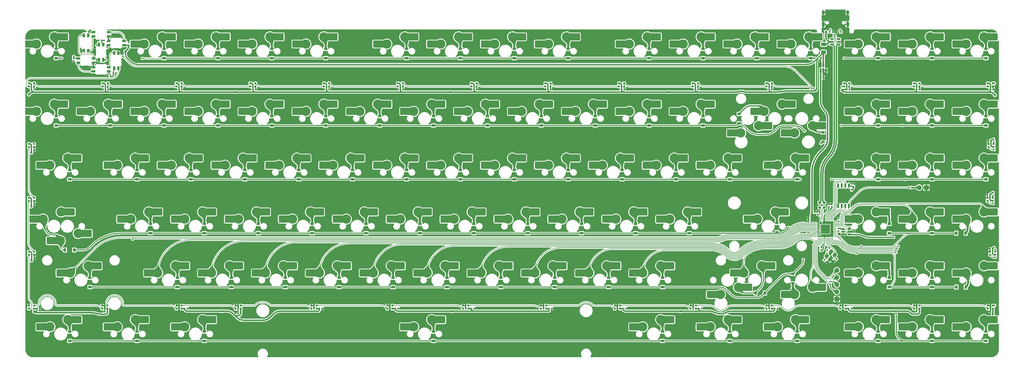
<source format=gbr>
%TF.GenerationSoftware,KiCad,Pcbnew,(6.0.6)*%
%TF.CreationDate,2023-03-24T22:01:14+11:00*%
%TF.ProjectId,fuyu,66757975-2e6b-4696-9361-645f70636258,rev?*%
%TF.SameCoordinates,Original*%
%TF.FileFunction,Copper,L2,Bot*%
%TF.FilePolarity,Positive*%
%FSLAX46Y46*%
G04 Gerber Fmt 4.6, Leading zero omitted, Abs format (unit mm)*
G04 Created by KiCad (PCBNEW (6.0.6)) date 2023-03-24 22:01:14*
%MOMM*%
%LPD*%
G01*
G04 APERTURE LIST*
G04 Aperture macros list*
%AMRoundRect*
0 Rectangle with rounded corners*
0 $1 Rounding radius*
0 $2 $3 $4 $5 $6 $7 $8 $9 X,Y pos of 4 corners*
0 Add a 4 corners polygon primitive as box body*
4,1,4,$2,$3,$4,$5,$6,$7,$8,$9,$2,$3,0*
0 Add four circle primitives for the rounded corners*
1,1,$1+$1,$2,$3*
1,1,$1+$1,$4,$5*
1,1,$1+$1,$6,$7*
1,1,$1+$1,$8,$9*
0 Add four rect primitives between the rounded corners*
20,1,$1+$1,$2,$3,$4,$5,0*
20,1,$1+$1,$4,$5,$6,$7,0*
20,1,$1+$1,$6,$7,$8,$9,0*
20,1,$1+$1,$8,$9,$2,$3,0*%
%AMRotRect*
0 Rectangle, with rotation*
0 The origin of the aperture is its center*
0 $1 length*
0 $2 width*
0 $3 Rotation angle, in degrees counterclockwise*
0 Add horizontal line*
21,1,$1,$2,0,0,$3*%
%AMFreePoly0*
4,1,18,-0.410000,0.593000,-0.403758,0.624380,-0.385983,0.650983,-0.359380,0.668758,-0.328000,0.675000,0.328000,0.675000,0.359380,0.668758,0.385983,0.650983,0.403758,0.624380,0.410000,0.593000,0.410000,-0.593000,0.403758,-0.624380,0.385983,-0.650983,0.359380,-0.668758,0.328000,-0.675000,0.000000,-0.675000,-0.410000,-0.265000,-0.410000,0.593000,-0.410000,0.593000,$1*%
G04 Aperture macros list end*
%TA.AperFunction,ComponentPad*%
%ADD10O,1.000000X2.100000*%
%TD*%
%TA.AperFunction,ComponentPad*%
%ADD11O,1.000000X1.600000*%
%TD*%
%TA.AperFunction,SMDPad,CuDef*%
%ADD12RoundRect,0.082000X0.593000X-0.328000X0.593000X0.328000X-0.593000X0.328000X-0.593000X-0.328000X0*%
%TD*%
%TA.AperFunction,SMDPad,CuDef*%
%ADD13FreePoly0,90.000000*%
%TD*%
%TA.AperFunction,SMDPad,CuDef*%
%ADD14RoundRect,0.140000X0.140000X0.170000X-0.140000X0.170000X-0.140000X-0.170000X0.140000X-0.170000X0*%
%TD*%
%TA.AperFunction,SMDPad,CuDef*%
%ADD15RoundRect,0.105000X-0.245000X-0.245000X0.245000X-0.245000X0.245000X0.245000X-0.245000X0.245000X0*%
%TD*%
%TA.AperFunction,ComponentPad*%
%ADD16R,1.700000X1.700000*%
%TD*%
%TA.AperFunction,ComponentPad*%
%ADD17O,1.700000X1.700000*%
%TD*%
%TA.AperFunction,SMDPad,CuDef*%
%ADD18RotRect,1.400000X1.200000X45.000000*%
%TD*%
%TA.AperFunction,SMDPad,CuDef*%
%ADD19R,1.200000X0.900000*%
%TD*%
%TA.AperFunction,SMDPad,CuDef*%
%ADD20RoundRect,0.140000X-0.140000X-0.170000X0.140000X-0.170000X0.140000X0.170000X-0.140000X0.170000X0*%
%TD*%
%TA.AperFunction,ComponentPad*%
%ADD21C,3.300000*%
%TD*%
%TA.AperFunction,SMDPad,CuDef*%
%ADD22RoundRect,0.250000X1.025000X1.000000X-1.025000X1.000000X-1.025000X-1.000000X1.025000X-1.000000X0*%
%TD*%
%TA.AperFunction,SMDPad,CuDef*%
%ADD23R,1.650000X2.500000*%
%TD*%
%TA.AperFunction,SMDPad,CuDef*%
%ADD24RoundRect,0.140000X0.170000X-0.140000X0.170000X0.140000X-0.170000X0.140000X-0.170000X-0.140000X0*%
%TD*%
%TA.AperFunction,SMDPad,CuDef*%
%ADD25RoundRect,0.105000X0.245000X0.245000X-0.245000X0.245000X-0.245000X-0.245000X0.245000X-0.245000X0*%
%TD*%
%TA.AperFunction,SMDPad,CuDef*%
%ADD26RoundRect,0.200000X-0.275000X0.200000X-0.275000X-0.200000X0.275000X-0.200000X0.275000X0.200000X0*%
%TD*%
%TA.AperFunction,SMDPad,CuDef*%
%ADD27RoundRect,0.150000X-0.512500X-0.150000X0.512500X-0.150000X0.512500X0.150000X-0.512500X0.150000X0*%
%TD*%
%TA.AperFunction,SMDPad,CuDef*%
%ADD28RoundRect,0.082000X-0.328000X-0.593000X0.328000X-0.593000X0.328000X0.593000X-0.328000X0.593000X0*%
%TD*%
%TA.AperFunction,SMDPad,CuDef*%
%ADD29FreePoly0,0.000000*%
%TD*%
%TA.AperFunction,SMDPad,CuDef*%
%ADD30RoundRect,0.150000X0.150000X-0.650000X0.150000X0.650000X-0.150000X0.650000X-0.150000X-0.650000X0*%
%TD*%
%TA.AperFunction,SMDPad,CuDef*%
%ADD31R,0.900000X1.200000*%
%TD*%
%TA.AperFunction,SMDPad,CuDef*%
%ADD32RoundRect,0.150000X0.475000X0.150000X-0.475000X0.150000X-0.475000X-0.150000X0.475000X-0.150000X0*%
%TD*%
%TA.AperFunction,SMDPad,CuDef*%
%ADD33RoundRect,0.135000X-0.135000X-0.185000X0.135000X-0.185000X0.135000X0.185000X-0.135000X0.185000X0*%
%TD*%
%TA.AperFunction,SMDPad,CuDef*%
%ADD34RoundRect,0.250000X-1.025000X-1.000000X1.025000X-1.000000X1.025000X1.000000X-1.025000X1.000000X0*%
%TD*%
%TA.AperFunction,SMDPad,CuDef*%
%ADD35RoundRect,0.135000X-0.185000X0.135000X-0.185000X-0.135000X0.185000X-0.135000X0.185000X0.135000X0*%
%TD*%
%TA.AperFunction,SMDPad,CuDef*%
%ADD36RoundRect,0.050000X0.387500X0.050000X-0.387500X0.050000X-0.387500X-0.050000X0.387500X-0.050000X0*%
%TD*%
%TA.AperFunction,SMDPad,CuDef*%
%ADD37RoundRect,0.050000X0.050000X0.387500X-0.050000X0.387500X-0.050000X-0.387500X0.050000X-0.387500X0*%
%TD*%
%TA.AperFunction,ComponentPad*%
%ADD38C,0.600000*%
%TD*%
%TA.AperFunction,SMDPad,CuDef*%
%ADD39RoundRect,0.144000X1.456000X1.456000X-1.456000X1.456000X-1.456000X-1.456000X1.456000X-1.456000X0*%
%TD*%
%TA.AperFunction,SMDPad,CuDef*%
%ADD40RoundRect,0.135000X0.135000X0.185000X-0.135000X0.185000X-0.135000X-0.185000X0.135000X-0.185000X0*%
%TD*%
%TA.AperFunction,SMDPad,CuDef*%
%ADD41RoundRect,0.082000X0.328000X0.593000X-0.328000X0.593000X-0.328000X-0.593000X0.328000X-0.593000X0*%
%TD*%
%TA.AperFunction,SMDPad,CuDef*%
%ADD42FreePoly0,180.000000*%
%TD*%
%TA.AperFunction,SMDPad,CuDef*%
%ADD43RoundRect,0.140000X0.021213X-0.219203X0.219203X-0.021213X-0.021213X0.219203X-0.219203X0.021213X0*%
%TD*%
%TA.AperFunction,SMDPad,CuDef*%
%ADD44RoundRect,0.140000X0.219203X0.021213X0.021213X0.219203X-0.219203X-0.021213X-0.021213X-0.219203X0*%
%TD*%
%TA.AperFunction,SMDPad,CuDef*%
%ADD45RoundRect,0.135000X0.035355X-0.226274X0.226274X-0.035355X-0.035355X0.226274X-0.226274X0.035355X0*%
%TD*%
%TA.AperFunction,SMDPad,CuDef*%
%ADD46RoundRect,0.171500X0.686000X1.078500X-0.686000X1.078500X-0.686000X-1.078500X0.686000X-1.078500X0*%
%TD*%
%TA.AperFunction,SMDPad,CuDef*%
%ADD47RoundRect,0.150000X0.150000X-0.587500X0.150000X0.587500X-0.150000X0.587500X-0.150000X-0.587500X0*%
%TD*%
%TA.AperFunction,SMDPad,CuDef*%
%ADD48RoundRect,0.250000X-0.625000X0.375000X-0.625000X-0.375000X0.625000X-0.375000X0.625000X0.375000X0*%
%TD*%
%TA.AperFunction,SMDPad,CuDef*%
%ADD49RoundRect,0.140000X-0.170000X0.140000X-0.170000X-0.140000X0.170000X-0.140000X0.170000X0.140000X0*%
%TD*%
%TA.AperFunction,SMDPad,CuDef*%
%ADD50RoundRect,0.082000X-0.593000X0.328000X-0.593000X-0.328000X0.593000X-0.328000X0.593000X0.328000X0*%
%TD*%
%TA.AperFunction,SMDPad,CuDef*%
%ADD51FreePoly0,270.000000*%
%TD*%
%TA.AperFunction,ViaPad*%
%ADD52C,0.600000*%
%TD*%
%TA.AperFunction,ViaPad*%
%ADD53C,0.800000*%
%TD*%
%TA.AperFunction,ViaPad*%
%ADD54C,1.000000*%
%TD*%
%TA.AperFunction,Conductor*%
%ADD55C,0.200000*%
%TD*%
%TA.AperFunction,Conductor*%
%ADD56C,0.300000*%
%TD*%
%TA.AperFunction,Conductor*%
%ADD57C,0.400000*%
%TD*%
%TA.AperFunction,Conductor*%
%ADD58C,0.500000*%
%TD*%
%TA.AperFunction,Conductor*%
%ADD59C,0.700000*%
%TD*%
G04 APERTURE END LIST*
D10*
%TO.P,J2,S1,SHIELD*%
%TO.N,GND*%
X274286250Y9570000D03*
D11*
X282926250Y13750000D03*
D10*
X282926250Y9570000D03*
D11*
X274286250Y13750000D03*
%TD*%
D12*
%TO.P,LED3,1,VDD*%
%TO.N,+5V*%
X16325000Y6750000D03*
%TO.P,LED3,2,DOUT*%
%TO.N,Net-(LED3-Pad2)*%
X16325000Y5250000D03*
%TO.P,LED3,3,DIN*%
%TO.N,Net-(LED2-Pad2)*%
X21775000Y6750000D03*
D13*
%TO.P,LED3,4,VSS*%
%TO.N,GND*%
X21775000Y5250000D03*
%TD*%
D14*
%TO.P,C41,1*%
%TO.N,+5V*%
X334170000Y-69810000D03*
%TO.P,C41,2*%
%TO.N,GND*%
X333210000Y-69810000D03*
%TD*%
D15*
%TO.P,D108,1,DOUT*%
%TO.N,Net-(D108-Pad1)*%
X332685000Y-33880000D03*
%TO.P,D108,2,VSS*%
%TO.N,GND*%
X332685000Y-32780000D03*
%TO.P,D108,3,DIN*%
%TO.N,Net-(D107-Pad1)*%
X334515000Y-32780000D03*
%TO.P,D108,4,VDD*%
%TO.N,+5V*%
X334515000Y-33880000D03*
%TD*%
D16*
%TO.P,J1,1,Pin_1*%
%TO.N,GND*%
X279110000Y-87620000D03*
D17*
%TO.P,J1,2,Pin_2*%
%TO.N,~{RESET}*%
X279110000Y-85080000D03*
%TO.P,J1,3,Pin_3*%
%TO.N,+3V3*%
X279110000Y-82540000D03*
%TO.P,J1,4,Pin_4*%
%TO.N,SWD*%
X279110000Y-80000000D03*
%TO.P,J1,5,Pin_5*%
%TO.N,SWCLK*%
X279110000Y-77460000D03*
%TD*%
D18*
%TO.P,Y1,1,1*%
%TO.N,/XTAL_O*%
X275570790Y-72396425D03*
%TO.P,Y1,2,2*%
%TO.N,GND*%
X277126425Y-70840790D03*
%TO.P,Y1,3,3*%
%TO.N,XTAL_IN*%
X278328506Y-72042871D03*
%TO.P,Y1,4,4*%
%TO.N,GND*%
X276772871Y-73598506D03*
%TD*%
D19*
%TO.P,D38,1,K*%
%TO.N,ROW2*%
X69850000Y-45306250D03*
%TO.P,D38,2,A*%
%TO.N,Net-(D38-Pad2)*%
X69850000Y-42006250D03*
%TD*%
D20*
%TO.P,C33,1*%
%TO.N,+5V*%
X203020000Y-13550000D03*
%TO.P,C33,2*%
%TO.N,GND*%
X203980000Y-13550000D03*
%TD*%
%TO.P,C45,1*%
%TO.N,+5V*%
X257150000Y-91040000D03*
%TO.P,C45,2*%
%TO.N,GND*%
X258110000Y-91040000D03*
%TD*%
D21*
%TO.P,SW67,1,1*%
%TO.N,COL12*%
X250983750Y-59372500D03*
D22*
X247433750Y-59372500D03*
D23*
X249158750Y-59372500D03*
%TO.P,SW67,2,2*%
%TO.N,Net-(D64-Pad2)*%
X259133750Y-56832500D03*
D21*
X257333750Y-56832500D03*
D22*
X260883750Y-56832500D03*
%TD*%
D21*
%TO.P,SW95,1,1*%
%TO.N,COL14*%
X286702500Y-97472500D03*
D23*
X284877500Y-97472500D03*
D22*
X283152500Y-97472500D03*
D23*
%TO.P,SW95,2,2*%
%TO.N,Net-(D91-Pad2)*%
X294852500Y-94932500D03*
D22*
X296602500Y-94932500D03*
D21*
X293052500Y-94932500D03*
%TD*%
D23*
%TO.P,SW86,1,1*%
%TO.N,COL15*%
X303927500Y-78422500D03*
D21*
X305752500Y-78422500D03*
D22*
X302202500Y-78422500D03*
D21*
%TO.P,SW86,2,2*%
%TO.N,Net-(D82-Pad2)*%
X312102500Y-75882500D03*
D23*
X313902500Y-75882500D03*
D22*
X315652500Y-75882500D03*
%TD*%
D19*
%TO.P,D14,1,K*%
%TO.N,ROW0*%
X293687500Y-2443750D03*
%TO.P,D14,2,A*%
%TO.N,Net-(D14-Pad2)*%
X293687500Y856250D03*
%TD*%
D14*
%TO.P,C9,1*%
%TO.N,+3V3*%
X273530000Y-70397500D03*
%TO.P,C9,2*%
%TO.N,GND*%
X272570000Y-70397500D03*
%TD*%
D22*
%TO.P,SW29,1,1*%
%TO.N,COL11*%
X202190000Y-21272500D03*
D23*
X203915000Y-21272500D03*
D21*
X205740000Y-21272500D03*
D22*
%TO.P,SW29,2,2*%
%TO.N,Net-(D28-Pad2)*%
X215640000Y-18732500D03*
D21*
X212090000Y-18732500D03*
D23*
X213890000Y-18732500D03*
%TD*%
D19*
%TO.P,D8,1,K*%
%TO.N,ROW0*%
X165100000Y-2443750D03*
%TO.P,D8,2,A*%
%TO.N,Net-(D8-Pad2)*%
X165100000Y856250D03*
%TD*%
D15*
%TO.P,D115,1,DOUT*%
%TO.N,Net-(D115-Pad1)*%
X227432038Y-91037500D03*
%TO.P,D115,2,VSS*%
%TO.N,GND*%
X227432038Y-89937500D03*
%TO.P,D115,3,DIN*%
%TO.N,Net-(D114-Pad1)*%
X229262038Y-89937500D03*
%TO.P,D115,4,VDD*%
%TO.N,+5V*%
X229262038Y-91037500D03*
%TD*%
D23*
%TO.P,SW42,1,1*%
%TO.N,COL5*%
X99140000Y-40322500D03*
D22*
X97415000Y-40322500D03*
D21*
X100965000Y-40322500D03*
D22*
%TO.P,SW42,2,2*%
%TO.N,Net-(D40-Pad2)*%
X110865000Y-37782500D03*
D21*
X107315000Y-37782500D03*
D23*
X109115000Y-37782500D03*
%TD*%
%TO.P,SW3,1,1*%
%TO.N,COL2*%
X32465000Y2540000D03*
D21*
X34290000Y2540000D03*
D22*
X30740000Y2540000D03*
D21*
%TO.P,SW3,2,2*%
%TO.N,Net-(D2-Pad2)*%
X40640000Y5080000D03*
D23*
X42440000Y5080000D03*
D22*
X44190000Y5080000D03*
%TD*%
D24*
%TO.P,C3,1*%
%TO.N,+1V1*%
X277327192Y-55045000D03*
%TO.P,C3,2*%
%TO.N,GND*%
X277327192Y-54085000D03*
%TD*%
D23*
%TO.P,SW11,1,1*%
%TO.N,COL10*%
X203915000Y2540000D03*
D21*
X205740000Y2540000D03*
D22*
X202190000Y2540000D03*
D23*
%TO.P,SW11,2,2*%
%TO.N,Net-(D10-Pad2)*%
X213890000Y5080000D03*
D22*
X215640000Y5080000D03*
D21*
X212090000Y5080000D03*
%TD*%
D25*
%TO.P,D95,1,DOUT*%
%TO.N,Net-(D95-Pad1)*%
X21430384Y-11356250D03*
%TO.P,D95,2,VSS*%
%TO.N,GND*%
X21430384Y-12456250D03*
%TO.P,D95,3,DIN*%
%TO.N,Net-(D94-Pad1)*%
X19600384Y-12456250D03*
%TO.P,D95,4,VDD*%
%TO.N,+5V*%
X19600384Y-11356250D03*
%TD*%
D22*
%TO.P,SW28,1,1*%
%TO.N,COL10*%
X183140000Y-21272500D03*
D21*
X186690000Y-21272500D03*
D23*
X184865000Y-21272500D03*
D21*
%TO.P,SW28,2,2*%
%TO.N,Net-(D27-Pad2)*%
X193040000Y-18732500D03*
D22*
X196590000Y-18732500D03*
D23*
X194840000Y-18732500D03*
%TD*%
D14*
%TO.P,C2,1*%
%TO.N,+1V1*%
X273530000Y-69377500D03*
%TO.P,C2,2*%
%TO.N,GND*%
X272570000Y-69377500D03*
%TD*%
D23*
%TO.P,SW35,1,1*%
%TO.N,COL15*%
X303927500Y-21272500D03*
D22*
X302202500Y-21272500D03*
D21*
X305752500Y-21272500D03*
%TO.P,SW35,2,2*%
%TO.N,Net-(D33-Pad2)*%
X312102500Y-18732500D03*
D23*
X313902500Y-18732500D03*
D22*
X315652500Y-18732500D03*
%TD*%
D14*
%TO.P,C11,1*%
%TO.N,+3V3*%
X270087192Y-59077500D03*
%TO.P,C11,2*%
%TO.N,GND*%
X269127192Y-59077500D03*
%TD*%
D20*
%TO.P,C35,1*%
%TO.N,+5V*%
X255170000Y-13540000D03*
%TO.P,C35,2*%
%TO.N,GND*%
X256130000Y-13540000D03*
%TD*%
D22*
%TO.P,SW36,1,1*%
%TO.N,COL16*%
X321252500Y-21272500D03*
D21*
X324802500Y-21272500D03*
D23*
X322977500Y-21272500D03*
D22*
%TO.P,SW36,2,2*%
%TO.N,Net-(D34-Pad2)*%
X334702500Y-18732500D03*
D21*
X331152500Y-18732500D03*
D23*
X332952500Y-18732500D03*
%TD*%
D21*
%TO.P,SW12,1,1*%
%TO.N,COL11*%
X224790000Y2540000D03*
D23*
X222965000Y2540000D03*
D22*
X221240000Y2540000D03*
%TO.P,SW12,2,2*%
%TO.N,Net-(D11-Pad2)*%
X234690000Y5080000D03*
D23*
X232940000Y5080000D03*
D21*
X231140000Y5080000D03*
%TD*%
D19*
%TO.P,D44,1,K*%
%TO.N,ROW2*%
X184150000Y-45306250D03*
%TO.P,D44,2,A*%
%TO.N,Net-(D44-Pad2)*%
X184150000Y-42006250D03*
%TD*%
D22*
%TO.P,SW59,1,1*%
%TO.N,COL4*%
X83127500Y-59372500D03*
D23*
X84852500Y-59372500D03*
D21*
X86677500Y-59372500D03*
%TO.P,SW59,2,2*%
%TO.N,Net-(D56-Pad2)*%
X93027500Y-56832500D03*
D23*
X94827500Y-56832500D03*
D22*
X96577500Y-56832500D03*
%TD*%
D19*
%TO.P,D41,1,K*%
%TO.N,ROW2*%
X127000000Y-45306250D03*
%TO.P,D41,2,A*%
%TO.N,Net-(D41-Pad2)*%
X127000000Y-42006250D03*
%TD*%
D21*
%TO.P,SW72,1,1*%
%TO.N,COL2*%
X39052500Y-78422500D03*
D22*
X35502500Y-78422500D03*
D23*
X37227500Y-78422500D03*
D21*
%TO.P,SW72,2,2*%
%TO.N,Net-(D69-Pad2)*%
X45402500Y-75882500D03*
D23*
X47202500Y-75882500D03*
D22*
X48952500Y-75882500D03*
%TD*%
D19*
%TO.P,D65,1,K*%
%TO.N,ROW3*%
X297656250Y-64356250D03*
%TO.P,D65,2,A*%
%TO.N,Net-(D65-Pad2)*%
X297656250Y-61056250D03*
%TD*%
%TO.P,D18,1,K*%
%TO.N,ROW1*%
X22225000Y-26256250D03*
%TO.P,D18,2,A*%
%TO.N,Net-(D18-Pad2)*%
X22225000Y-22956250D03*
%TD*%
D21*
%TO.P,SW9,1,1*%
%TO.N,COL8*%
X158115000Y2540000D03*
D22*
X154565000Y2540000D03*
D23*
X156290000Y2540000D03*
D21*
%TO.P,SW9,2,2*%
%TO.N,Net-(D8-Pad2)*%
X164465000Y5080000D03*
D22*
X168015000Y5080000D03*
D23*
X166265000Y5080000D03*
%TD*%
D21*
%TO.P,SW69,1,1*%
%TO.N,COL15*%
X305752500Y-59372500D03*
D22*
X302202500Y-59372500D03*
D23*
X303927500Y-59372500D03*
%TO.P,SW69,2,2*%
%TO.N,Net-(D66-Pad2)*%
X313902500Y-56832500D03*
D21*
X312102500Y-56832500D03*
D22*
X315652500Y-56832500D03*
%TD*%
D24*
%TO.P,C1,1*%
%TO.N,+1V1*%
X272327192Y-57757500D03*
%TO.P,C1,2*%
%TO.N,GND*%
X272327192Y-56797500D03*
%TD*%
D23*
%TO.P,SW87,1,1*%
%TO.N,Net-(D83-Pad2)*%
X322977500Y-78422500D03*
D21*
X324802500Y-78422500D03*
D22*
X321252500Y-78422500D03*
D23*
%TO.P,SW87,2,2*%
%TO.N,COL16*%
X332952500Y-75882500D03*
D22*
X334702500Y-75882500D03*
D21*
X331152500Y-75882500D03*
%TD*%
D26*
%TO.P,R3,1*%
%TO.N,DBUS-*%
X273017812Y-53601402D03*
%TO.P,R3,2*%
%TO.N,/D_-*%
X273017812Y-55251402D03*
%TD*%
D21*
%TO.P,SW48,1,1*%
%TO.N,COL11*%
X215265000Y-40322500D03*
D23*
X213440000Y-40322500D03*
D22*
X211715000Y-40322500D03*
%TO.P,SW48,2,2*%
%TO.N,Net-(D46-Pad2)*%
X225165000Y-37782500D03*
D21*
X221615000Y-37782500D03*
D23*
X223415000Y-37782500D03*
%TD*%
D22*
%TO.P,SW40,1,1*%
%TO.N,COL3*%
X59315000Y-40322500D03*
D23*
X61040000Y-40322500D03*
D21*
X62865000Y-40322500D03*
D23*
%TO.P,SW40,2,2*%
%TO.N,Net-(D38-Pad2)*%
X71015000Y-37782500D03*
D21*
X69215000Y-37782500D03*
D22*
X72765000Y-37782500D03*
%TD*%
D19*
%TO.P,D17,1,K*%
%TO.N,ROW1*%
X3175000Y-26256250D03*
%TO.P,D17,2,A*%
%TO.N,Net-(D17-Pad2)*%
X3175000Y-22956250D03*
%TD*%
D20*
%TO.P,C25,1*%
%TO.N,+5V*%
X-5580000Y-13540000D03*
%TO.P,C25,2*%
%TO.N,GND*%
X-4620000Y-13540000D03*
%TD*%
D21*
%TO.P,SW17,1,1*%
%TO.N,COL16*%
X324802500Y2540000D03*
D23*
X322977500Y2540000D03*
D22*
X321252500Y2540000D03*
D23*
%TO.P,SW17,2,2*%
%TO.N,Net-(D16-Pad2)*%
X332952500Y5080000D03*
D22*
X334702500Y5080000D03*
D21*
X331152500Y5080000D03*
%TD*%
D19*
%TO.P,D43,1,K*%
%TO.N,ROW2*%
X165100000Y-45306250D03*
%TO.P,D43,2,A*%
%TO.N,Net-(D43-Pad2)*%
X165100000Y-42006250D03*
%TD*%
D21*
%TO.P,SW7,1,1*%
%TO.N,COL6*%
X120015000Y2540000D03*
D23*
X118190000Y2540000D03*
D22*
X116465000Y2540000D03*
%TO.P,SW7,2,2*%
%TO.N,Net-(D6-Pad2)*%
X129915000Y5080000D03*
D21*
X126365000Y5080000D03*
D23*
X128165000Y5080000D03*
%TD*%
D14*
%TO.P,C39,1*%
%TO.N,+5V*%
X333600000Y-31690000D03*
%TO.P,C39,2*%
%TO.N,GND*%
X332640000Y-31690000D03*
%TD*%
D22*
%TO.P,SW26,1,1*%
%TO.N,COL8*%
X145040000Y-21272500D03*
D23*
X146765000Y-21272500D03*
D21*
X148590000Y-21272500D03*
D23*
%TO.P,SW26,2,2*%
%TO.N,Net-(D25-Pad2)*%
X156740000Y-18732500D03*
D21*
X154940000Y-18732500D03*
D22*
X158490000Y-18732500D03*
%TD*%
%TO.P,SW30,1,1*%
%TO.N,COL12*%
X221240000Y-21272500D03*
D21*
X224790000Y-21272500D03*
D23*
X222965000Y-21272500D03*
D21*
%TO.P,SW30,2,2*%
%TO.N,Net-(D29-Pad2)*%
X231140000Y-18732500D03*
D23*
X232940000Y-18732500D03*
D22*
X234690000Y-18732500D03*
%TD*%
D19*
%TO.P,D51,1,K*%
%TO.N,ROW2*%
X331787500Y-45306250D03*
%TO.P,D51,2,A*%
%TO.N,Net-(D51-Pad2)*%
X331787500Y-42006250D03*
%TD*%
D25*
%TO.P,D126,1,DOUT*%
%TO.N,Net-(D126-Pad1)*%
X-4641250Y-51837500D03*
%TO.P,D126,2,VSS*%
%TO.N,GND*%
X-4641250Y-52937500D03*
%TO.P,D126,3,DIN*%
%TO.N,Net-(D125-Pad1)*%
X-6471250Y-52937500D03*
%TO.P,D126,4,VDD*%
%TO.N,+5V*%
X-6471250Y-51837500D03*
%TD*%
D23*
%TO.P,SW14,1,1*%
%TO.N,COL13*%
X261065000Y2540000D03*
D22*
X259340000Y2540000D03*
D21*
X262890000Y2540000D03*
%TO.P,SW14,2,2*%
%TO.N,Net-(D13-Pad2)*%
X269240000Y5080000D03*
D23*
X271040000Y5080000D03*
D22*
X272790000Y5080000D03*
%TD*%
D19*
%TO.P,D49,1,K*%
%TO.N,ROW2*%
X293687500Y-45306250D03*
%TO.P,D49,2,A*%
%TO.N,Net-(D49-Pad2)*%
X293687500Y-42006250D03*
%TD*%
D20*
%TO.P,C46,1*%
%TO.N,+5V*%
X230330000Y-91040000D03*
%TO.P,C46,2*%
%TO.N,GND*%
X231290000Y-91040000D03*
%TD*%
D19*
%TO.P,D34,1,K*%
%TO.N,ROW1*%
X331787500Y-26256250D03*
%TO.P,D34,2,A*%
%TO.N,Net-(D34-Pad2)*%
X331787500Y-22956250D03*
%TD*%
D25*
%TO.P,D103,1,DOUT*%
%TO.N,Net-(D103-Pad1)*%
X230003456Y-11356250D03*
%TO.P,D103,2,VSS*%
%TO.N,GND*%
X230003456Y-12456250D03*
%TO.P,D103,3,DIN*%
%TO.N,Net-(D102-Pad1)*%
X228173456Y-12456250D03*
%TO.P,D103,4,VDD*%
%TO.N,+5V*%
X228173456Y-11356250D03*
%TD*%
D24*
%TO.P,C8,1*%
%TO.N,+3V3*%
X279720000Y-63580000D03*
%TO.P,C8,2*%
%TO.N,GND*%
X279720000Y-62620000D03*
%TD*%
D25*
%TO.P,D101,1,DOUT*%
%TO.N,Net-(D101-Pad1)*%
X177860188Y-11356250D03*
%TO.P,D101,2,VSS*%
%TO.N,GND*%
X177860188Y-12456250D03*
%TO.P,D101,3,DIN*%
%TO.N,Net-(D100-Pad1)*%
X176030188Y-12456250D03*
%TO.P,D101,4,VDD*%
%TO.N,+5V*%
X176030188Y-11356250D03*
%TD*%
D20*
%TO.P,C27,1*%
%TO.N,+5V*%
X46580000Y-13540000D03*
%TO.P,C27,2*%
%TO.N,GND*%
X47540000Y-13540000D03*
%TD*%
D22*
%TO.P,SW64,1,1*%
%TO.N,COL9*%
X178377500Y-59372500D03*
D23*
X180102500Y-59372500D03*
D21*
X181927500Y-59372500D03*
%TO.P,SW64,2,2*%
%TO.N,Net-(D61-Pad2)*%
X188277500Y-56832500D03*
D22*
X191827500Y-56832500D03*
D23*
X190077500Y-56832500D03*
%TD*%
D15*
%TO.P,D124,1,DOUT*%
%TO.N,Net-(D124-Pad1)*%
X-6471250Y-91037500D03*
%TO.P,D124,2,VSS*%
%TO.N,GND*%
X-6471250Y-89937500D03*
%TO.P,D124,3,DIN*%
%TO.N,Net-(D123-Pad1)*%
X-4641250Y-89937500D03*
%TO.P,D124,4,VDD*%
%TO.N,+5V*%
X-4641250Y-91037500D03*
%TD*%
D27*
%TO.P,U5,1*%
%TO.N,GND*%
X281300000Y-64790000D03*
%TO.P,U5,2*%
%TO.N,ARGB_3V3*%
X281300000Y-63840000D03*
%TO.P,U5,3*%
%TO.N,GND*%
X281300000Y-62890000D03*
%TO.P,U5,4*%
%TO.N,ARGB_5V*%
X283575000Y-62890000D03*
%TO.P,U5,5*%
%TO.N,+5V*%
X283575000Y-64790000D03*
%TD*%
D28*
%TO.P,LED4,1,VDD*%
%TO.N,+5V*%
X14430642Y5625000D03*
%TO.P,LED4,2,DOUT*%
%TO.N,Net-(LED4-Pad2)*%
X12930642Y5625000D03*
%TO.P,LED4,3,DIN*%
%TO.N,Net-(LED3-Pad2)*%
X14430642Y175000D03*
D29*
%TO.P,LED4,4,VSS*%
%TO.N,GND*%
X12930642Y175000D03*
%TD*%
D23*
%TO.P,SW24,1,1*%
%TO.N,COL6*%
X108665000Y-21272500D03*
D21*
X110490000Y-21272500D03*
D22*
X106940000Y-21272500D03*
D23*
%TO.P,SW24,2,2*%
%TO.N,Net-(D23-Pad2)*%
X118640000Y-18732500D03*
D22*
X120390000Y-18732500D03*
D21*
X116840000Y-18732500D03*
%TD*%
D19*
%TO.P,D7,1,K*%
%TO.N,ROW0*%
X146050000Y-2443750D03*
%TO.P,D7,2,A*%
%TO.N,Net-(D7-Pad2)*%
X146050000Y856250D03*
%TD*%
D25*
%TO.P,D102,1,DOUT*%
%TO.N,Net-(D102-Pad1)*%
X203931822Y-11356250D03*
%TO.P,D102,2,VSS*%
%TO.N,GND*%
X203931822Y-12456250D03*
%TO.P,D102,3,DIN*%
%TO.N,Net-(D101-Pad1)*%
X202101822Y-12456250D03*
%TO.P,D102,4,VDD*%
%TO.N,+5V*%
X202101822Y-11356250D03*
%TD*%
D30*
%TO.P,U4,1,~{CS}*%
%TO.N,CS*%
X283395000Y-54724305D03*
%TO.P,U4,2,DO(IO1)*%
%TO.N,SD1*%
X282125000Y-54724305D03*
%TO.P,U4,3,IO2*%
%TO.N,SD2*%
X280855000Y-54724305D03*
%TO.P,U4,4,GND*%
%TO.N,GND*%
X279585000Y-54724305D03*
%TO.P,U4,5,DI(IO0)*%
%TO.N,SD0*%
X279585000Y-47524305D03*
%TO.P,U4,6,CLK*%
%TO.N,QSPI_CLK*%
X280855000Y-47524305D03*
%TO.P,U4,7,IO3*%
%TO.N,SD3*%
X282125000Y-47524305D03*
%TO.P,U4,8,VCC*%
%TO.N,+3V3*%
X283395000Y-47524305D03*
%TD*%
D19*
%TO.P,D3,1,K*%
%TO.N,ROW0*%
X60325000Y-2443750D03*
%TO.P,D3,2,A*%
%TO.N,Net-(D3-Pad2)*%
X60325000Y856250D03*
%TD*%
D25*
%TO.P,D98,1,DOUT*%
%TO.N,Net-(D98-Pad1)*%
X99645286Y-11356250D03*
%TO.P,D98,2,VSS*%
%TO.N,GND*%
X99645286Y-12456250D03*
%TO.P,D98,3,DIN*%
%TO.N,Net-(D97-Pad1)*%
X97815286Y-12456250D03*
%TO.P,D98,4,VDD*%
%TO.N,+5V*%
X97815286Y-11356250D03*
%TD*%
D19*
%TO.P,D48,1,K*%
%TO.N,ROW2*%
X265112500Y-45306250D03*
%TO.P,D48,2,A*%
%TO.N,Net-(D48-Pad2)*%
X265112500Y-42006250D03*
%TD*%
D15*
%TO.P,D116,1,DOUT*%
%TO.N,Net-(D116-Pad1)*%
X200618990Y-91037500D03*
%TO.P,D116,2,VSS*%
%TO.N,GND*%
X200618990Y-89937500D03*
%TO.P,D116,3,DIN*%
%TO.N,Net-(D115-Pad1)*%
X202448990Y-89937500D03*
%TO.P,D116,4,VDD*%
%TO.N,+5V*%
X202448990Y-91037500D03*
%TD*%
D19*
%TO.P,D69,1,K*%
%TO.N,ROW4*%
X46037500Y-83406250D03*
%TO.P,D69,2,A*%
%TO.N,Net-(D69-Pad2)*%
X46037500Y-80106250D03*
%TD*%
D14*
%TO.P,C42,1*%
%TO.N,+5V*%
X334290000Y-92120000D03*
%TO.P,C42,2*%
%TO.N,GND*%
X333330000Y-92120000D03*
%TD*%
D20*
%TO.P,C30,1*%
%TO.N,+5V*%
X124810000Y-13570000D03*
%TO.P,C30,2*%
%TO.N,GND*%
X125770000Y-13570000D03*
%TD*%
D22*
%TO.P,SW90,1,1*%
%TO.N,COL2*%
X45027500Y-97472500D03*
D21*
X48577500Y-97472500D03*
D23*
X46752500Y-97472500D03*
D22*
%TO.P,SW90,2,2*%
%TO.N,Net-(D86-Pad2)*%
X58477500Y-94932500D03*
D21*
X54927500Y-94932500D03*
D23*
X56727500Y-94932500D03*
%TD*%
%TO.P,SW75,1,1*%
%TO.N,COL5*%
X94377500Y-78422500D03*
D21*
X96202500Y-78422500D03*
D22*
X92652500Y-78422500D03*
D21*
%TO.P,SW75,2,2*%
%TO.N,Net-(D72-Pad2)*%
X102552500Y-75882500D03*
D23*
X104352500Y-75882500D03*
D22*
X106102500Y-75882500D03*
%TD*%
D20*
%TO.P,C53,1*%
%TO.N,+5V*%
X48560000Y-91040000D03*
%TO.P,C53,2*%
%TO.N,GND*%
X49520000Y-91040000D03*
%TD*%
D31*
%TO.P,D52,1,K*%
%TO.N,ROW3*%
X9580000Y-70300000D03*
%TO.P,D52,2,A*%
%TO.N,Net-(D52-Pad2)*%
X6280000Y-70300000D03*
%TD*%
D15*
%TO.P,D119,1,DOUT*%
%TO.N,Net-(D119-Pad1)*%
X120179846Y-91037500D03*
%TO.P,D119,2,VSS*%
%TO.N,GND*%
X120179846Y-89937500D03*
%TO.P,D119,3,DIN*%
%TO.N,Net-(D118-Pad1)*%
X122009846Y-89937500D03*
%TO.P,D119,4,VDD*%
%TO.N,+5V*%
X122009846Y-91037500D03*
%TD*%
D21*
%TO.P,SW52,1,1*%
%TO.N,COL15*%
X305752500Y-40322500D03*
D23*
X303927500Y-40322500D03*
D22*
X302202500Y-40322500D03*
%TO.P,SW52,2,2*%
%TO.N,Net-(D50-Pad2)*%
X315652500Y-37782500D03*
D21*
X312102500Y-37782500D03*
D23*
X313902500Y-37782500D03*
%TD*%
D21*
%TO.P,SW60,1,1*%
%TO.N,COL5*%
X105727500Y-59372500D03*
D23*
X103902500Y-59372500D03*
D22*
X102177500Y-59372500D03*
D21*
%TO.P,SW60,2,2*%
%TO.N,Net-(D57-Pad2)*%
X112077500Y-56832500D03*
D23*
X113877500Y-56832500D03*
D22*
X115627500Y-56832500D03*
%TD*%
D20*
%TO.P,C56,1*%
%TO.N,+5V*%
X-5560000Y-73070000D03*
%TO.P,C56,2*%
%TO.N,GND*%
X-4600000Y-73070000D03*
%TD*%
D19*
%TO.P,D91,1,K*%
%TO.N,ROW5*%
X293687500Y-102456250D03*
%TO.P,D91,2,A*%
%TO.N,Net-(D91-Pad2)*%
X293687500Y-99156250D03*
%TD*%
D14*
%TO.P,C19,1*%
%TO.N,+5V*%
X19170000Y3780000D03*
%TO.P,C19,2*%
%TO.N,GND*%
X18210000Y3780000D03*
%TD*%
D22*
%TO.P,SW37,1,1*%
%TO.N,COL0*%
X-2597500Y-40322500D03*
D23*
X-872500Y-40322500D03*
D21*
X952500Y-40322500D03*
D22*
%TO.P,SW37,2,2*%
%TO.N,Net-(D35-Pad2)*%
X10852500Y-37782500D03*
D21*
X7302500Y-37782500D03*
D23*
X9102500Y-37782500D03*
%TD*%
D14*
%TO.P,C40,1*%
%TO.N,+5V*%
X333261875Y-50760000D03*
%TO.P,C40,2*%
%TO.N,GND*%
X332301875Y-50760000D03*
%TD*%
D23*
%TO.P,SW61,1,1*%
%TO.N,COL6*%
X122952500Y-59372500D03*
D22*
X121227500Y-59372500D03*
D21*
X124777500Y-59372500D03*
%TO.P,SW61,2,2*%
%TO.N,Net-(D58-Pad2)*%
X131127500Y-56832500D03*
D23*
X132927500Y-56832500D03*
D22*
X134677500Y-56832500D03*
%TD*%
D20*
%TO.P,C34,1*%
%TO.N,+5V*%
X229090000Y-13550000D03*
%TO.P,C34,2*%
%TO.N,GND*%
X230050000Y-13550000D03*
%TD*%
D19*
%TO.P,D73,1,K*%
%TO.N,ROW4*%
X122237500Y-83406250D03*
%TO.P,D73,2,A*%
%TO.N,Net-(D73-Pad2)*%
X122237500Y-80106250D03*
%TD*%
%TO.P,D6,1,K*%
%TO.N,ROW0*%
X127000000Y-2443750D03*
%TO.P,D6,2,A*%
%TO.N,Net-(D6-Pad2)*%
X127000000Y856250D03*
%TD*%
%TO.P,D42,1,K*%
%TO.N,ROW2*%
X146050000Y-45306250D03*
%TO.P,D42,2,A*%
%TO.N,Net-(D42-Pad2)*%
X146050000Y-42006250D03*
%TD*%
D32*
%TO.P,U3,1,IO1*%
%TO.N,unconnected-(U3-Pad1)*%
X279732500Y4280000D03*
%TO.P,U3,2,VN*%
%TO.N,GND*%
X279732500Y3330000D03*
%TO.P,U3,3,IO2*%
%TO.N,DBUS+*%
X279807500Y2380000D03*
%TO.P,U3,4,IO3*%
%TO.N,DBUS-*%
X277382500Y2380000D03*
%TO.P,U3,5,VP*%
%TO.N,VBUS*%
X277382500Y3330000D03*
%TO.P,U3,6,IO4*%
%TO.N,unconnected-(U3-Pad6)*%
X277382500Y4280000D03*
%TD*%
D14*
%TO.P,C14,1*%
%TO.N,GND*%
X274335000Y-8420000D03*
%TO.P,C14,2*%
%TO.N,+3V3*%
X273375000Y-8420000D03*
%TD*%
D19*
%TO.P,D70,1,K*%
%TO.N,ROW4*%
X65087500Y-83406250D03*
%TO.P,D70,2,A*%
%TO.N,Net-(D70-Pad2)*%
X65087500Y-80106250D03*
%TD*%
D33*
%TO.P,R7,1*%
%TO.N,/CC2*%
X276560000Y6780000D03*
%TO.P,R7,2*%
%TO.N,GND*%
X277580000Y6780000D03*
%TD*%
D24*
%TO.P,C18,1*%
%TO.N,+5V*%
X285200000Y-64870000D03*
%TO.P,C18,2*%
%TO.N,GND*%
X285200000Y-63910000D03*
%TD*%
D23*
%TO.P,SW34,1,1*%
%TO.N,COL14*%
X284877500Y-21272500D03*
D22*
X283152500Y-21272500D03*
D21*
X286702500Y-21272500D03*
D23*
%TO.P,SW34,2,2*%
%TO.N,Net-(D32-Pad2)*%
X294852500Y-18732500D03*
D21*
X293052500Y-18732500D03*
D22*
X296602500Y-18732500D03*
%TD*%
D20*
%TO.P,C13,1*%
%TO.N,GND*%
X273350000Y-3230000D03*
%TO.P,C13,2*%
%TO.N,+5V*%
X274310000Y-3230000D03*
%TD*%
D34*
%TO.P,SW31,1,1*%
%TO.N,COL13*%
X255010000Y-26352500D03*
D21*
X251460000Y-26352500D03*
D23*
X253285000Y-26352500D03*
D21*
%TO.P,SW31,2,2*%
%TO.N,Net-(D30-Pad2)*%
X245110000Y-28892500D03*
D34*
X241560000Y-28892500D03*
D23*
X243310000Y-28892500D03*
%TD*%
D15*
%TO.P,D118,1,DOUT*%
%TO.N,Net-(D118-Pad1)*%
X146992894Y-91037500D03*
%TO.P,D118,2,VSS*%
%TO.N,GND*%
X146992894Y-89937500D03*
%TO.P,D118,3,DIN*%
%TO.N,Net-(D117-Pad1)*%
X148822894Y-89937500D03*
%TO.P,D118,4,VDD*%
%TO.N,+5V*%
X148822894Y-91037500D03*
%TD*%
D35*
%TO.P,R1,1*%
%TO.N,+3V3*%
X276739358Y-81480000D03*
%TO.P,R1,2*%
%TO.N,~{RESET}*%
X276739358Y-82500000D03*
%TD*%
D24*
%TO.P,C5,1*%
%TO.N,+3V3*%
X271279104Y-57760858D03*
%TO.P,C5,2*%
%TO.N,GND*%
X271279104Y-56800858D03*
%TD*%
D23*
%TO.P,SW43,1,1*%
%TO.N,COL6*%
X118190000Y-40322500D03*
D22*
X116465000Y-40322500D03*
D21*
X120015000Y-40322500D03*
D22*
%TO.P,SW43,2,2*%
%TO.N,Net-(D41-Pad2)*%
X129915000Y-37782500D03*
D21*
X126365000Y-37782500D03*
D23*
X128165000Y-37782500D03*
%TD*%
D19*
%TO.P,D93,1,K*%
%TO.N,ROW5*%
X331787500Y-102456250D03*
%TO.P,D93,2,A*%
%TO.N,Net-(D93-Pad2)*%
X331787500Y-99156250D03*
%TD*%
D22*
%TO.P,SW5,1,1*%
%TO.N,COL4*%
X68840000Y2540000D03*
D21*
X72390000Y2540000D03*
D23*
X70565000Y2540000D03*
D22*
%TO.P,SW5,2,2*%
%TO.N,Net-(D4-Pad2)*%
X82290000Y5080000D03*
D21*
X78740000Y5080000D03*
D23*
X80540000Y5080000D03*
%TD*%
D21*
%TO.P,SW70,1,1*%
%TO.N,Net-(D67-Pad2)*%
X324802500Y-59372500D03*
D23*
X322977500Y-59372500D03*
D22*
X321252500Y-59372500D03*
D21*
%TO.P,SW70,2,2*%
%TO.N,COL16*%
X331152500Y-56832500D03*
D22*
X334702500Y-56832500D03*
D23*
X332952500Y-56832500D03*
%TD*%
D19*
%TO.P,D15,1,K*%
%TO.N,ROW0*%
X312737500Y-2443750D03*
%TO.P,D15,2,A*%
%TO.N,Net-(D15-Pad2)*%
X312737500Y856250D03*
%TD*%
%TO.P,D54,1,K*%
%TO.N,ROW3*%
X55562500Y-64356250D03*
%TO.P,D54,2,A*%
%TO.N,Net-(D54-Pad2)*%
X55562500Y-61056250D03*
%TD*%
D22*
%TO.P,SW92,1,1*%
%TO.N,COL11*%
X206952500Y-97472500D03*
D23*
X208677500Y-97472500D03*
D21*
X210502500Y-97472500D03*
D22*
%TO.P,SW92,2,2*%
%TO.N,Net-(D88-Pad2)*%
X220402500Y-94932500D03*
D23*
X218652500Y-94932500D03*
D21*
X216852500Y-94932500D03*
%TD*%
D19*
%TO.P,D61,1,K*%
%TO.N,ROW3*%
X188912500Y-64356250D03*
%TO.P,D61,2,A*%
%TO.N,Net-(D61-Pad2)*%
X188912500Y-61056250D03*
%TD*%
D14*
%TO.P,C23,1*%
%TO.N,+5V*%
X22420000Y-8910000D03*
%TO.P,C23,2*%
%TO.N,GND*%
X21460000Y-8910000D03*
%TD*%
D20*
%TO.P,C36,1*%
%TO.N,+5V*%
X282570000Y-13540000D03*
%TO.P,C36,2*%
%TO.N,GND*%
X283530000Y-13540000D03*
%TD*%
D19*
%TO.P,D89,1,K*%
%TO.N,ROW5*%
X241300000Y-102456250D03*
%TO.P,D89,2,A*%
%TO.N,Net-(D89-Pad2)*%
X241300000Y-99156250D03*
%TD*%
%TO.P,D80,1,K*%
%TO.N,ROW4*%
X263590000Y-78780000D03*
%TO.P,D80,2,A*%
%TO.N,Net-(D80-Pad2)*%
X263590000Y-82080000D03*
%TD*%
%TO.P,D46,1,K*%
%TO.N,ROW2*%
X222250000Y-45306250D03*
%TO.P,D46,2,A*%
%TO.N,Net-(D46-Pad2)*%
X222250000Y-42006250D03*
%TD*%
D23*
%TO.P,SW73,1,1*%
%TO.N,COL3*%
X56277500Y-78422500D03*
D22*
X54552500Y-78422500D03*
D21*
X58102500Y-78422500D03*
%TO.P,SW73,2,2*%
%TO.N,Net-(D70-Pad2)*%
X64452500Y-75882500D03*
D23*
X66252500Y-75882500D03*
D22*
X68002500Y-75882500D03*
%TD*%
D19*
%TO.P,D40,1,K*%
%TO.N,ROW2*%
X107950000Y-45306250D03*
%TO.P,D40,2,A*%
%TO.N,Net-(D40-Pad2)*%
X107950000Y-42006250D03*
%TD*%
%TO.P,D57,1,K*%
%TO.N,ROW3*%
X112712500Y-64356250D03*
%TO.P,D57,2,A*%
%TO.N,Net-(D57-Pad2)*%
X112712500Y-61056250D03*
%TD*%
D23*
%TO.P,SW81,1,1*%
%TO.N,COL11*%
X208677500Y-78422500D03*
D22*
X206952500Y-78422500D03*
D21*
X210502500Y-78422500D03*
%TO.P,SW81,2,2*%
%TO.N,Net-(D78-Pad2)*%
X216852500Y-75882500D03*
D22*
X220402500Y-75882500D03*
D23*
X218652500Y-75882500D03*
%TD*%
D19*
%TO.P,D28,1,K*%
%TO.N,ROW1*%
X212725000Y-26256250D03*
%TO.P,D28,2,A*%
%TO.N,Net-(D28-Pad2)*%
X212725000Y-22956250D03*
%TD*%
D21*
%TO.P,SW93,1,1*%
%TO.N,COL12*%
X234315000Y-97472500D03*
D23*
X232490000Y-97472500D03*
D22*
X230765000Y-97472500D03*
D21*
%TO.P,SW93,2,2*%
%TO.N,Net-(D89-Pad2)*%
X240665000Y-94932500D03*
D22*
X244215000Y-94932500D03*
D23*
X242465000Y-94932500D03*
%TD*%
D20*
%TO.P,C31,1*%
%TO.N,+5V*%
X150870000Y-13570000D03*
%TO.P,C31,2*%
%TO.N,GND*%
X151830000Y-13570000D03*
%TD*%
D22*
%TO.P,SW49,1,1*%
%TO.N,COL12*%
X230765000Y-40322500D03*
D21*
X234315000Y-40322500D03*
D23*
X232490000Y-40322500D03*
%TO.P,SW49,2,2*%
%TO.N,Net-(D47-Pad2)*%
X242465000Y-37782500D03*
D21*
X240665000Y-37782500D03*
D22*
X244215000Y-37782500D03*
%TD*%
D19*
%TO.P,D85,1,K*%
%TO.N,ROW5*%
X31750000Y-102456250D03*
%TO.P,D85,2,A*%
%TO.N,Net-(D85-Pad2)*%
X31750000Y-99156250D03*
%TD*%
%TO.P,D19,1,K*%
%TO.N,ROW1*%
X41275000Y-26256250D03*
%TO.P,D19,2,A*%
%TO.N,Net-(D19-Pad2)*%
X41275000Y-22956250D03*
%TD*%
%TO.P,D90,1,K*%
%TO.N,ROW5*%
X265112500Y-102456250D03*
%TO.P,D90,2,A*%
%TO.N,Net-(D90-Pad2)*%
X265112500Y-99156250D03*
%TD*%
D14*
%TO.P,C6,1*%
%TO.N,+3V3*%
X268880000Y-64123608D03*
%TO.P,C6,2*%
%TO.N,GND*%
X267920000Y-64123608D03*
%TD*%
D19*
%TO.P,D24,1,K*%
%TO.N,ROW1*%
X136525000Y-26256250D03*
%TO.P,D24,2,A*%
%TO.N,Net-(D24-Pad2)*%
X136525000Y-22956250D03*
%TD*%
D23*
%TO.P,SW57,1,1*%
%TO.N,COL2*%
X46752500Y-59372500D03*
D21*
X48577500Y-59372500D03*
D22*
X45027500Y-59372500D03*
D21*
%TO.P,SW57,2,2*%
%TO.N,Net-(D54-Pad2)*%
X54927500Y-56832500D03*
D23*
X56727500Y-56832500D03*
D22*
X58477500Y-56832500D03*
%TD*%
D19*
%TO.P,D77,1,K*%
%TO.N,ROW4*%
X198437500Y-83406250D03*
%TO.P,D77,2,A*%
%TO.N,Net-(D77-Pad2)*%
X198437500Y-80106250D03*
%TD*%
D21*
%TO.P,SW74,1,1*%
%TO.N,COL4*%
X77152500Y-78422500D03*
D22*
X73602500Y-78422500D03*
D23*
X75327500Y-78422500D03*
D22*
%TO.P,SW74,2,2*%
%TO.N,Net-(D71-Pad2)*%
X87052500Y-75882500D03*
D21*
X83502500Y-75882500D03*
D23*
X85302500Y-75882500D03*
%TD*%
D25*
%TO.P,D100,1,DOUT*%
%TO.N,Net-(D100-Pad1)*%
X151788554Y-11356250D03*
%TO.P,D100,2,VSS*%
%TO.N,GND*%
X151788554Y-12456250D03*
%TO.P,D100,3,DIN*%
%TO.N,Net-(D100-Pad3)*%
X149958554Y-12456250D03*
%TO.P,D100,4,VDD*%
%TO.N,+5V*%
X149958554Y-11356250D03*
%TD*%
D20*
%TO.P,C49,1*%
%TO.N,+5V*%
X149880000Y-91040000D03*
%TO.P,C49,2*%
%TO.N,GND*%
X150840000Y-91040000D03*
%TD*%
D21*
%TO.P,SW32,1,1*%
%TO.N,Net-(D30-Pad2)*%
X253365000Y-21272500D03*
D22*
X249815000Y-21272500D03*
D23*
X251540000Y-21272500D03*
D22*
%TO.P,SW32,2,2*%
%TO.N,COL13*%
X263265000Y-18732500D03*
D21*
X259715000Y-18732500D03*
D23*
X261515000Y-18732500D03*
%TD*%
%TO.P,SW79,1,1*%
%TO.N,COL9*%
X170577500Y-78422500D03*
D21*
X172402500Y-78422500D03*
D22*
X168852500Y-78422500D03*
%TO.P,SW79,2,2*%
%TO.N,Net-(D76-Pad2)*%
X182302500Y-75882500D03*
D21*
X178752500Y-75882500D03*
D23*
X180552500Y-75882500D03*
%TD*%
D15*
%TO.P,D123,1,DOUT*%
%TO.N,Net-(D123-Pad1)*%
X19435000Y-91037500D03*
%TO.P,D123,2,VSS*%
%TO.N,GND*%
X19435000Y-89937500D03*
%TO.P,D123,3,DIN*%
%TO.N,Net-(D122-Pad1)*%
X21265000Y-89937500D03*
%TO.P,D123,4,VDD*%
%TO.N,+5V*%
X21265000Y-91037500D03*
%TD*%
D20*
%TO.P,C24,1*%
%TO.N,+5V*%
X23330000Y-7630000D03*
%TO.P,C24,2*%
%TO.N,GND*%
X24290000Y-7630000D03*
%TD*%
D19*
%TO.P,D39,1,K*%
%TO.N,ROW2*%
X88900000Y-45306250D03*
%TO.P,D39,2,A*%
%TO.N,Net-(D39-Pad2)*%
X88900000Y-42006250D03*
%TD*%
D21*
%TO.P,SW55,1,1*%
%TO.N,COL0*%
X10953750Y-64452500D03*
D23*
X12778750Y-64452500D03*
D34*
X14503750Y-64452500D03*
D23*
%TO.P,SW55,2,2*%
%TO.N,Net-(D52-Pad2)*%
X2803750Y-66992500D03*
D21*
X4603750Y-66992500D03*
D34*
X1053750Y-66992500D03*
%TD*%
D26*
%TO.P,R2,1*%
%TO.N,DBUS+*%
X274604062Y-53601402D03*
%TO.P,R2,2*%
%TO.N,/D_+*%
X274604062Y-55251402D03*
%TD*%
D19*
%TO.P,D25,1,K*%
%TO.N,ROW1*%
X155575000Y-26256250D03*
%TO.P,D25,2,A*%
%TO.N,Net-(D25-Pad2)*%
X155575000Y-22956250D03*
%TD*%
D15*
%TO.P,D117,1,DOUT*%
%TO.N,Net-(D117-Pad1)*%
X174503750Y-91037500D03*
%TO.P,D117,2,VSS*%
%TO.N,GND*%
X174503750Y-89937500D03*
%TO.P,D117,3,DIN*%
%TO.N,Net-(D116-Pad1)*%
X176333750Y-89937500D03*
%TO.P,D117,4,VDD*%
%TO.N,+5V*%
X176333750Y-91037500D03*
%TD*%
D19*
%TO.P,D5,1,K*%
%TO.N,ROW0*%
X98425000Y-2443750D03*
%TO.P,D5,2,A*%
%TO.N,Net-(D5-Pad2)*%
X98425000Y856250D03*
%TD*%
D15*
%TO.P,D113,1,DOUT*%
%TO.N,Net-(D113-Pad1)*%
X280316724Y-91037500D03*
%TO.P,D113,2,VSS*%
%TO.N,GND*%
X280316724Y-89937500D03*
%TO.P,D113,3,DIN*%
%TO.N,Net-(D112-Pad1)*%
X282146724Y-89937500D03*
%TO.P,D113,4,VDD*%
%TO.N,+5V*%
X282146724Y-91037500D03*
%TD*%
D23*
%TO.P,SW65,1,1*%
%TO.N,COL10*%
X199152500Y-59372500D03*
D21*
X200977500Y-59372500D03*
D22*
X197427500Y-59372500D03*
%TO.P,SW65,2,2*%
%TO.N,Net-(D62-Pad2)*%
X210877500Y-56832500D03*
D21*
X207327500Y-56832500D03*
D23*
X209127500Y-56832500D03*
%TD*%
D24*
%TO.P,C7,1*%
%TO.N,+3V3*%
X276277192Y-55045000D03*
%TO.P,C7,2*%
%TO.N,GND*%
X276277192Y-54085000D03*
%TD*%
D31*
%TO.P,D67,1,K*%
%TO.N,ROW3*%
X321330000Y-64360000D03*
%TO.P,D67,2,A*%
%TO.N,Net-(D67-Pad2)*%
X324630000Y-64360000D03*
%TD*%
D36*
%TO.P,U2,1,IOVDD*%
%TO.N,+3V3*%
X278477500Y-60310000D03*
%TO.P,U2,2,GPIO0*%
%TO.N,COL16*%
X278477500Y-60710000D03*
%TO.P,U2,3,GPIO1*%
%TO.N,COL15*%
X278477500Y-61110000D03*
%TO.P,U2,4,GPIO2*%
%TO.N,COL14*%
X278477500Y-61510000D03*
%TO.P,U2,5,GPIO3*%
%TO.N,ARGB_3V3*%
X278477500Y-61910000D03*
%TO.P,U2,6,GPIO4*%
%TO.N,unconnected-(U2-Pad6)*%
X278477500Y-62310000D03*
%TO.P,U2,7,GPIO5*%
%TO.N,unconnected-(U2-Pad7)*%
X278477500Y-62710000D03*
%TO.P,U2,8,GPIO6*%
%TO.N,unconnected-(U2-Pad8)*%
X278477500Y-63110000D03*
%TO.P,U2,9,GPIO7*%
%TO.N,unconnected-(U2-Pad9)*%
X278477500Y-63510000D03*
%TO.P,U2,10,IOVDD*%
%TO.N,+3V3*%
X278477500Y-63910000D03*
%TO.P,U2,11,GPIO8*%
%TO.N,unconnected-(U2-Pad11)*%
X278477500Y-64310000D03*
%TO.P,U2,12,GPIO9*%
%TO.N,unconnected-(U2-Pad12)*%
X278477500Y-64710000D03*
%TO.P,U2,13,GPIO10*%
%TO.N,ROW3*%
X278477500Y-65110000D03*
%TO.P,U2,14,GPIO11*%
%TO.N,ROW2*%
X278477500Y-65510000D03*
D37*
%TO.P,U2,15,GPIO12*%
%TO.N,ROW1*%
X277640000Y-66347500D03*
%TO.P,U2,16,GPIO13*%
%TO.N,ROW0*%
X277240000Y-66347500D03*
%TO.P,U2,17,GPIO14*%
%TO.N,ROW5*%
X276840000Y-66347500D03*
%TO.P,U2,18,GPIO15*%
%TO.N,ROW4*%
X276440000Y-66347500D03*
%TO.P,U2,19,TESTEN*%
%TO.N,GND*%
X276040000Y-66347500D03*
%TO.P,U2,20,XTAL_IN*%
%TO.N,XTAL_IN*%
X275640000Y-66347500D03*
%TO.P,U2,21,XTAL_OUT*%
%TO.N,XTAL_OUT*%
X275240000Y-66347500D03*
%TO.P,U2,22,IOVDD*%
%TO.N,+3V3*%
X274840000Y-66347500D03*
%TO.P,U2,23,DVDD*%
%TO.N,+1V1*%
X274440000Y-66347500D03*
%TO.P,U2,24,SWCLK*%
%TO.N,SWCLK*%
X274040000Y-66347500D03*
%TO.P,U2,25,SWDIO*%
%TO.N,SWD*%
X273640000Y-66347500D03*
%TO.P,U2,26,~{RUN}*%
%TO.N,~{RESET}*%
X273240000Y-66347500D03*
%TO.P,U2,27,GPIO16*%
%TO.N,COL13*%
X272840000Y-66347500D03*
%TO.P,U2,28,GPIO17*%
%TO.N,COL12*%
X272440000Y-66347500D03*
D36*
%TO.P,U2,29,GPIO18*%
%TO.N,COL11*%
X271602500Y-65510000D03*
%TO.P,U2,30,GPIO19*%
%TO.N,COL10*%
X271602500Y-65110000D03*
%TO.P,U2,31,GPIO20*%
%TO.N,COL9*%
X271602500Y-64710000D03*
%TO.P,U2,32,GPIO21*%
%TO.N,COL8*%
X271602500Y-64310000D03*
%TO.P,U2,33,IOVDD*%
%TO.N,+3V3*%
X271602500Y-63910000D03*
%TO.P,U2,34,GPIO22*%
%TO.N,COL7*%
X271602500Y-63510000D03*
%TO.P,U2,35,GPIO23*%
%TO.N,COL6*%
X271602500Y-63110000D03*
%TO.P,U2,36,GPIO24*%
%TO.N,COL5*%
X271602500Y-62710000D03*
%TO.P,U2,37,GPIO25*%
%TO.N,COL4*%
X271602500Y-62310000D03*
%TO.P,U2,38,GPIO26/ADC0*%
%TO.N,COL3*%
X271602500Y-61910000D03*
%TO.P,U2,39,GPIO27/ADC1*%
%TO.N,COL2*%
X271602500Y-61510000D03*
%TO.P,U2,40,GPIO28/ADC2*%
%TO.N,COL1*%
X271602500Y-61110000D03*
%TO.P,U2,41,GPIO29/ADC3*%
%TO.N,COL0*%
X271602500Y-60710000D03*
%TO.P,U2,42,IOVDD*%
%TO.N,+3V3*%
X271602500Y-60310000D03*
D37*
%TO.P,U2,43,ADC_AVDD*%
X272440000Y-59472500D03*
%TO.P,U2,44,VREG_VIN*%
X272840000Y-59472500D03*
%TO.P,U2,45,VREG_VOUT*%
%TO.N,+1V1*%
X273240000Y-59472500D03*
%TO.P,U2,46,D-*%
%TO.N,/D_-*%
X273640000Y-59472500D03*
%TO.P,U2,47,D+*%
%TO.N,/D_+*%
X274040000Y-59472500D03*
%TO.P,U2,48,USB_VDD*%
%TO.N,+3V3*%
X274440000Y-59472500D03*
%TO.P,U2,49,IOVDD*%
X274840000Y-59472500D03*
%TO.P,U2,50,DVDD*%
%TO.N,+1V1*%
X275240000Y-59472500D03*
%TO.P,U2,51,QSPI_SD3*%
%TO.N,SD3*%
X275640000Y-59472500D03*
%TO.P,U2,52,QSPI_SCLK*%
%TO.N,QSPI_CLK*%
X276040000Y-59472500D03*
%TO.P,U2,53,QSPI_SD0*%
%TO.N,SD0*%
X276440000Y-59472500D03*
%TO.P,U2,54,QSPI_SD2*%
%TO.N,SD2*%
X276840000Y-59472500D03*
%TO.P,U2,55,QSPI_SD1*%
%TO.N,SD1*%
X277240000Y-59472500D03*
%TO.P,U2,56,QSPI_SS_N*%
%TO.N,CS*%
X277640000Y-59472500D03*
D38*
%TO.P,U2,57,GND*%
%TO.N,GND*%
X273765000Y-64185000D03*
X276315000Y-61635000D03*
X275040000Y-62910000D03*
D39*
X275040000Y-62910000D03*
D38*
X273765000Y-61635000D03*
X276315000Y-62910000D03*
X273765000Y-62910000D03*
X276315000Y-64185000D03*
X275040000Y-61635000D03*
X275040000Y-64185000D03*
%TD*%
D23*
%TO.P,SW22,1,1*%
%TO.N,COL4*%
X70565000Y-21272500D03*
D21*
X72390000Y-21272500D03*
D22*
X68840000Y-21272500D03*
D23*
%TO.P,SW22,2,2*%
%TO.N,Net-(D21-Pad2)*%
X80540000Y-18732500D03*
D22*
X82290000Y-18732500D03*
D21*
X78740000Y-18732500D03*
%TD*%
%TO.P,SW4,1,1*%
%TO.N,COL3*%
X53340000Y2540000D03*
D23*
X51515000Y2540000D03*
D22*
X49790000Y2540000D03*
%TO.P,SW4,2,2*%
%TO.N,Net-(D3-Pad2)*%
X63240000Y5080000D03*
D23*
X61490000Y5080000D03*
D21*
X59690000Y5080000D03*
%TD*%
D22*
%TO.P,SW83,1,1*%
%TO.N,COL12*%
X242671250Y-78422500D03*
D21*
X246221250Y-78422500D03*
D23*
X244396250Y-78422500D03*
D21*
%TO.P,SW83,2,2*%
%TO.N,Net-(D79-Pad2)*%
X252571250Y-75882500D03*
D22*
X256121250Y-75882500D03*
D23*
X254371250Y-75882500D03*
%TD*%
D31*
%TO.P,D83,1,K*%
%TO.N,ROW4*%
X321400000Y-83400000D03*
%TO.P,D83,2,A*%
%TO.N,Net-(D83-Pad2)*%
X324700000Y-83400000D03*
%TD*%
D15*
%TO.P,D112,1,DOUT*%
%TO.N,Net-(D112-Pad1)*%
X306388358Y-91037500D03*
%TO.P,D112,2,VSS*%
%TO.N,GND*%
X306388358Y-89937500D03*
%TO.P,D112,3,DIN*%
%TO.N,Net-(D111-Pad1)*%
X308218358Y-89937500D03*
%TO.P,D112,4,VDD*%
%TO.N,+5V*%
X308218358Y-91037500D03*
%TD*%
D12*
%TO.P,LED5,1,VDD*%
%TO.N,+5V*%
X10955642Y-2550000D03*
%TO.P,LED5,2,DOUT*%
%TO.N,Net-(LED5-Pad2)*%
X10955642Y-4050000D03*
%TO.P,LED5,3,DIN*%
%TO.N,Net-(LED4-Pad2)*%
X16405642Y-2550000D03*
D13*
%TO.P,LED5,4,VSS*%
%TO.N,GND*%
X16405642Y-4050000D03*
%TD*%
D22*
%TO.P,SW45,1,1*%
%TO.N,COL8*%
X154565000Y-40322500D03*
D23*
X156290000Y-40322500D03*
D21*
X158115000Y-40322500D03*
%TO.P,SW45,2,2*%
%TO.N,Net-(D43-Pad2)*%
X164465000Y-37782500D03*
D22*
X168015000Y-37782500D03*
D23*
X166265000Y-37782500D03*
%TD*%
D40*
%TO.P,R5,1*%
%TO.N,/~{USB_BOOT}*%
X305610001Y-48225000D03*
%TO.P,R5,2*%
%TO.N,CS*%
X304590001Y-48225000D03*
%TD*%
D23*
%TO.P,SW77,1,1*%
%TO.N,COL7*%
X132477500Y-78422500D03*
D21*
X134302500Y-78422500D03*
D22*
X130752500Y-78422500D03*
%TO.P,SW77,2,2*%
%TO.N,Net-(D74-Pad2)*%
X144202500Y-75882500D03*
D21*
X140652500Y-75882500D03*
D23*
X142452500Y-75882500D03*
%TD*%
%TO.P,SW16,1,1*%
%TO.N,COL15*%
X303927500Y2540000D03*
D22*
X302202500Y2540000D03*
D21*
X305752500Y2540000D03*
D23*
%TO.P,SW16,2,2*%
%TO.N,Net-(D15-Pad2)*%
X313902500Y5080000D03*
D21*
X312102500Y5080000D03*
D22*
X315652500Y5080000D03*
%TD*%
D19*
%TO.P,D22,1,K*%
%TO.N,ROW1*%
X98425000Y-26256250D03*
%TO.P,D22,2,A*%
%TO.N,Net-(D22-Pad2)*%
X98425000Y-22956250D03*
%TD*%
D20*
%TO.P,C32,1*%
%TO.N,+5V*%
X176970000Y-13540000D03*
%TO.P,C32,2*%
%TO.N,GND*%
X177930000Y-13540000D03*
%TD*%
%TO.P,C48,1*%
%TO.N,+5V*%
X177400000Y-91040000D03*
%TO.P,C48,2*%
%TO.N,GND*%
X178360000Y-91040000D03*
%TD*%
D19*
%TO.P,D76,1,K*%
%TO.N,ROW4*%
X179387500Y-83406250D03*
%TO.P,D76,2,A*%
%TO.N,Net-(D76-Pad2)*%
X179387500Y-80106250D03*
%TD*%
D25*
%TO.P,D94,1,DOUT*%
%TO.N,Net-(D94-Pad1)*%
X-4641250Y-11356250D03*
%TO.P,D94,2,VSS*%
%TO.N,GND*%
X-4641250Y-12456250D03*
%TO.P,D94,3,DIN*%
%TO.N,SNOW_ARGB_OUT*%
X-6471250Y-12456250D03*
%TO.P,D94,4,VDD*%
%TO.N,+5V*%
X-6471250Y-11356250D03*
%TD*%
D23*
%TO.P,SW97,1,1*%
%TO.N,COL16*%
X322977500Y-97472500D03*
D22*
X321252500Y-97472500D03*
D21*
X324802500Y-97472500D03*
D23*
%TO.P,SW97,2,2*%
%TO.N,Net-(D93-Pad2)*%
X332952500Y-94932500D03*
D21*
X331152500Y-94932500D03*
D22*
X334702500Y-94932500D03*
%TD*%
D15*
%TO.P,D120,1,DOUT*%
%TO.N,Net-(D120-Pad1)*%
X93366798Y-91037500D03*
%TO.P,D120,2,VSS*%
%TO.N,GND*%
X93366798Y-89937500D03*
%TO.P,D120,3,DIN*%
%TO.N,Net-(D119-Pad1)*%
X95196798Y-89937500D03*
%TO.P,D120,4,VDD*%
%TO.N,+5V*%
X95196798Y-91037500D03*
%TD*%
D41*
%TO.P,LED7,1,VDD*%
%TO.N,+5V*%
X23669358Y-6025000D03*
%TO.P,LED7,2,DOUT*%
%TO.N,SNOW_ARGB_OUT*%
X25169358Y-6025000D03*
%TO.P,LED7,3,DIN*%
%TO.N,Net-(LED6-Pad2)*%
X23669358Y-575000D03*
D42*
%TO.P,LED7,4,VSS*%
%TO.N,GND*%
X25169358Y-575000D03*
%TD*%
D22*
%TO.P,SW58,1,1*%
%TO.N,COL3*%
X64077500Y-59372500D03*
D23*
X65802500Y-59372500D03*
D21*
X67627500Y-59372500D03*
%TO.P,SW58,2,2*%
%TO.N,Net-(D55-Pad2)*%
X73977500Y-56832500D03*
D23*
X75777500Y-56832500D03*
D22*
X77527500Y-56832500D03*
%TD*%
D20*
%TO.P,C44,1*%
%TO.N,+5V*%
X283210000Y-91040000D03*
%TO.P,C44,2*%
%TO.N,GND*%
X284170000Y-91040000D03*
%TD*%
D21*
%TO.P,SW78,1,1*%
%TO.N,COL8*%
X153352500Y-78422500D03*
D22*
X149802500Y-78422500D03*
D23*
X151527500Y-78422500D03*
%TO.P,SW78,2,2*%
%TO.N,Net-(D75-Pad2)*%
X161502500Y-75882500D03*
D21*
X159702500Y-75882500D03*
D22*
X163252500Y-75882500D03*
%TD*%
D21*
%TO.P,SW47,1,1*%
%TO.N,COL10*%
X196215000Y-40322500D03*
D22*
X192665000Y-40322500D03*
D23*
X194390000Y-40322500D03*
D21*
%TO.P,SW47,2,2*%
%TO.N,Net-(D45-Pad2)*%
X202565000Y-37782500D03*
D23*
X204365000Y-37782500D03*
D22*
X206115000Y-37782500D03*
%TD*%
D19*
%TO.P,D35,1,K*%
%TO.N,ROW2*%
X7937500Y-45306250D03*
%TO.P,D35,2,A*%
%TO.N,Net-(D35-Pad2)*%
X7937500Y-42006250D03*
%TD*%
D22*
%TO.P,SW25,1,1*%
%TO.N,COL7*%
X125990000Y-21272500D03*
D23*
X127715000Y-21272500D03*
D21*
X129540000Y-21272500D03*
D23*
%TO.P,SW25,2,2*%
%TO.N,Net-(D24-Pad2)*%
X137690000Y-18732500D03*
D21*
X135890000Y-18732500D03*
D22*
X139440000Y-18732500D03*
%TD*%
D19*
%TO.P,D56,1,K*%
%TO.N,ROW3*%
X93662500Y-64356250D03*
%TO.P,D56,2,A*%
%TO.N,Net-(D56-Pad2)*%
X93662500Y-61056250D03*
%TD*%
D23*
%TO.P,SW44,1,1*%
%TO.N,COL7*%
X137240000Y-40322500D03*
D21*
X139065000Y-40322500D03*
D22*
X135515000Y-40322500D03*
%TO.P,SW44,2,2*%
%TO.N,Net-(D42-Pad2)*%
X148965000Y-37782500D03*
D21*
X145415000Y-37782500D03*
D23*
X147215000Y-37782500D03*
%TD*%
D19*
%TO.P,D81,1,K*%
%TO.N,ROW4*%
X297656250Y-83406250D03*
%TO.P,D81,2,A*%
%TO.N,Net-(D81-Pad2)*%
X297656250Y-80106250D03*
%TD*%
D23*
%TO.P,SW13,1,1*%
%TO.N,COL12*%
X242015000Y2540000D03*
D21*
X243840000Y2540000D03*
D22*
X240290000Y2540000D03*
D21*
%TO.P,SW13,2,2*%
%TO.N,Net-(D12-Pad2)*%
X250190000Y5080000D03*
D22*
X253740000Y5080000D03*
D23*
X251990000Y5080000D03*
%TD*%
%TO.P,SW76,1,1*%
%TO.N,COL6*%
X113427500Y-78422500D03*
D21*
X115252500Y-78422500D03*
D22*
X111702500Y-78422500D03*
%TO.P,SW76,2,2*%
%TO.N,Net-(D73-Pad2)*%
X125152500Y-75882500D03*
D23*
X123402500Y-75882500D03*
D21*
X121602500Y-75882500D03*
%TD*%
D34*
%TO.P,SW82,1,1*%
%TO.N,Net-(D79-Pad2)*%
X247866250Y-83502500D03*
D21*
X244316250Y-83502500D03*
D23*
X246141250Y-83502500D03*
D21*
%TO.P,SW82,2,2*%
%TO.N,COL12*%
X237966250Y-86042500D03*
D34*
X234416250Y-86042500D03*
D23*
X236166250Y-86042500D03*
%TD*%
%TO.P,SW62,1,1*%
%TO.N,COL7*%
X142002500Y-59372500D03*
D22*
X140277500Y-59372500D03*
D21*
X143827500Y-59372500D03*
D23*
%TO.P,SW62,2,2*%
%TO.N,Net-(D59-Pad2)*%
X151977500Y-56832500D03*
D21*
X150177500Y-56832500D03*
D22*
X153727500Y-56832500D03*
%TD*%
D31*
%TO.P,D79,1,K*%
%TO.N,ROW4*%
X253660000Y-85510000D03*
%TO.P,D79,2,A*%
%TO.N,Net-(D79-Pad2)*%
X250360000Y-85510000D03*
%TD*%
D19*
%TO.P,D78,1,K*%
%TO.N,ROW4*%
X217487500Y-83406250D03*
%TO.P,D78,2,A*%
%TO.N,Net-(D78-Pad2)*%
X217487500Y-80106250D03*
%TD*%
D20*
%TO.P,C4,1*%
%TO.N,+3V3*%
X273350000Y-9570000D03*
%TO.P,C4,2*%
%TO.N,GND*%
X274310000Y-9570000D03*
%TD*%
D23*
%TO.P,SW51,1,1*%
%TO.N,COL14*%
X284877500Y-40322500D03*
D22*
X283152500Y-40322500D03*
D21*
X286702500Y-40322500D03*
D23*
%TO.P,SW51,2,2*%
%TO.N,Net-(D49-Pad2)*%
X294852500Y-37782500D03*
D21*
X293052500Y-37782500D03*
D22*
X296602500Y-37782500D03*
%TD*%
D43*
%TO.P,C15,1*%
%TO.N,GND*%
X278330237Y-74159059D03*
%TO.P,C15,2*%
%TO.N,XTAL_IN*%
X279009059Y-73480237D03*
%TD*%
D19*
%TO.P,D53,1,K*%
%TO.N,ROW3*%
X36512500Y-64356250D03*
%TO.P,D53,2,A*%
%TO.N,Net-(D53-Pad2)*%
X36512500Y-61056250D03*
%TD*%
%TO.P,D59,1,K*%
%TO.N,ROW3*%
X150812500Y-64356250D03*
%TO.P,D59,2,A*%
%TO.N,Net-(D59-Pad2)*%
X150812500Y-61056250D03*
%TD*%
%TO.P,D92,1,K*%
%TO.N,ROW5*%
X312737500Y-102456250D03*
%TO.P,D92,2,A*%
%TO.N,Net-(D92-Pad2)*%
X312737500Y-99156250D03*
%TD*%
%TO.P,D74,1,K*%
%TO.N,ROW4*%
X141287500Y-83406250D03*
%TO.P,D74,2,A*%
%TO.N,Net-(D74-Pad2)*%
X141287500Y-80106250D03*
%TD*%
D20*
%TO.P,C55,1*%
%TO.N,+5V*%
X-3570000Y-91040000D03*
%TO.P,C55,2*%
%TO.N,GND*%
X-2610000Y-91040000D03*
%TD*%
D19*
%TO.P,D27,1,K*%
%TO.N,ROW1*%
X193675000Y-26256250D03*
%TO.P,D27,2,A*%
%TO.N,Net-(D27-Pad2)*%
X193675000Y-22956250D03*
%TD*%
%TO.P,D63,1,K*%
%TO.N,ROW3*%
X227012500Y-64356250D03*
%TO.P,D63,2,A*%
%TO.N,Net-(D63-Pad2)*%
X227012500Y-61056250D03*
%TD*%
D21*
%TO.P,SW46,1,1*%
%TO.N,COL9*%
X177165000Y-40322500D03*
D22*
X173615000Y-40322500D03*
D23*
X175340000Y-40322500D03*
D22*
%TO.P,SW46,2,2*%
%TO.N,Net-(D44-Pad2)*%
X187065000Y-37782500D03*
D23*
X185315000Y-37782500D03*
D21*
X183515000Y-37782500D03*
%TD*%
D25*
%TO.P,D105,1,DOUT*%
%TO.N,Net-(D105-Pad1)*%
X283490000Y-11356250D03*
%TO.P,D105,2,VSS*%
%TO.N,GND*%
X283490000Y-12456250D03*
%TO.P,D105,3,DIN*%
%TO.N,Net-(D104-Pad1)*%
X281660000Y-12456250D03*
%TO.P,D105,4,VDD*%
%TO.N,+5V*%
X281660000Y-11356250D03*
%TD*%
D14*
%TO.P,C10,1*%
%TO.N,+3V3*%
X270087192Y-60075000D03*
%TO.P,C10,2*%
%TO.N,GND*%
X269127192Y-60075000D03*
%TD*%
D20*
%TO.P,C50,1*%
%TO.N,+5V*%
X123080000Y-91040000D03*
%TO.P,C50,2*%
%TO.N,GND*%
X124040000Y-91040000D03*
%TD*%
D23*
%TO.P,SW23,1,1*%
%TO.N,COL5*%
X89615000Y-21272500D03*
D22*
X87890000Y-21272500D03*
D21*
X91440000Y-21272500D03*
D22*
%TO.P,SW23,2,2*%
%TO.N,Net-(D22-Pad2)*%
X101340000Y-18732500D03*
D21*
X97790000Y-18732500D03*
D23*
X99590000Y-18732500D03*
%TD*%
D19*
%TO.P,D36,1,K*%
%TO.N,ROW2*%
X31750000Y-45306250D03*
%TO.P,D36,2,A*%
%TO.N,Net-(D36-Pad2)*%
X31750000Y-42006250D03*
%TD*%
%TO.P,D87,1,K*%
%TO.N,ROW5*%
X136525000Y-102456250D03*
%TO.P,D87,2,A*%
%TO.N,Net-(D87-Pad2)*%
X136525000Y-99156250D03*
%TD*%
D44*
%TO.P,C16,1*%
%TO.N,GND*%
X275339059Y-74499059D03*
%TO.P,C16,2*%
%TO.N,/XTAL_O*%
X274660237Y-73820237D03*
%TD*%
D20*
%TO.P,C37,1*%
%TO.N,+5V*%
X307310000Y-13540000D03*
%TO.P,C37,2*%
%TO.N,GND*%
X308270000Y-13540000D03*
%TD*%
D25*
%TO.P,D97,1,DOUT*%
%TO.N,Net-(D97-Pad1)*%
X73573652Y-11356250D03*
%TO.P,D97,2,VSS*%
%TO.N,GND*%
X73573652Y-12456250D03*
%TO.P,D97,3,DIN*%
%TO.N,Net-(D96-Pad1)*%
X71743652Y-12456250D03*
%TO.P,D97,4,VDD*%
%TO.N,+5V*%
X71743652Y-11356250D03*
%TD*%
D24*
%TO.P,C12,1*%
%TO.N,+3V3*%
X279720000Y-60090000D03*
%TO.P,C12,2*%
%TO.N,GND*%
X279720000Y-59130000D03*
%TD*%
D19*
%TO.P,D50,1,K*%
%TO.N,ROW2*%
X312737500Y-45306250D03*
%TO.P,D50,2,A*%
%TO.N,Net-(D50-Pad2)*%
X312737500Y-42006250D03*
%TD*%
%TO.P,D72,1,K*%
%TO.N,ROW4*%
X103187500Y-83406250D03*
%TO.P,D72,2,A*%
%TO.N,Net-(D72-Pad2)*%
X103187500Y-80106250D03*
%TD*%
D23*
%TO.P,SW54,1,1*%
%TO.N,Net-(D52-Pad2)*%
X-3253750Y-59372500D03*
D22*
X-4978750Y-59372500D03*
D21*
X-1428750Y-59372500D03*
D22*
%TO.P,SW54,2,2*%
%TO.N,COL0*%
X8471250Y-56832500D03*
D21*
X4921250Y-56832500D03*
D23*
X6721250Y-56832500D03*
%TD*%
%TO.P,SW38,1,1*%
%TO.N,COL1*%
X22940000Y-40322500D03*
D22*
X21215000Y-40322500D03*
D21*
X24765000Y-40322500D03*
%TO.P,SW38,2,2*%
%TO.N,Net-(D36-Pad2)*%
X31115000Y-37782500D03*
D23*
X32915000Y-37782500D03*
D22*
X34665000Y-37782500D03*
%TD*%
%TO.P,SW21,1,1*%
%TO.N,COL3*%
X49790000Y-21272500D03*
D23*
X51515000Y-21272500D03*
D21*
X53340000Y-21272500D03*
D22*
%TO.P,SW21,2,2*%
%TO.N,Net-(D20-Pad2)*%
X63240000Y-18732500D03*
D23*
X61490000Y-18732500D03*
D21*
X59690000Y-18732500D03*
%TD*%
D23*
%TO.P,SW15,1,1*%
%TO.N,COL14*%
X284877500Y2540000D03*
D21*
X286702500Y2540000D03*
D22*
X283152500Y2540000D03*
%TO.P,SW15,2,2*%
%TO.N,Net-(D14-Pad2)*%
X296602500Y5080000D03*
D21*
X293052500Y5080000D03*
D23*
X294852500Y5080000D03*
%TD*%
D19*
%TO.P,D33,1,K*%
%TO.N,ROW1*%
X312737500Y-26256250D03*
%TO.P,D33,2,A*%
%TO.N,Net-(D33-Pad2)*%
X312737500Y-22956250D03*
%TD*%
%TO.P,D66,1,K*%
%TO.N,ROW3*%
X312737500Y-64356250D03*
%TO.P,D66,2,A*%
%TO.N,Net-(D66-Pad2)*%
X312737500Y-61056250D03*
%TD*%
%TO.P,D84,1,K*%
%TO.N,ROW5*%
X7937500Y-102456250D03*
%TO.P,D84,2,A*%
%TO.N,Net-(D84-Pad2)*%
X7937500Y-99156250D03*
%TD*%
D28*
%TO.P,LED1,1,VDD*%
%TO.N,+5V*%
X19800000Y2375000D03*
%TO.P,LED1,2,DOUT*%
%TO.N,Net-(LED1-Pad2)*%
X18300000Y2375000D03*
%TO.P,LED1,3,DIN*%
%TO.N,ARGB_5V*%
X19800000Y-3075000D03*
D29*
%TO.P,LED1,4,VSS*%
%TO.N,GND*%
X18300000Y-3075000D03*
%TD*%
D20*
%TO.P,C38,1*%
%TO.N,+5V*%
X333380000Y-13540000D03*
%TO.P,C38,2*%
%TO.N,GND*%
X334340000Y-13540000D03*
%TD*%
D25*
%TO.P,D96,1,DOUT*%
%TO.N,Net-(D96-Pad1)*%
X47502018Y-11356250D03*
%TO.P,D96,2,VSS*%
%TO.N,GND*%
X47502018Y-12456250D03*
%TO.P,D96,3,DIN*%
%TO.N,Net-(D95-Pad1)*%
X45672018Y-12456250D03*
%TO.P,D96,4,VDD*%
%TO.N,+5V*%
X45672018Y-11356250D03*
%TD*%
D15*
%TO.P,D111,1,DOUT*%
%TO.N,Net-(D111-Pad1)*%
X332460000Y-91037500D03*
%TO.P,D111,2,VSS*%
%TO.N,GND*%
X332460000Y-89937500D03*
%TO.P,D111,3,DIN*%
%TO.N,Net-(D110-Pad1)*%
X334290000Y-89937500D03*
%TO.P,D111,4,VDD*%
%TO.N,+5V*%
X334290000Y-91037500D03*
%TD*%
D19*
%TO.P,D16,1,K*%
%TO.N,ROW0*%
X331787500Y-2443750D03*
%TO.P,D16,2,A*%
%TO.N,Net-(D16-Pad2)*%
X331787500Y856250D03*
%TD*%
D21*
%TO.P,SW80,1,1*%
%TO.N,COL10*%
X191452500Y-78422500D03*
D23*
X189627500Y-78422500D03*
D22*
X187902500Y-78422500D03*
D21*
%TO.P,SW80,2,2*%
%TO.N,Net-(D77-Pad2)*%
X197802500Y-75882500D03*
D22*
X201352500Y-75882500D03*
D23*
X199602500Y-75882500D03*
%TD*%
D22*
%TO.P,SW8,1,1*%
%TO.N,COL7*%
X135515000Y2540000D03*
D23*
X137240000Y2540000D03*
D21*
X139065000Y2540000D03*
D23*
%TO.P,SW8,2,2*%
%TO.N,Net-(D7-Pad2)*%
X147215000Y5080000D03*
D22*
X148965000Y5080000D03*
D21*
X145415000Y5080000D03*
%TD*%
D23*
%TO.P,SW19,1,1*%
%TO.N,COL1*%
X13415000Y-21272500D03*
D22*
X11690000Y-21272500D03*
D21*
X15240000Y-21272500D03*
%TO.P,SW19,2,2*%
%TO.N,Net-(D18-Pad2)*%
X21590000Y-18732500D03*
D23*
X23390000Y-18732500D03*
D22*
X25140000Y-18732500D03*
%TD*%
D19*
%TO.P,D68,1,K*%
%TO.N,ROW4*%
X15081250Y-83406250D03*
%TO.P,D68,2,A*%
%TO.N,Net-(D68-Pad2)*%
X15081250Y-80106250D03*
%TD*%
D45*
%TO.P,R4,1*%
%TO.N,/XTAL_O*%
X275699024Y-70280272D03*
%TO.P,R4,2*%
%TO.N,XTAL_OUT*%
X276420272Y-69559024D03*
%TD*%
D21*
%TO.P,SW6,1,1*%
%TO.N,COL5*%
X91440000Y2540000D03*
D23*
X89615000Y2540000D03*
D22*
X87890000Y2540000D03*
%TO.P,SW6,2,2*%
%TO.N,Net-(D5-Pad2)*%
X101340000Y5080000D03*
D23*
X99590000Y5080000D03*
D21*
X97790000Y5080000D03*
%TD*%
D40*
%TO.P,R6,1*%
%TO.N,/CC1*%
X280650000Y6780000D03*
%TO.P,R6,2*%
%TO.N,GND*%
X279630000Y6780000D03*
%TD*%
D22*
%TO.P,SW50,1,1*%
%TO.N,COL13*%
X254577500Y-40322500D03*
D23*
X256302500Y-40322500D03*
D21*
X258127500Y-40322500D03*
%TO.P,SW50,2,2*%
%TO.N,Net-(D48-Pad2)*%
X264477500Y-37782500D03*
D22*
X268027500Y-37782500D03*
D23*
X266277500Y-37782500D03*
%TD*%
D20*
%TO.P,C29,1*%
%TO.N,+5V*%
X98720000Y-13540000D03*
%TO.P,C29,2*%
%TO.N,GND*%
X99680000Y-13540000D03*
%TD*%
D25*
%TO.P,D99,1,DOUT*%
%TO.N,Net-(D100-Pad3)*%
X125716920Y-11356250D03*
%TO.P,D99,2,VSS*%
%TO.N,GND*%
X125716920Y-12456250D03*
%TO.P,D99,3,DIN*%
%TO.N,Net-(D98-Pad1)*%
X123886920Y-12456250D03*
%TO.P,D99,4,VDD*%
%TO.N,+5V*%
X123886920Y-11356250D03*
%TD*%
D21*
%TO.P,SW2,1,1*%
%TO.N,COL0*%
X-3810000Y2540000D03*
D23*
X-5635000Y2540000D03*
D46*
X-6942500Y2540000D03*
D21*
%TO.P,SW2,2,2*%
%TO.N,Net-(D1-Pad2)*%
X2540000Y5080000D03*
D23*
X4340000Y5080000D03*
D22*
X6090000Y5080000D03*
%TD*%
D21*
%TO.P,SW63,1,1*%
%TO.N,COL8*%
X162877500Y-59372500D03*
D23*
X161052500Y-59372500D03*
D22*
X159327500Y-59372500D03*
D21*
%TO.P,SW63,2,2*%
%TO.N,Net-(D60-Pad2)*%
X169227500Y-56832500D03*
D22*
X172777500Y-56832500D03*
D23*
X171027500Y-56832500D03*
%TD*%
D19*
%TO.P,D23,1,K*%
%TO.N,ROW1*%
X117475000Y-26256250D03*
%TO.P,D23,2,A*%
%TO.N,Net-(D23-Pad2)*%
X117475000Y-22956250D03*
%TD*%
D20*
%TO.P,C57,1*%
%TO.N,+5V*%
X-5580000Y-54020000D03*
%TO.P,C57,2*%
%TO.N,GND*%
X-4620000Y-54020000D03*
%TD*%
D19*
%TO.P,D20,1,K*%
%TO.N,ROW1*%
X60325000Y-26256250D03*
%TO.P,D20,2,A*%
%TO.N,Net-(D20-Pad2)*%
X60325000Y-22956250D03*
%TD*%
%TO.P,D58,1,K*%
%TO.N,ROW3*%
X131762500Y-64356250D03*
%TO.P,D58,2,A*%
%TO.N,Net-(D58-Pad2)*%
X131762500Y-61056250D03*
%TD*%
D20*
%TO.P,C51,1*%
%TO.N,+5V*%
X96250000Y-91040000D03*
%TO.P,C51,2*%
%TO.N,GND*%
X97210000Y-91040000D03*
%TD*%
D19*
%TO.P,D88,1,K*%
%TO.N,ROW5*%
X217487500Y-102456250D03*
%TO.P,D88,2,A*%
%TO.N,Net-(D88-Pad2)*%
X217487500Y-99156250D03*
%TD*%
D25*
%TO.P,D107,1,DOUT*%
%TO.N,Net-(D107-Pad1)*%
X334290000Y-11356250D03*
%TO.P,D107,2,VSS*%
%TO.N,GND*%
X334290000Y-12456250D03*
%TO.P,D107,3,DIN*%
%TO.N,Net-(D106-Pad1)*%
X332460000Y-12456250D03*
%TO.P,D107,4,VDD*%
%TO.N,+5V*%
X332460000Y-11356250D03*
%TD*%
D23*
%TO.P,SW10,1,1*%
%TO.N,COL9*%
X175340000Y2540000D03*
D21*
X177165000Y2540000D03*
D22*
X173615000Y2540000D03*
D21*
%TO.P,SW10,2,2*%
%TO.N,Net-(D9-Pad2)*%
X183515000Y5080000D03*
D22*
X187065000Y5080000D03*
D23*
X185315000Y5080000D03*
%TD*%
D19*
%TO.P,D29,1,K*%
%TO.N,ROW1*%
X231775000Y-26256250D03*
%TO.P,D29,2,A*%
%TO.N,Net-(D29-Pad2)*%
X231775000Y-22956250D03*
%TD*%
D24*
%TO.P,C20,1*%
%TO.N,+5V*%
X28740000Y2150000D03*
%TO.P,C20,2*%
%TO.N,GND*%
X28740000Y3110000D03*
%TD*%
D19*
%TO.P,D21,1,K*%
%TO.N,ROW1*%
X79375000Y-26256250D03*
%TO.P,D21,2,A*%
%TO.N,Net-(D21-Pad2)*%
X79375000Y-22956250D03*
%TD*%
D20*
%TO.P,C58,1*%
%TO.N,+5V*%
X-5590000Y-34970000D03*
%TO.P,C58,2*%
%TO.N,GND*%
X-4630000Y-34970000D03*
%TD*%
D19*
%TO.P,D11,1,K*%
%TO.N,ROW0*%
X231775000Y-2443750D03*
%TO.P,D11,2,A*%
%TO.N,Net-(D11-Pad2)*%
X231775000Y856250D03*
%TD*%
D47*
%TO.P,U1,1,GND*%
%TO.N,GND*%
X275270000Y-6777500D03*
%TO.P,U1,2,VO*%
%TO.N,+3V3*%
X273370000Y-6777500D03*
%TO.P,U1,3,VI*%
%TO.N,+5V*%
X274320000Y-4902500D03*
%TD*%
D22*
%TO.P,SW71,1,1*%
%TO.N,COL0*%
X4546250Y-78422500D03*
D21*
X8096250Y-78422500D03*
D23*
X6271250Y-78422500D03*
D22*
%TO.P,SW71,2,2*%
%TO.N,Net-(D68-Pad2)*%
X17996250Y-75882500D03*
D23*
X16246250Y-75882500D03*
D21*
X14446250Y-75882500D03*
%TD*%
D19*
%TO.P,D47,1,K*%
%TO.N,ROW2*%
X241300000Y-45306250D03*
%TO.P,D47,2,A*%
%TO.N,Net-(D47-Pad2)*%
X241300000Y-42006250D03*
%TD*%
D34*
%TO.P,SW33,1,1*%
%TO.N,Net-(D31-Pad2)*%
X274060000Y-26352500D03*
D21*
X270510000Y-26352500D03*
D23*
X272335000Y-26352500D03*
D34*
%TO.P,SW33,2,2*%
%TO.N,COL13*%
X260610000Y-28892500D03*
D23*
X262360000Y-28892500D03*
D21*
X264160000Y-28892500D03*
%TD*%
D15*
%TO.P,D110,1,DOUT*%
%TO.N,Net-(D110-Pad1)*%
X333250000Y-72000000D03*
%TO.P,D110,2,VSS*%
%TO.N,GND*%
X333250000Y-70900000D03*
%TO.P,D110,3,DIN*%
%TO.N,Net-(D109-Pad1)*%
X335080000Y-70900000D03*
%TO.P,D110,4,VDD*%
%TO.N,+5V*%
X335080000Y-72000000D03*
%TD*%
D19*
%TO.P,D30,1,K*%
%TO.N,ROW1*%
X244540000Y-25500000D03*
%TO.P,D30,2,A*%
%TO.N,Net-(D30-Pad2)*%
X244540000Y-22200000D03*
%TD*%
D14*
%TO.P,C21,1*%
%TO.N,+5V*%
X14700000Y7060000D03*
%TO.P,C21,2*%
%TO.N,GND*%
X13740000Y7060000D03*
%TD*%
D16*
%TO.P,SW1,1,1*%
%TO.N,GND*%
X310780000Y-48225000D03*
D17*
%TO.P,SW1,2,2*%
%TO.N,/~{USB_BOOT}*%
X308240000Y-48225000D03*
%TD*%
D15*
%TO.P,D114,1,DOUT*%
%TO.N,Net-(D114-Pad1)*%
X254245090Y-91037500D03*
%TO.P,D114,2,VSS*%
%TO.N,GND*%
X254245090Y-89937500D03*
%TO.P,D114,3,DIN*%
%TO.N,Net-(D113-Pad1)*%
X256075090Y-89937500D03*
%TO.P,D114,4,VDD*%
%TO.N,+5V*%
X256075090Y-91037500D03*
%TD*%
D19*
%TO.P,D64,1,K*%
%TO.N,ROW3*%
X257920000Y-64020000D03*
%TO.P,D64,2,A*%
%TO.N,Net-(D64-Pad2)*%
X257920000Y-60720000D03*
%TD*%
D25*
%TO.P,D125,1,DOUT*%
%TO.N,Net-(D125-Pad1)*%
X-4641250Y-70887500D03*
%TO.P,D125,2,VSS*%
%TO.N,GND*%
X-4641250Y-71987500D03*
%TO.P,D125,3,DIN*%
%TO.N,Net-(D124-Pad1)*%
X-6471250Y-71987500D03*
%TO.P,D125,4,VDD*%
%TO.N,+5V*%
X-6471250Y-70887500D03*
%TD*%
D23*
%TO.P,SW96,1,1*%
%TO.N,COL15*%
X303927500Y-97472500D03*
D21*
X305752500Y-97472500D03*
D22*
X302202500Y-97472500D03*
D21*
%TO.P,SW96,2,2*%
%TO.N,Net-(D92-Pad2)*%
X312102500Y-94932500D03*
D23*
X313902500Y-94932500D03*
D22*
X315652500Y-94932500D03*
%TD*%
D19*
%TO.P,D1,1,K*%
%TO.N,ROW0*%
X3175000Y-2443750D03*
%TO.P,D1,2,A*%
%TO.N,Net-(D1-Pad2)*%
X3175000Y856250D03*
%TD*%
D21*
%TO.P,SW66,1,1*%
%TO.N,COL11*%
X220027500Y-59372500D03*
D23*
X218202500Y-59372500D03*
D22*
X216477500Y-59372500D03*
D21*
%TO.P,SW66,2,2*%
%TO.N,Net-(D63-Pad2)*%
X226377500Y-56832500D03*
D22*
X229927500Y-56832500D03*
D23*
X228177500Y-56832500D03*
%TD*%
D19*
%TO.P,D75,1,K*%
%TO.N,ROW4*%
X160337500Y-83406250D03*
%TO.P,D75,2,A*%
%TO.N,Net-(D75-Pad2)*%
X160337500Y-80106250D03*
%TD*%
%TO.P,D9,1,K*%
%TO.N,ROW0*%
X184150000Y-2443750D03*
%TO.P,D9,2,A*%
%TO.N,Net-(D9-Pad2)*%
X184150000Y856250D03*
%TD*%
D23*
%TO.P,SW88,1,1*%
%TO.N,COL0*%
X-872500Y-97472500D03*
D22*
X-2597500Y-97472500D03*
D21*
X952500Y-97472500D03*
D22*
%TO.P,SW88,2,2*%
%TO.N,Net-(D84-Pad2)*%
X10852500Y-94932500D03*
D23*
X9102500Y-94932500D03*
D21*
X7302500Y-94932500D03*
%TD*%
D19*
%TO.P,D60,1,K*%
%TO.N,ROW3*%
X169862500Y-64356250D03*
%TO.P,D60,2,A*%
%TO.N,Net-(D60-Pad2)*%
X169862500Y-61056250D03*
%TD*%
D14*
%TO.P,C52,1*%
%TO.N,+5V*%
X68380000Y-92120000D03*
%TO.P,C52,2*%
%TO.N,GND*%
X67420000Y-92120000D03*
%TD*%
D19*
%TO.P,D26,1,K*%
%TO.N,ROW1*%
X174625000Y-26256250D03*
%TO.P,D26,2,A*%
%TO.N,Net-(D26-Pad2)*%
X174625000Y-22956250D03*
%TD*%
D22*
%TO.P,SW56,1,1*%
%TO.N,COL1*%
X25977500Y-59372500D03*
D23*
X27702500Y-59372500D03*
D21*
X29527500Y-59372500D03*
%TO.P,SW56,2,2*%
%TO.N,Net-(D53-Pad2)*%
X35877500Y-56832500D03*
D23*
X37677500Y-56832500D03*
D22*
X39427500Y-56832500D03*
%TD*%
D15*
%TO.P,D121,1,DOUT*%
%TO.N,Net-(D121-Pad1)*%
X66553750Y-91037500D03*
%TO.P,D121,2,VSS*%
%TO.N,GND*%
X66553750Y-89937500D03*
%TO.P,D121,3,DIN*%
%TO.N,Net-(D120-Pad1)*%
X68383750Y-89937500D03*
%TO.P,D121,4,VDD*%
%TO.N,+5V*%
X68383750Y-91037500D03*
%TD*%
D23*
%TO.P,SW84,1,1*%
%TO.N,COL13*%
X272335000Y-83502500D03*
D21*
X270510000Y-83502500D03*
D34*
X274060000Y-83502500D03*
%TO.P,SW84,2,2*%
%TO.N,Net-(D80-Pad2)*%
X260610000Y-86042500D03*
D21*
X264160000Y-86042500D03*
D23*
X262360000Y-86042500D03*
%TD*%
D48*
%TO.P,F1,1*%
%TO.N,VBUS*%
X274390000Y2440000D03*
%TO.P,F1,2*%
%TO.N,+5V*%
X274390000Y-360000D03*
%TD*%
D22*
%TO.P,SW39,1,1*%
%TO.N,COL2*%
X40265000Y-40322500D03*
D21*
X43815000Y-40322500D03*
D23*
X41990000Y-40322500D03*
D22*
%TO.P,SW39,2,2*%
%TO.N,Net-(D37-Pad2)*%
X53715000Y-37782500D03*
D21*
X50165000Y-37782500D03*
D23*
X51965000Y-37782500D03*
%TD*%
%TO.P,SW89,1,1*%
%TO.N,COL1*%
X22940000Y-97472500D03*
D21*
X24765000Y-97472500D03*
D22*
X21215000Y-97472500D03*
D21*
%TO.P,SW89,2,2*%
%TO.N,Net-(D85-Pad2)*%
X31115000Y-94932500D03*
D23*
X32915000Y-94932500D03*
D22*
X34665000Y-94932500D03*
%TD*%
D23*
%TO.P,SW20,1,1*%
%TO.N,COL2*%
X32465000Y-21272500D03*
D21*
X34290000Y-21272500D03*
D22*
X30740000Y-21272500D03*
%TO.P,SW20,2,2*%
%TO.N,Net-(D19-Pad2)*%
X44190000Y-18732500D03*
D23*
X42440000Y-18732500D03*
D21*
X40640000Y-18732500D03*
%TD*%
D19*
%TO.P,D2,1,K*%
%TO.N,ROW0*%
X41275000Y-2443750D03*
%TO.P,D2,2,A*%
%TO.N,Net-(D2-Pad2)*%
X41275000Y856250D03*
%TD*%
%TO.P,D82,1,K*%
%TO.N,ROW4*%
X312737500Y-83406250D03*
%TO.P,D82,2,A*%
%TO.N,Net-(D82-Pad2)*%
X312737500Y-80106250D03*
%TD*%
D49*
%TO.P,C22,1*%
%TO.N,+5V*%
X9350000Y-2540000D03*
%TO.P,C22,2*%
%TO.N,GND*%
X9350000Y-3500000D03*
%TD*%
D19*
%TO.P,D86,1,K*%
%TO.N,ROW5*%
X55562500Y-102456250D03*
%TO.P,D86,2,A*%
%TO.N,Net-(D86-Pad2)*%
X55562500Y-99156250D03*
%TD*%
D23*
%TO.P,SW68,1,1*%
%TO.N,COL14*%
X284877500Y-59372500D03*
D22*
X283152500Y-59372500D03*
D21*
X286702500Y-59372500D03*
D22*
%TO.P,SW68,2,2*%
%TO.N,Net-(D65-Pad2)*%
X296602500Y-56832500D03*
D21*
X293052500Y-56832500D03*
D23*
X294852500Y-56832500D03*
%TD*%
D19*
%TO.P,D13,1,K*%
%TO.N,ROW0*%
X269875000Y-2443750D03*
%TO.P,D13,2,A*%
%TO.N,Net-(D13-Pad2)*%
X269875000Y856250D03*
%TD*%
D14*
%TO.P,C43,1*%
%TO.N,+5V*%
X308220000Y-92110000D03*
%TO.P,C43,2*%
%TO.N,GND*%
X307260000Y-92110000D03*
%TD*%
D19*
%TO.P,D55,1,K*%
%TO.N,ROW3*%
X74612500Y-64356250D03*
%TO.P,D55,2,A*%
%TO.N,Net-(D55-Pad2)*%
X74612500Y-61056250D03*
%TD*%
%TO.P,D12,1,K*%
%TO.N,ROW0*%
X250825000Y-2443750D03*
%TO.P,D12,2,A*%
%TO.N,Net-(D12-Pad2)*%
X250825000Y856250D03*
%TD*%
%TO.P,D10,1,K*%
%TO.N,ROW0*%
X212725000Y-2443750D03*
%TO.P,D10,2,A*%
%TO.N,Net-(D10-Pad2)*%
X212725000Y856250D03*
%TD*%
D23*
%TO.P,SW18,1,1*%
%TO.N,COL0*%
X-5635000Y-21272500D03*
D46*
X-6942500Y-21272500D03*
D21*
X-3810000Y-21272500D03*
D22*
%TO.P,SW18,2,2*%
%TO.N,Net-(D17-Pad2)*%
X6090000Y-18732500D03*
D23*
X4340000Y-18732500D03*
D21*
X2540000Y-18732500D03*
%TD*%
D19*
%TO.P,D4,1,K*%
%TO.N,ROW0*%
X79375000Y-2443750D03*
%TO.P,D4,2,A*%
%TO.N,Net-(D4-Pad2)*%
X79375000Y856250D03*
%TD*%
%TO.P,D71,1,K*%
%TO.N,ROW4*%
X84137500Y-83406250D03*
%TO.P,D71,2,A*%
%TO.N,Net-(D71-Pad2)*%
X84137500Y-80106250D03*
%TD*%
%TO.P,D45,1,K*%
%TO.N,ROW2*%
X203200000Y-45306250D03*
%TO.P,D45,2,A*%
%TO.N,Net-(D45-Pad2)*%
X203200000Y-42006250D03*
%TD*%
D25*
%TO.P,D104,1,DOUT*%
%TO.N,Net-(D104-Pad1)*%
X256075090Y-11356250D03*
%TO.P,D104,2,VSS*%
%TO.N,GND*%
X256075090Y-12456250D03*
%TO.P,D104,3,DIN*%
%TO.N,Net-(D103-Pad1)*%
X254245090Y-12456250D03*
%TO.P,D104,4,VDD*%
%TO.N,+5V*%
X254245090Y-11356250D03*
%TD*%
%TO.P,D127,1,DOUT*%
%TO.N,unconnected-(D127-Pad1)*%
X-4641250Y-32787500D03*
%TO.P,D127,2,VSS*%
%TO.N,GND*%
X-4641250Y-33887500D03*
%TO.P,D127,3,DIN*%
%TO.N,Net-(D126-Pad1)*%
X-6471250Y-33887500D03*
%TO.P,D127,4,VDD*%
%TO.N,+5V*%
X-6471250Y-32787500D03*
%TD*%
D15*
%TO.P,D122,1,DOUT*%
%TO.N,Net-(D122-Pad1)*%
X45672018Y-91037500D03*
%TO.P,D122,2,VSS*%
%TO.N,GND*%
X45672018Y-89937500D03*
%TO.P,D122,3,DIN*%
%TO.N,Net-(D121-Pad1)*%
X47502018Y-89937500D03*
%TO.P,D122,4,VDD*%
%TO.N,+5V*%
X47502018Y-91037500D03*
%TD*%
D14*
%TO.P,C54,1*%
%TO.N,+5V*%
X21270000Y-92120000D03*
%TO.P,C54,2*%
%TO.N,GND*%
X20310000Y-92120000D03*
%TD*%
D20*
%TO.P,C47,1*%
%TO.N,+5V*%
X203510000Y-91040000D03*
%TO.P,C47,2*%
%TO.N,GND*%
X204470000Y-91040000D03*
%TD*%
D24*
%TO.P,C17,1*%
%TO.N,+3V3*%
X284950000Y-47870000D03*
%TO.P,C17,2*%
%TO.N,GND*%
X284950000Y-46910000D03*
%TD*%
D15*
%TO.P,D109,1,DOUT*%
%TO.N,Net-(D109-Pad1)*%
X332348125Y-52937500D03*
%TO.P,D109,2,VSS*%
%TO.N,GND*%
X332348125Y-51837500D03*
%TO.P,D109,3,DIN*%
%TO.N,Net-(D108-Pad1)*%
X334178125Y-51837500D03*
%TO.P,D109,4,VDD*%
%TO.N,+5V*%
X334178125Y-52937500D03*
%TD*%
D20*
%TO.P,C28,1*%
%TO.N,+5V*%
X72680000Y-13570000D03*
%TO.P,C28,2*%
%TO.N,GND*%
X73640000Y-13570000D03*
%TD*%
D19*
%TO.P,D31,1,K*%
%TO.N,ROW3*%
X274200000Y-32040000D03*
%TO.P,D31,2,A*%
%TO.N,Net-(D31-Pad2)*%
X274200000Y-28740000D03*
%TD*%
%TO.P,D62,1,K*%
%TO.N,ROW3*%
X207962500Y-64356250D03*
%TO.P,D62,2,A*%
%TO.N,Net-(D62-Pad2)*%
X207962500Y-61056250D03*
%TD*%
D23*
%TO.P,SW94,1,1*%
%TO.N,COL13*%
X256302500Y-97472500D03*
D21*
X258127500Y-97472500D03*
D22*
X254577500Y-97472500D03*
D23*
%TO.P,SW94,2,2*%
%TO.N,Net-(D90-Pad2)*%
X266277500Y-94932500D03*
D22*
X268027500Y-94932500D03*
D21*
X264477500Y-94932500D03*
%TD*%
D19*
%TO.P,D37,1,K*%
%TO.N,ROW2*%
X50800000Y-45306250D03*
%TO.P,D37,2,A*%
%TO.N,Net-(D37-Pad2)*%
X50800000Y-42006250D03*
%TD*%
D23*
%TO.P,SW91,1,1*%
%TO.N,COL6*%
X127715000Y-97472500D03*
D22*
X125990000Y-97472500D03*
D21*
X129540000Y-97472500D03*
D22*
%TO.P,SW91,2,2*%
%TO.N,Net-(D87-Pad2)*%
X139440000Y-94932500D03*
D23*
X137690000Y-94932500D03*
D21*
X135890000Y-94932500D03*
%TD*%
D25*
%TO.P,D106,1,DOUT*%
%TO.N,Net-(D106-Pad1)*%
X308218358Y-11356250D03*
%TO.P,D106,2,VSS*%
%TO.N,GND*%
X308218358Y-12456250D03*
%TO.P,D106,3,DIN*%
%TO.N,Net-(D105-Pad1)*%
X306388358Y-12456250D03*
%TO.P,D106,4,VDD*%
%TO.N,+5V*%
X306388358Y-11356250D03*
%TD*%
D50*
%TO.P,LED2,1,VDD*%
%TO.N,+5V*%
X27144358Y2150000D03*
%TO.P,LED2,2,DOUT*%
%TO.N,Net-(LED2-Pad2)*%
X27144358Y3650000D03*
%TO.P,LED2,3,DIN*%
%TO.N,Net-(LED1-Pad2)*%
X21694358Y2150000D03*
D51*
%TO.P,LED2,4,VSS*%
%TO.N,GND*%
X21694358Y3650000D03*
%TD*%
D20*
%TO.P,C26,1*%
%TO.N,+5V*%
X20530000Y-13610000D03*
%TO.P,C26,2*%
%TO.N,GND*%
X21490000Y-13610000D03*
%TD*%
D19*
%TO.P,D32,1,K*%
%TO.N,ROW1*%
X293687500Y-26256250D03*
%TO.P,D32,2,A*%
%TO.N,Net-(D32-Pad2)*%
X293687500Y-22956250D03*
%TD*%
D23*
%TO.P,SW53,1,1*%
%TO.N,COL16*%
X322977500Y-40322500D03*
D22*
X321252500Y-40322500D03*
D21*
X324802500Y-40322500D03*
D22*
%TO.P,SW53,2,2*%
%TO.N,Net-(D51-Pad2)*%
X334702500Y-37782500D03*
D21*
X331152500Y-37782500D03*
D23*
X332952500Y-37782500D03*
%TD*%
D22*
%TO.P,SW27,1,1*%
%TO.N,COL9*%
X164090000Y-21272500D03*
D21*
X167640000Y-21272500D03*
D23*
X165815000Y-21272500D03*
D22*
%TO.P,SW27,2,2*%
%TO.N,Net-(D26-Pad2)*%
X177540000Y-18732500D03*
D23*
X175790000Y-18732500D03*
D21*
X173990000Y-18732500D03*
%TD*%
D22*
%TO.P,SW41,1,1*%
%TO.N,COL4*%
X78365000Y-40322500D03*
D23*
X80090000Y-40322500D03*
D21*
X81915000Y-40322500D03*
D22*
%TO.P,SW41,2,2*%
%TO.N,Net-(D39-Pad2)*%
X91815000Y-37782500D03*
D21*
X88265000Y-37782500D03*
D23*
X90065000Y-37782500D03*
%TD*%
D50*
%TO.P,LED6,1,VDD*%
%TO.N,+5V*%
X21775000Y-7150000D03*
%TO.P,LED6,2,DOUT*%
%TO.N,Net-(LED6-Pad2)*%
X21775000Y-5650000D03*
%TO.P,LED6,3,DIN*%
%TO.N,Net-(LED5-Pad2)*%
X16325000Y-7150000D03*
D51*
%TO.P,LED6,4,VSS*%
%TO.N,GND*%
X16325000Y-5650000D03*
%TD*%
D21*
%TO.P,SW85,1,1*%
%TO.N,COL14*%
X286702500Y-78422500D03*
D22*
X283152500Y-78422500D03*
D23*
X284877500Y-78422500D03*
D22*
%TO.P,SW85,2,2*%
%TO.N,Net-(D81-Pad2)*%
X296602500Y-75882500D03*
D23*
X294852500Y-75882500D03*
D21*
X293052500Y-75882500D03*
%TD*%
D52*
%TO.N,+1V1*%
X273337500Y-60695000D03*
X273067500Y-64775000D03*
X274237500Y-68527500D03*
X276916880Y-55795000D03*
%TO.N,GND*%
X131030000Y-13610000D03*
X277360000Y-1100000D03*
X330370000Y-89230000D03*
X63630000Y-91090000D03*
X155310000Y-30480000D03*
X226290000Y-3840000D03*
X71330000Y-49810000D03*
X216970000Y-25500000D03*
X38020000Y-42700000D03*
X129270000Y-13610000D03*
D53*
X153000000Y-13430000D03*
D52*
X230050000Y-65120000D03*
X286670000Y-56980000D03*
X298370000Y-89230000D03*
X286530000Y-91080000D03*
X68170000Y-84160000D03*
X57170000Y-42920000D03*
X279770000Y-14340000D03*
X332640000Y-30900000D03*
X288840000Y-53160000D03*
X78550000Y-67780000D03*
D53*
X48900000Y-11450000D03*
D52*
X-5620000Y-31950000D03*
D53*
X75110000Y-11460000D03*
D52*
X-6750000Y-14320000D03*
X301350000Y-55000000D03*
X10750000Y7320000D03*
X274210000Y-11910000D03*
X63640000Y-25500000D03*
X238070000Y-600000D03*
X45560000Y-13510000D03*
X151610000Y-42960000D03*
D53*
X285240000Y-90870000D03*
D52*
X34110000Y-13610000D03*
X139810000Y-27020000D03*
X267220000Y-64123608D03*
X9960000Y-8060000D03*
X208310000Y-13570000D03*
X169870000Y-62800000D03*
X8320000Y-75690000D03*
X24730000Y-32740000D03*
X301330000Y-65830000D03*
X275030000Y-46020000D03*
X141570000Y-27010000D03*
X248540000Y-72730000D03*
X184410000Y-57020000D03*
X74780000Y-43060000D03*
X63090000Y-89210000D03*
X210320000Y-89220000D03*
X227470000Y-89010000D03*
X-5640000Y-49600000D03*
X305520000Y-13520000D03*
X297740000Y-13600000D03*
X209770000Y-43100000D03*
X303350000Y-32000000D03*
X30020000Y-89230000D03*
X243730000Y-3830000D03*
X34110000Y-3850000D03*
X152780000Y-71690000D03*
X298370000Y-47520000D03*
X332300000Y-49960000D03*
X217000000Y-27010000D03*
X298340000Y-72020000D03*
X195110000Y-56250000D03*
X207980000Y-62680000D03*
X332500000Y-69830000D03*
X218690000Y-25500000D03*
X245910000Y-67810000D03*
X116990000Y-75050000D03*
X269050000Y-71450000D03*
X266010000Y-90660000D03*
X65880000Y-13610000D03*
X65900000Y-15330000D03*
X73790000Y-94120000D03*
X54790000Y-3830000D03*
X148310000Y-13620000D03*
X17680000Y-4080000D03*
X223290000Y-50350000D03*
D53*
X100810000Y-13390000D03*
D52*
X272590000Y-71283608D03*
X132660000Y-42700000D03*
X298380000Y-91080000D03*
X153870000Y-63600000D03*
X167360000Y-13620000D03*
D53*
X277316880Y-53005000D03*
D52*
X-3930000Y-13520000D03*
D53*
X271010000Y-11810000D03*
X22840000Y-13430000D03*
D52*
X146800000Y-82640000D03*
D53*
X205550000Y-90860000D03*
D52*
X229890000Y-44550000D03*
D53*
X281130000Y4630000D03*
X101200000Y-11460000D03*
D52*
X298360000Y-53140000D03*
X94990000Y-42780000D03*
X219220000Y-13620000D03*
D53*
X151900000Y-90870000D03*
D52*
X286530000Y-92790000D03*
X-5620000Y-87440000D03*
X65360000Y-25500000D03*
X285854999Y-63910000D03*
X35740000Y-3840000D03*
X269110000Y-13190000D03*
X41800000Y-89230000D03*
X79180000Y-44550000D03*
X143030000Y-8760000D03*
X158680000Y-3830000D03*
X279720000Y-58480000D03*
X35720000Y-13610000D03*
X205200000Y-3830000D03*
X79270000Y-65120000D03*
X307280000Y-15340000D03*
D53*
X268057192Y-59077500D03*
D52*
X274840000Y-56473608D03*
X50970000Y-57010000D03*
X27620000Y-4540000D03*
X300400000Y-89230000D03*
D53*
X305270000Y-89240000D03*
D52*
X4610000Y-89210000D03*
X28170000Y-89230000D03*
D53*
X-1610000Y-91480000D03*
D52*
X111980000Y-13610000D03*
X76610000Y-67790000D03*
X272610000Y-46030000D03*
X279740000Y1540000D03*
X169120000Y-13620000D03*
X131720000Y-62760000D03*
X277359358Y-25490000D03*
X279969648Y-72539648D03*
X239920000Y-68050000D03*
X281620000Y-72090000D03*
D53*
X22370000Y-91870000D03*
D52*
X279350000Y5540000D03*
X298360000Y-44530000D03*
X318680000Y-20230000D03*
X279009648Y-74839648D03*
X259890000Y-82930000D03*
X262590000Y-3840000D03*
X277370000Y-11910000D03*
X226350000Y-91060000D03*
X300520000Y-82630000D03*
X274980000Y-29810000D03*
X127320000Y-57190000D03*
X241050000Y-91030000D03*
X268410000Y-11770000D03*
X263470000Y-10300000D03*
X218720000Y-27010000D03*
X63770000Y-27020000D03*
X223080000Y-89200000D03*
X283960000Y-89230000D03*
X272610000Y-44600000D03*
D53*
X153280000Y-11450000D03*
X268038554Y-60010500D03*
X48800000Y-13430000D03*
D52*
X279770000Y-11910000D03*
D53*
X276190000Y4970000D03*
D52*
X18590000Y-42560000D03*
X335170000Y-1740000D03*
D53*
X232360000Y-90860000D03*
D52*
X174070000Y-75090000D03*
X275040000Y-44600000D03*
X275360000Y-69330000D03*
X307360000Y-82550000D03*
X269460000Y-46030000D03*
X195120000Y250000D03*
X275090000Y-9570000D03*
X92890000Y-13610000D03*
X284770000Y-31580000D03*
X71230000Y-82650000D03*
X-1120000Y-80800000D03*
X72210000Y-3840000D03*
X186550000Y-13610000D03*
X264400000Y-3870000D03*
X279980000Y-49480000D03*
X277330000Y-105590000D03*
X266700000Y-40890000D03*
X298380000Y-54990000D03*
X223080000Y-91070000D03*
X6920000Y-89210000D03*
X147040000Y-89000000D03*
X144480000Y-89210000D03*
X301070000Y-46330000D03*
X73780000Y-96150000D03*
X148530000Y-84170000D03*
X275055000Y-8395000D03*
X153600000Y-65120000D03*
X288230000Y-92790000D03*
X224800000Y-91070000D03*
X19510000Y-13490000D03*
X16900000Y-1150000D03*
X283550000Y-25480000D03*
X281530000Y-52730000D03*
D53*
X22870000Y-11460000D03*
D52*
X279779358Y-25490000D03*
D53*
X272390000Y-14580000D03*
X127010000Y-13410000D03*
D52*
X300510000Y-13620000D03*
X40810000Y-90680000D03*
X226280000Y-13360000D03*
X59700000Y-75210000D03*
X245360000Y-3840000D03*
X149990000Y-13610000D03*
X42960000Y-90670000D03*
X175790000Y-3830000D03*
X318140000Y2110000D03*
X78790000Y-75130000D03*
X288250000Y-13600000D03*
X155590000Y-63600000D03*
D53*
X205500000Y-11500000D03*
X179070000Y-13390000D03*
D52*
X225840000Y-82650000D03*
X200640000Y-89010000D03*
X18150000Y-105690000D03*
X-7380000Y-23150000D03*
X145100000Y-91080000D03*
X274110000Y-90670000D03*
X15020000Y-6340000D03*
X253150000Y-91040000D03*
X254240000Y-89020000D03*
X274220000Y-14340000D03*
X279780000Y-1095000D03*
X155420000Y-44540000D03*
X92130000Y-90980000D03*
D53*
X19340000Y-92130000D03*
D52*
X188920000Y-62720000D03*
X-5650000Y-75170000D03*
X140990000Y-36260000D03*
X334190000Y-41420000D03*
X120170000Y-88980000D03*
X142020000Y-13610000D03*
X332270000Y-88980000D03*
X123080000Y-92810000D03*
X298380000Y-66620000D03*
X28580000Y6770000D03*
X790000Y7010000D03*
X148530000Y-82640000D03*
X155060000Y-75090000D03*
X91270000Y-3840000D03*
X171400000Y-43030000D03*
X284760000Y-11410000D03*
X283550000Y-27030000D03*
X279769358Y-27000000D03*
X111370000Y-50080000D03*
X-3790000Y-89050000D03*
X144870000Y-71810000D03*
X275850000Y950000D03*
X135960000Y-75050000D03*
X269180000Y-7840000D03*
D53*
X127320000Y-11460000D03*
D52*
X295800000Y-7860000D03*
X93720000Y-62760000D03*
X273050000Y-89200000D03*
X77430000Y-44550000D03*
X114350000Y-42850000D03*
X298380000Y-48950000D03*
X230050000Y-46070000D03*
X317790000Y-49740000D03*
X257730000Y-71910000D03*
X225140000Y-84170000D03*
X298340000Y-81550000D03*
D53*
X-4390000Y-35870000D03*
D52*
X21290000Y-2090000D03*
X271190000Y-46020000D03*
X45670000Y-88940000D03*
X112620000Y-62760000D03*
D53*
X259090000Y-91660000D03*
D52*
X-6640000Y-92040000D03*
X286510000Y-13590000D03*
X65530000Y-27020000D03*
X19460000Y-88970000D03*
X277359358Y-27010000D03*
X277360000Y-2620000D03*
X263810000Y-33430000D03*
X27150000Y-90660000D03*
X298380000Y-46070000D03*
X235240000Y-91110000D03*
D53*
X274650000Y3740000D03*
D52*
X16870000Y3000000D03*
D53*
X74900000Y-13430000D03*
D52*
X21310000Y-4180000D03*
X181950000Y-97770000D03*
X231780000Y-63590000D03*
X267690000Y-77710000D03*
X118630000Y-3840000D03*
X288830000Y-49220000D03*
D53*
X276266880Y-53005000D03*
X98300000Y-90890000D03*
D52*
X326570000Y-105940000D03*
X153640000Y-44550000D03*
X11730000Y-34860000D03*
X272090000Y1890000D03*
D53*
X284580000Y-13430000D03*
D52*
X261840000Y-47540000D03*
X10560000Y-77470000D03*
X-6460000Y-88890000D03*
X177690000Y-3830000D03*
X233470000Y-92850000D03*
X-5670000Y-25190000D03*
X288040000Y-47450000D03*
X142020000Y-15320000D03*
X227000000Y-62840000D03*
X15740000Y-360000D03*
D54*
X282940000Y7880000D03*
D52*
X7530000Y-1040000D03*
X228310000Y-13720000D03*
D53*
X309330000Y-13400000D03*
D52*
X26760000Y-700000D03*
X188300000Y-13620000D03*
X267520000Y-44380000D03*
X274980000Y-24460000D03*
X298350000Y-25480000D03*
X36140000Y-50490000D03*
X152590000Y-460000D03*
X278600000Y-40930000D03*
X-5620000Y-15750000D03*
X301350000Y-53140000D03*
X120870000Y-105940000D03*
X265020000Y-89320000D03*
X257190000Y-190000D03*
X73830000Y-3840000D03*
X71670000Y-13490000D03*
X26250000Y5120000D03*
X288260000Y-55020000D03*
X22720000Y530000D03*
X223900000Y-82650000D03*
X9680000Y-4210000D03*
X280770000Y-78670000D03*
D53*
X179350000Y-11410000D03*
X174460000Y-88810000D03*
D52*
X282980000Y-7260000D03*
X277410000Y5560000D03*
X223360000Y-84160000D03*
X211940000Y-91090000D03*
X287340000Y-50380000D03*
X279780000Y-2620000D03*
X92880000Y-3840000D03*
X231650000Y-44550000D03*
X93370000Y-88970000D03*
X305540000Y-91690000D03*
X69320000Y-82650000D03*
X313390000Y-7860000D03*
X77600000Y-63590000D03*
X155380000Y-65120000D03*
X335970000Y-71440000D03*
X300520000Y-15330000D03*
X285470000Y-18520000D03*
X117110000Y-89220000D03*
X254120000Y-13510000D03*
X118910000Y-91020000D03*
X36430000Y-62760000D03*
X271180000Y-44600000D03*
D53*
X231340000Y-13410000D03*
D52*
X28510000Y-1170000D03*
X156770000Y-3830000D03*
X332340000Y-13500000D03*
X248730000Y-97700000D03*
X269860000Y-3500000D03*
X53160000Y-3830000D03*
X298340000Y-63260000D03*
X28730000Y3930000D03*
X97720000Y-13510000D03*
X288240000Y-91080000D03*
X2220000Y-91630000D03*
X331500000Y-91140000D03*
X307300000Y-93850000D03*
X250580000Y-63380000D03*
D53*
X-3740000Y-54020000D03*
D52*
X4500000Y-91630000D03*
X40680000Y-75130000D03*
X84270000Y-31340000D03*
X277370000Y-14340000D03*
X139670000Y-25500000D03*
X176010000Y-13520000D03*
X225690000Y-98050000D03*
X61160000Y-91060000D03*
X274720000Y-97340000D03*
D53*
X257040000Y-10350000D03*
X179310000Y-91030000D03*
D52*
X298370000Y-27010000D03*
D53*
X-2240000Y-13440000D03*
D52*
X66760000Y-530000D03*
X305560000Y-15350000D03*
X280310000Y-62640000D03*
X309170000Y-90680000D03*
X219250000Y-15330000D03*
X286680000Y-75450000D03*
D53*
X-5920000Y5320000D03*
D52*
X288230000Y-89230000D03*
X275560000Y-3120000D03*
X110230000Y-13600000D03*
X115350000Y-97820000D03*
X230050000Y-63590000D03*
X290040000Y-77260000D03*
X-3950000Y-51030000D03*
D53*
X-3720000Y-73070000D03*
X205080000Y-13410000D03*
D52*
X54410000Y-71290000D03*
X39940000Y-89260000D03*
X55530000Y-62800000D03*
X11959358Y170000D03*
X44410000Y-90970000D03*
X70390000Y-84160000D03*
X193300000Y-74850000D03*
X79320000Y-63590000D03*
X274750000Y-81550000D03*
X24000000Y-8300000D03*
X231770000Y-46070000D03*
X274689648Y-75129648D03*
X120680000Y-92810000D03*
X123790000Y-13490000D03*
X30790000Y-7990000D03*
X282730000Y-61210000D03*
X146800000Y-84170000D03*
X210330000Y-91080000D03*
X287340000Y-53110000D03*
X286530000Y-89240000D03*
X231770000Y-65120000D03*
X91260000Y-13610000D03*
D53*
X50590000Y-90860000D03*
D52*
X168160000Y-71920000D03*
X297750000Y-15340000D03*
X185940000Y-50080000D03*
X153080000Y-69390000D03*
D53*
X125140000Y-90880000D03*
D52*
X329800000Y-90660000D03*
D53*
X231410000Y-10760000D03*
D52*
X-2350000Y-11690000D03*
X150610000Y-69410000D03*
X244950000Y-75760000D03*
X285510000Y-46910000D03*
X277410000Y1520000D03*
X199540000Y-91040000D03*
X207010000Y-3860000D03*
X231230000Y-30330000D03*
X282350000Y-92000000D03*
X120510000Y-3850000D03*
X-5750000Y-37170000D03*
X142580000Y-91030000D03*
X235170000Y-93040000D03*
X305580000Y-93800000D03*
X35400000Y-86970000D03*
X335000000Y-13550000D03*
X191100000Y-42200000D03*
X108480000Y130000D03*
X300400000Y-91090000D03*
X202050000Y-13520000D03*
X299630000Y2110000D03*
X267450000Y-89220000D03*
X270580000Y-21010000D03*
X224640000Y-3820000D03*
X281220000Y-89230000D03*
X212470000Y-75010000D03*
X300530000Y-27030000D03*
D53*
X257200000Y-13440000D03*
D52*
X284470000Y-67190000D03*
X77530000Y-65120000D03*
X275650000Y-89220000D03*
X271210000Y-86500000D03*
D53*
X271277192Y-55767500D03*
D52*
X97810000Y-75050000D03*
X209800000Y-94720000D03*
X236440000Y-71530000D03*
X139580000Y-3830000D03*
X211960000Y-89220000D03*
X-7410000Y-32160000D03*
X148320000Y-49950000D03*
X264730000Y-57920000D03*
D53*
X66530000Y-92120000D03*
D54*
X274260000Y7900000D03*
D52*
X15200000Y-53560000D03*
X64130000Y-8760000D03*
X317970000Y-97980000D03*
X334990000Y-10440000D03*
X332450000Y-92040000D03*
X334200000Y-44300000D03*
X29220000Y-90670000D03*
X141390000Y-25500000D03*
X23189358Y5250000D03*
X65400000Y-89380000D03*
X137690000Y-3840000D03*
X224800000Y-89210000D03*
X138330000Y-56540000D03*
X80800000Y-57250000D03*
X269450000Y-44590000D03*
X272840000Y-3230000D03*
X112710000Y-71130000D03*
%TO.N,+3V3*%
X274320000Y-69413608D03*
X284300000Y-49130000D03*
X276137192Y-56007500D03*
D53*
%TO.N,+5V*%
X280810000Y-13770000D03*
X334970000Y-15490000D03*
D52*
X334300000Y-49990000D03*
X334690000Y-69440000D03*
X334520000Y-31110000D03*
D53*
X142560000Y-14470000D03*
X143020000Y-91940000D03*
X-5560000Y-73980000D03*
X-5580000Y-54930000D03*
X297210000Y-14470000D03*
D52*
X15280000Y7460000D03*
D53*
X66430000Y-14470000D03*
D52*
X9350000Y-1890000D03*
D53*
X61590000Y-91950000D03*
X334200000Y-93030000D03*
D52*
X23280000Y-8690000D03*
X299220000Y-65820000D03*
D53*
X-5590000Y-35880000D03*
X223940000Y-91940000D03*
X-4620000Y-92040000D03*
X219770000Y-14470000D03*
X299210000Y-91940000D03*
X27639358Y-90000D03*
X-6530000Y-15320000D03*
X271580000Y-13830000D03*
D52*
X20100000Y3780000D03*
D53*
%TO.N,VBUS*%
X275280000Y6880000D03*
D52*
%TO.N,/CC1*%
X280250000Y7420000D03*
%TO.N,DBUS+*%
X278110000Y5960000D03*
%TO.N,DBUS-*%
X278110000Y5160000D03*
%TO.N,/CC2*%
X276850000Y7570000D03*
%TO.N,ROW0*%
X5050000Y-2440000D03*
X300030000Y-70390000D03*
X298736250Y-2443750D03*
X271310000Y-2440000D03*
X33630000Y-2560000D03*
X281650000Y-2440000D03*
%TO.N,ROW1*%
X280680000Y-26250000D03*
X300420000Y-69690000D03*
X267690000Y-28220000D03*
X302253750Y-26256250D03*
%TO.N,ROW2*%
X303113750Y-45306250D03*
X277300000Y-45320000D03*
X300820000Y-68990000D03*
X266070000Y-45310000D03*
%TO.N,ROW3*%
X273490000Y-32710000D03*
X261970000Y-62290000D03*
X287730000Y-69000000D03*
%TO.N,ROW4*%
X286060000Y-71470000D03*
X267230000Y-73710000D03*
%TO.N,ROW5*%
X300110000Y-93340000D03*
X300000000Y-71220000D03*
%TO.N,COL1*%
X30180000Y-66470000D03*
%TO.N,Net-(LED1-Pad2)*%
X17510000Y2100000D03*
X21220000Y1360000D03*
%TO.N,ARGB_5V*%
X270880000Y-13230000D03*
X283570000Y-62260000D03*
X20739358Y-3070000D03*
X26670000Y-1730000D03*
%TO.N,Net-(D104-Pad1)*%
X270030000Y-13230000D03*
X280990000Y-12460000D03*
%TO.N,Net-(D107-Pad1)*%
X334710000Y-32030000D03*
X334850000Y-11360000D03*
%TO.N,Net-(D108-Pad1)*%
X334320000Y-51090000D03*
X334700000Y-34830000D03*
%TO.N,Net-(D109-Pad1)*%
X334320000Y-53880000D03*
X335080000Y-70140000D03*
%TO.N,Net-(D110-Pad1)*%
X335080000Y-72870000D03*
X334920000Y-89940000D03*
%TD*%
D55*
%TO.N,+1V1*%
X273239692Y-58984434D02*
X273239692Y-59472192D01*
D56*
X273087500Y-64755000D02*
X273087500Y-64085000D01*
D55*
X273239692Y-59472192D02*
X273240000Y-59472500D01*
D57*
X273530000Y-69377500D02*
X273530000Y-69213608D01*
X274216108Y-68527500D02*
X274237500Y-68527500D01*
D56*
X273067500Y-64775000D02*
X273087500Y-64755000D01*
D55*
X274237500Y-68527500D02*
X274440000Y-68325000D01*
X274440000Y-68325000D02*
X274440000Y-66340000D01*
X276117492Y-56894388D02*
X276704745Y-56307135D01*
X275239692Y-59472192D02*
X275240000Y-59472500D01*
X273017354Y-58447662D02*
X272327192Y-57757500D01*
D57*
X277152778Y-55559102D02*
X276916880Y-55795000D01*
X273530000Y-69213608D02*
X274216108Y-68527500D01*
X277327192Y-55045000D02*
X277327192Y-55138030D01*
D55*
X275239692Y-59013583D02*
X275239692Y-59472192D01*
X273240000Y-59472500D02*
X273240000Y-60545000D01*
D57*
X277327207Y-55138030D02*
G75*
G02*
X277152778Y-55559102I-595519J30D01*
G01*
D55*
X276117500Y-56894396D02*
G75*
G03*
X275239692Y-59013583I2119188J-2119204D01*
G01*
X276704751Y-56307141D02*
G75*
G03*
X276916880Y-55795000I-512163J512141D01*
G01*
X273017370Y-58447646D02*
G75*
G02*
X273239692Y-58984434I-536782J-536754D01*
G01*
D56*
%TO.N,GND*%
X276939648Y-72089648D02*
X276939648Y-73431729D01*
D58*
X11964358Y175000D02*
X12930642Y175000D01*
X269127192Y-59077500D02*
X269127192Y-60075000D01*
X16325000Y-5650000D02*
X16325000Y-4130642D01*
X267220000Y-64123608D02*
X267920000Y-64123608D01*
X275339059Y-74499059D02*
X275872318Y-74499059D01*
D57*
X281300000Y-62890000D02*
X280560000Y-62890000D01*
D56*
X276600000Y-71730000D02*
X276600000Y-71750000D01*
D58*
X-4630000Y-35630000D02*
X-4630000Y-34970000D01*
D56*
X276939648Y-71027567D02*
X276939648Y-72089648D01*
D58*
X269127192Y-59077500D02*
X268057192Y-59077500D01*
D55*
X279383862Y-70983862D02*
X276647759Y-68247759D01*
D57*
X272840000Y-3230000D02*
X273350000Y-3230000D01*
D58*
X332520000Y-69810000D02*
X333210000Y-69810000D01*
D57*
X274310000Y-9570000D02*
X275090000Y-9570000D01*
X278330237Y-74160237D02*
X279009648Y-74839648D01*
D58*
X335000000Y-13550000D02*
X334990000Y-13540000D01*
X275270000Y-7420000D02*
X275270000Y-6777500D01*
X274310000Y-8380000D02*
X275270000Y-7420000D01*
D57*
X275040000Y-8410000D02*
X275055000Y-8395000D01*
D58*
X276277192Y-54085000D02*
X277327192Y-54085000D01*
X276277192Y-54085000D02*
X276266880Y-54074688D01*
X278330237Y-74159059D02*
X277747638Y-74159059D01*
X334990000Y-13540000D02*
X334340000Y-13540000D01*
X332301875Y-49961875D02*
X332300000Y-49960000D01*
D57*
X278330237Y-74159059D02*
X278330237Y-74160237D01*
D58*
X9680000Y-4210000D02*
X9618695Y-4148695D01*
X272570000Y-69377500D02*
X272570000Y-70397500D01*
X277327192Y-54085000D02*
X277316880Y-54074688D01*
X271279104Y-56800858D02*
X272323834Y-56800858D01*
D56*
X276600000Y-71750000D02*
X276939648Y-72089648D01*
D58*
X16325000Y-4130642D02*
X16405642Y-4050000D01*
X23189358Y5250000D02*
X21775000Y5250000D01*
D56*
X277126425Y-70840790D02*
X277126425Y-71203575D01*
D58*
X21694358Y5169358D02*
X21775000Y5250000D01*
X271279104Y-56800858D02*
X271279104Y-55769412D01*
X268103054Y-60075000D02*
X268038554Y-60010500D01*
D56*
X276772871Y-73598506D02*
X277200000Y-73171377D01*
D55*
X279969648Y-72539648D02*
X279969648Y-72398075D01*
D57*
X280560000Y-62890000D02*
X280310000Y-62640000D01*
X285225000Y-63910000D02*
X285854999Y-63910000D01*
D55*
X276040000Y-66397359D02*
X276040000Y-66347500D01*
D56*
X276939648Y-73431729D02*
X276772871Y-73598506D01*
D58*
X24021296Y-8278704D02*
X24000000Y-8300000D01*
D57*
X279676755Y-74172541D02*
X279009648Y-74839648D01*
D58*
X-4620000Y-54020000D02*
X-3740000Y-54020000D01*
X11959358Y170000D02*
X11964358Y175000D01*
X269127192Y-60075000D02*
X268103054Y-60075000D01*
D56*
X277126425Y-71203575D02*
X276600000Y-71730000D01*
D58*
X21694358Y3650000D02*
X21694358Y5169358D01*
X280310000Y-62640000D02*
X280290000Y-62620000D01*
X-4600000Y-73070000D02*
X-3720000Y-73070000D01*
D55*
X276040000Y-66397359D02*
X276040000Y-66780501D01*
D58*
X272323834Y-56800858D02*
X272327192Y-56797500D01*
X275872318Y-74499059D02*
X276772871Y-73598506D01*
X276266880Y-54074688D02*
X276266880Y-53005000D01*
X332301875Y-50760000D02*
X332301875Y-49961875D01*
D57*
X275320237Y-74499059D02*
X274689648Y-75129648D01*
D58*
X277040531Y-73866166D02*
X276772871Y-73598506D01*
X271279104Y-55769412D02*
X271277192Y-55767500D01*
X67420000Y-92120000D02*
X66530000Y-92120000D01*
X277316880Y-54074688D02*
X277316880Y-53005000D01*
X-4390000Y-35870000D02*
X-4630000Y-35630000D01*
X280290000Y-62620000D02*
X279720000Y-62620000D01*
X274310000Y-9570000D02*
X274310000Y-8380000D01*
D57*
X274330000Y-8410000D02*
X275040000Y-8410000D01*
D58*
X285510000Y-46910000D02*
X284950000Y-46910000D01*
D57*
X278500826Y-74329648D02*
X278330237Y-74159059D01*
D58*
X272590000Y-71283608D02*
X272570000Y-71263608D01*
X332500000Y-69830000D02*
X332520000Y-69810000D01*
D56*
X277200000Y-73171377D02*
X277200000Y-72580000D01*
D57*
X279720000Y-58480000D02*
X279720000Y-59129999D01*
X279969648Y-72539648D02*
X279969648Y-73465434D01*
D58*
X272570000Y-71263608D02*
X272570000Y-70397500D01*
D57*
X275339059Y-74499059D02*
X275320237Y-74499059D01*
D58*
X332640000Y-31690000D02*
X332640000Y-30900000D01*
D55*
X279383841Y-70983883D02*
G75*
G02*
X279969648Y-72398075I-1414153J-1414217D01*
G01*
X276039992Y-66780501D02*
G75*
G03*
X276647759Y-68247759I2074996J1D01*
G01*
D57*
X279969684Y-73465434D02*
G75*
G02*
X279676755Y-74172541I-999996J34D01*
G01*
D58*
X24021298Y-8278706D02*
G75*
G03*
X24290000Y-7630000I-648710J648706D01*
G01*
X277747638Y-74159035D02*
G75*
G02*
X277040532Y-73866165I-50J999935D01*
G01*
X9349997Y-3500000D02*
G75*
G03*
X9618696Y-4148694I917391J0D01*
G01*
D55*
%TO.N,+3V3*%
X270322192Y-60310000D02*
X270087192Y-60075000D01*
D56*
X276739358Y-81480000D02*
X277303493Y-81480000D01*
D55*
X279390000Y-63910000D02*
X278477500Y-63910000D01*
X271602500Y-63910000D02*
X272390000Y-63910000D01*
D58*
X274440381Y-34379619D02*
X273274030Y-35545970D01*
D55*
X272840000Y-59595000D02*
X272440000Y-59995000D01*
X271602192Y-60310000D02*
X270322192Y-60310000D01*
X278477500Y-60310000D02*
X277705000Y-60310000D01*
D57*
X284300000Y-49130000D02*
X284950000Y-48480000D01*
D55*
X269557656Y-64026655D02*
X269582396Y-64016562D01*
X274840000Y-59472500D02*
X274840000Y-60195000D01*
X272439692Y-58921446D02*
X272439692Y-59472192D01*
X275925094Y-56519598D02*
X275575037Y-56869655D01*
X272440000Y-59472500D02*
X272440000Y-59995000D01*
D57*
X284950000Y-47870000D02*
X284760522Y-47870000D01*
D55*
X278477500Y-63910000D02*
X277715000Y-63910000D01*
D58*
X270087192Y-59077500D02*
X270087192Y-60075000D01*
D55*
X274440000Y-60207812D02*
X274477188Y-60245000D01*
X274440000Y-59472500D02*
X274440000Y-60207812D01*
D58*
X273370000Y-6777500D02*
X273370000Y-17673932D01*
D55*
X278477500Y-60310000D02*
X279500000Y-60310000D01*
D58*
X275850000Y-23661170D02*
X275850000Y-30976498D01*
D55*
X274840000Y-68546340D02*
X274840000Y-66340000D01*
D57*
X284339932Y-47777251D02*
X283994373Y-47617054D01*
X276137192Y-55517500D02*
X276277192Y-55377500D01*
D55*
X272440000Y-59995000D02*
X272125000Y-60310000D01*
X274320000Y-69305000D02*
X274671242Y-68953758D01*
D57*
X283573783Y-47524305D02*
X283395000Y-47524305D01*
D55*
X272125000Y-60310000D02*
X271602500Y-60310000D01*
D57*
X276277192Y-55377500D02*
X276277192Y-55045000D01*
D58*
X270743834Y-57760858D02*
X271279104Y-57760858D01*
D55*
X274839692Y-58645000D02*
X274839692Y-59472192D01*
D56*
X279110000Y-82540000D02*
X278577860Y-82007860D01*
D55*
X268880000Y-64123608D02*
X269063330Y-64123608D01*
D57*
X274227500Y-69506108D02*
X274227500Y-69997500D01*
D55*
X274320000Y-69413608D02*
X274320000Y-69305000D01*
D58*
X270087192Y-59077500D02*
X270087192Y-58417500D01*
D55*
X275244884Y-57199808D02*
X275575037Y-56869655D01*
X272439692Y-58921446D02*
X271279104Y-57760858D01*
D57*
X274320000Y-69413608D02*
X274227500Y-69506108D01*
D55*
X270125713Y-63910000D02*
X271602500Y-63910000D01*
X272439692Y-59472192D02*
X272440000Y-59472500D01*
D58*
X270320000Y-42677630D02*
X270320000Y-58140000D01*
D55*
X279720000Y-63580000D02*
X279390000Y-63910000D01*
D57*
X284950000Y-48480000D02*
X284950000Y-47870000D01*
X276137192Y-56007500D02*
X276137192Y-55517500D01*
D55*
X274440000Y-59472500D02*
X274439994Y-59143035D01*
X279500000Y-60310000D02*
X279720000Y-60090000D01*
X274840000Y-66347500D02*
X274840000Y-65615000D01*
D57*
X273827500Y-70397500D02*
X273530000Y-70397500D01*
D55*
X274839692Y-59472192D02*
X274840000Y-59472500D01*
D58*
X270087192Y-58417500D02*
X270743834Y-57760858D01*
X274440376Y-34379614D02*
G75*
G03*
X275850000Y-30976498I-3403088J3403114D01*
G01*
D55*
X276137209Y-56007500D02*
G75*
G02*
X275925094Y-56519598I-724221J0D01*
G01*
D57*
X273827500Y-70397512D02*
G75*
G03*
X274227500Y-69997500I-12J400012D01*
G01*
X283994374Y-47617053D02*
G75*
G03*
X283573783Y-47524305I-420586J-907247D01*
G01*
D58*
X270320021Y-42677630D02*
G75*
G02*
X273274030Y-35545970I10085667J30D01*
G01*
D55*
X274839709Y-58645000D02*
G75*
G02*
X275575038Y-56869656I2510579J100D01*
G01*
X274840017Y-68546340D02*
G75*
G02*
X274671241Y-68953757I-576229J40D01*
G01*
D58*
X274710752Y-20910710D02*
G75*
G02*
X273370000Y-17673932I3236736J3236810D01*
G01*
D56*
X278577852Y-82007868D02*
G75*
G03*
X277303493Y-81480000I-1274364J-1274332D01*
G01*
D55*
X269582391Y-64016550D02*
G75*
G02*
X270125713Y-63910000I543297J-1331850D01*
G01*
D57*
X284760522Y-47869985D02*
G75*
G02*
X284339932Y-47777250I-34J999985D01*
G01*
D58*
X274710717Y-20910745D02*
G75*
G02*
X275850000Y-23661170I-2750429J-2750455D01*
G01*
D55*
X269557651Y-64026643D02*
G75*
G02*
X269063330Y-64123608I-494363J1211743D01*
G01*
X275244886Y-57199810D02*
G75*
G03*
X274439994Y-59143035I1943202J-1943190D01*
G01*
D58*
%TO.N,+5V*%
X-3635650Y-92490000D02*
X15879221Y-92490000D01*
X100850000Y-14470000D02*
X99650000Y-14470000D01*
X306810000Y-11356250D02*
X306388358Y-11356250D01*
X223940000Y-91940000D02*
X205210000Y-91940000D01*
X74150000Y-95140000D02*
X69317456Y-95140000D01*
D57*
X288271488Y-65270185D02*
X288435044Y-65344726D01*
X31752536Y-4650000D02*
X268455551Y-4650000D01*
D58*
X-5580000Y-13540000D02*
X-5580000Y-11856250D01*
X179060000Y-14470000D02*
X177900000Y-14470000D01*
X282070000Y-11356250D02*
X281660000Y-11356250D01*
X22800000Y-14470000D02*
X21390000Y-14470000D01*
X96247500Y-91037500D02*
X95196798Y-91037500D01*
X28740000Y2150000D02*
X27144358Y2150000D01*
D56*
X21775000Y-7402355D02*
X21775000Y-7150000D01*
D58*
X308220000Y-92490000D02*
X308220000Y-92110000D01*
D56*
X15448396Y6750000D02*
X16325000Y6750000D01*
D57*
X271703165Y-13706814D02*
X271580000Y-13830000D01*
D58*
X74750000Y-14470000D02*
X100850000Y-14470000D01*
D57*
X9350000Y-2540000D02*
X9350000Y-1890000D01*
D58*
X176470000Y-11356250D02*
X176030188Y-11356250D01*
X331790000Y-14470000D02*
X305730000Y-14470000D01*
X151520000Y-91940000D02*
X177400000Y-91940000D01*
X152830000Y-14470000D02*
X151770000Y-14470000D01*
X333600000Y-31690000D02*
X333600000Y-33380000D01*
X61590000Y-91950000D02*
X50640000Y-91950000D01*
X66430000Y-14470000D02*
X74750000Y-14470000D01*
X100850000Y-14470000D02*
X127010000Y-14470000D01*
X-5580000Y-54930000D02*
X-5580000Y-54020000D01*
X46580000Y-13540000D02*
X46580000Y-11856250D01*
X231890000Y-91940000D02*
X231230003Y-91940000D01*
X177400000Y-91940000D02*
X177400000Y-91040000D01*
X46080000Y-11356250D02*
X45672018Y-11356250D01*
X282570000Y-13540000D02*
X282570000Y-11856250D01*
X-4620000Y-92040000D02*
X-4222732Y-92040000D01*
X332880000Y-11356250D02*
X332460000Y-11356250D01*
X123080000Y-91040000D02*
X123077500Y-91037500D01*
D56*
X9350000Y-2540000D02*
X10945642Y-2540000D01*
D58*
X124810000Y-13570000D02*
X124810000Y-11856250D01*
X333261875Y-50760000D02*
X333261875Y-52437500D01*
X274310000Y-440000D02*
X274310000Y-4892500D01*
X202451490Y-91040000D02*
X202448990Y-91037500D01*
X219770000Y-14470000D02*
X231310000Y-14470000D01*
X305730000Y-14470000D02*
X306380005Y-14470000D01*
X48690000Y-14470000D02*
X66430000Y-14470000D01*
X331790000Y-14470000D02*
X332449995Y-14470000D01*
X50640000Y-91950000D02*
X49470000Y-91950000D01*
X334100000Y-33880000D02*
X334515000Y-33880000D01*
X127010000Y-14470000D02*
X142560000Y-14470000D01*
X124720000Y-91940000D02*
X123979995Y-91940000D01*
X234186124Y-91940000D02*
X231890000Y-91940000D01*
D56*
X19170000Y3212107D02*
X19170000Y3780000D01*
D58*
X-6080000Y-51837500D02*
X-6471250Y-51837500D01*
X-6090000Y-32787500D02*
X-6471250Y-32787500D01*
D56*
X23206447Y-8763553D02*
X23280000Y-8690000D01*
D58*
X21270000Y-92430000D02*
X21270000Y-92120000D01*
X-4300000Y-14470000D02*
X-4650000Y-14470000D01*
D56*
X19800000Y2375000D02*
X19316446Y2858554D01*
D58*
X333380000Y-13540000D02*
X333380000Y-11856250D01*
X72180000Y-11356250D02*
X71743652Y-11356250D01*
X98720000Y-13540000D02*
X98720000Y-11856250D01*
X228590000Y-11356250D02*
X228173456Y-11356250D01*
X297210000Y-14470000D02*
X282160767Y-14470000D01*
D57*
X273110000Y-1640000D02*
X274390000Y-360000D01*
D56*
X10945642Y-2540000D02*
X10955642Y-2550000D01*
D58*
X299210000Y-91940000D02*
X284110000Y-91940000D01*
X-5590000Y-34970000D02*
X-5590000Y-33287500D01*
D57*
X271920000Y-4072641D02*
X271920000Y-13183264D01*
D58*
X148825394Y-91040000D02*
X148822894Y-91037500D01*
X261572997Y-14050000D02*
X271152893Y-14050000D01*
D57*
X285280000Y-64790000D02*
X286060000Y-64790000D01*
D58*
X204960000Y-14470000D02*
X219770000Y-14470000D01*
X151520000Y-91940000D02*
X150779983Y-91940000D01*
X238548923Y-92847501D02*
X238068452Y-92847501D01*
X254670000Y-11356250D02*
X254245090Y-11356250D01*
D56*
X23420000Y-6274358D02*
X23669358Y-6025000D01*
D58*
X334170000Y-69810000D02*
X334170000Y-71500000D01*
X28740000Y1543224D02*
X28740000Y2150000D01*
X-6060000Y-70887500D02*
X-6471250Y-70887500D01*
X68380000Y-92120000D02*
X68380000Y-91041250D01*
X244227843Y-14362897D02*
X244270695Y-14345097D01*
X142560000Y-14470000D02*
X152830000Y-14470000D01*
X256077590Y-91040000D02*
X256075090Y-91037500D01*
X-5560000Y-73980000D02*
X-5560000Y-73070000D01*
X283210000Y-91040000D02*
X283207500Y-91037500D01*
X257150000Y-91040000D02*
X256077590Y-91040000D01*
X257150000Y-91040000D02*
X257150000Y-91340000D01*
D56*
X14700000Y7060000D02*
X14700000Y5894358D01*
D58*
X-5590000Y-35880000D02*
X-5590000Y-34970000D01*
D56*
X23330000Y-7630000D02*
X23330000Y-8640000D01*
D58*
X229264538Y-91040000D02*
X229262038Y-91037500D01*
X333761875Y-52937500D02*
X334178125Y-52937500D01*
X48557500Y-91037500D02*
X47502018Y-91037500D01*
X74150000Y-95140000D02*
X76205050Y-95140000D01*
X20530000Y-13610000D02*
X20530000Y-11856250D01*
D56*
X22142317Y-8112317D02*
X22017288Y-7987288D01*
D58*
X333600000Y-31690000D02*
X333939587Y-31350413D01*
D57*
X285200000Y-64870000D02*
X285280000Y-64790000D01*
D58*
X203020000Y-13550000D02*
X203020000Y-11856250D01*
D57*
X285120000Y-64790000D02*
X283574999Y-64790000D01*
D58*
X68380000Y-92760740D02*
X68380000Y-92120000D01*
X334670000Y-72000000D02*
X335080000Y-72000000D01*
X334664264Y-69440000D02*
X334690000Y-69440000D01*
X281365261Y-13540000D02*
X282570000Y-13540000D01*
D56*
X23420000Y-7540000D02*
X23420000Y-6274358D01*
D58*
X274310000Y-4892500D02*
X274320000Y-4902500D01*
X74750000Y-14470000D02*
X73580000Y-14470000D01*
X334290000Y-92940000D02*
X334290000Y-92120000D01*
X256550000Y-91940000D02*
X241320971Y-91940000D01*
D57*
X28209125Y-2399767D02*
X29544943Y-3735585D01*
D58*
X143020000Y-91940000D02*
X124720000Y-91940000D01*
X20030000Y-11356250D02*
X19600384Y-11356250D01*
X231310000Y-14470000D02*
X230009998Y-14470000D01*
X179060000Y-14470000D02*
X204960000Y-14470000D01*
X334170000Y-69810000D02*
X334452131Y-69527869D01*
X-5580000Y-54020000D02*
X-5580000Y-52337500D01*
X305730000Y-14470000D02*
X297210000Y-14470000D01*
X152830000Y-14470000D02*
X179060000Y-14470000D01*
X68380000Y-91041250D02*
X68383750Y-91037500D01*
D57*
X285200000Y-64870000D02*
X285120000Y-64790000D01*
D58*
X-6080000Y-11356250D02*
X-6471250Y-11356250D01*
D57*
X273110000Y-1640000D02*
X272798679Y-1951321D01*
D58*
X150870000Y-13570000D02*
X150870000Y-11856250D01*
X204960000Y-14470000D02*
X203940000Y-14470000D01*
X123077500Y-91037500D02*
X122009846Y-91037500D01*
X305175686Y-92525686D02*
X305347107Y-92697107D01*
X-5560000Y-73070000D02*
X-5560000Y-71387500D01*
X65708679Y-92828679D02*
X66030740Y-93150740D01*
X176970000Y-13540000D02*
X176970000Y-11856250D01*
X306054214Y-92990000D02*
X307720000Y-92990000D01*
X78961941Y-93998059D02*
X80141320Y-92818680D01*
X19183946Y-93030000D02*
X20670000Y-93030000D01*
D56*
X22420000Y-8910000D02*
X22420000Y-8782703D01*
D58*
X257430000Y-14470000D02*
X257608884Y-14470000D01*
X22800000Y-14470000D02*
X48690000Y-14470000D01*
X334290000Y-92120000D02*
X334290000Y-91037500D01*
X176336250Y-91040000D02*
X176333750Y-91037500D01*
X308220000Y-91039142D02*
X308218358Y-91037500D01*
X333261875Y-50760000D02*
X333842293Y-50179582D01*
X-6530000Y-15320000D02*
X-6297740Y-15087740D01*
X231310000Y-14470000D02*
X243690798Y-14470000D01*
X203510000Y-91040000D02*
X202451490Y-91040000D01*
X-4638750Y-91040000D02*
X-4641250Y-91037500D01*
X67018782Y-93560000D02*
X67580740Y-93560000D01*
X98220000Y-11356250D02*
X97815286Y-11356250D01*
D57*
X290623916Y-65820000D02*
X299220000Y-65820000D01*
X271262801Y-3487199D02*
X273110000Y-1640000D01*
D58*
X-3570000Y-91387268D02*
X-3570000Y-91040000D01*
X240217195Y-92269174D02*
X240141219Y-92318914D01*
X124310000Y-11356250D02*
X123886920Y-11356250D01*
X235560250Y-92228096D02*
X235968834Y-92407299D01*
X149880000Y-91040000D02*
X148825394Y-91040000D01*
D57*
X15100000Y7460000D02*
X15280000Y7460000D01*
D58*
X151520000Y-91940000D02*
X143020000Y-91940000D01*
X-4300000Y-14470000D02*
X22800000Y-14470000D01*
X177400000Y-91040000D02*
X176336250Y-91040000D01*
D56*
X23330000Y-7630000D02*
X23420000Y-7540000D01*
D58*
X231890000Y-91940000D02*
X223940000Y-91940000D01*
X229090000Y-13550000D02*
X229090000Y-11856250D01*
D56*
X22420000Y-8910000D02*
X22852893Y-8910000D01*
D58*
X72680000Y-13570000D02*
X72680000Y-11856250D01*
X48560000Y-91040000D02*
X48557500Y-91037500D01*
X205210000Y-91940000D02*
X204410000Y-91940000D01*
X-4620000Y-92040000D02*
X-4547842Y-92112158D01*
X307310000Y-13540000D02*
X307310000Y-11856250D01*
D57*
X27639358Y-90000D02*
X27639358Y-1024227D01*
D58*
X333122088Y-14470000D02*
X331790000Y-14470000D01*
X334200000Y-93030000D02*
X334290000Y-92940000D01*
X334970000Y-15490000D02*
X334535422Y-15055422D01*
D56*
X14700000Y5894358D02*
X14430642Y5625000D01*
D58*
X281049838Y-14009838D02*
X280810000Y-13770000D01*
X21270000Y-92120000D02*
X21270000Y-91042500D01*
D57*
X14700000Y7060000D02*
X15100000Y7460000D01*
D58*
X308220000Y-92110000D02*
X308220000Y-91039142D01*
X48690000Y-14470000D02*
X47510000Y-14470000D01*
X82262641Y-91940000D02*
X95650000Y-91940000D01*
X271506447Y-13903553D02*
X271580000Y-13830000D01*
X246266991Y-14350607D02*
X246289048Y-14359912D01*
X230330000Y-91040000D02*
X229264538Y-91040000D01*
X67102560Y-94222560D02*
X65708679Y-92828679D01*
X257430000Y-14470000D02*
X256099992Y-14470000D01*
D56*
X23330000Y-8640000D02*
X23280000Y-8690000D01*
D58*
X246833223Y-14470000D02*
X257430000Y-14470000D01*
X63587359Y-91950000D02*
X61590000Y-91950000D01*
X202520000Y-11356250D02*
X202101822Y-11356250D01*
X74150000Y-95140000D02*
X70771088Y-95140000D01*
X96250000Y-91340000D02*
X96250000Y-91040000D01*
D57*
X19170000Y3780000D02*
X20100000Y3780000D01*
D58*
X127010000Y-14470000D02*
X125710000Y-14470000D01*
X283207500Y-91037500D02*
X282146724Y-91037500D01*
X27639358Y-90000D02*
X28363409Y634051D01*
X-4806383Y-14470000D02*
X-4300000Y-14470000D01*
X150370000Y-11356250D02*
X149958554Y-11356250D01*
X17349761Y-92703556D02*
X17746372Y-92821232D01*
X299210000Y-91940000D02*
X303761716Y-91940000D01*
X-3570000Y-91040000D02*
X-4638750Y-91040000D01*
X21270000Y-91042500D02*
X21265000Y-91037500D01*
X255170000Y-13540000D02*
X255170000Y-11856250D01*
X-6060000Y-70887488D02*
G75*
G02*
X-5560000Y-71387500I-12J-500012D01*
G01*
X82262641Y-91939967D02*
G75*
G03*
X80141320Y-92818680I47J-3000033D01*
G01*
D56*
X22017272Y-7987304D02*
G75*
G02*
X21775000Y-7402355I584916J584904D01*
G01*
D58*
X230329988Y-91040000D02*
G75*
G03*
X231230003Y-91940000I900000J0D01*
G01*
X-3635650Y-92490037D02*
G75*
G02*
X-4547842Y-92112158I38J1290037D01*
G01*
D57*
X28209134Y-2399758D02*
G75*
G02*
X27639358Y-1024227I1375554J1375558D01*
G01*
D56*
X22852893Y-8910003D02*
G75*
G03*
X23206447Y-8763553I-5J500003D01*
G01*
D57*
X271920026Y-4072641D02*
G75*
G02*
X272798680Y-1951322I2999962J41D01*
G01*
D58*
X281049847Y-14009829D02*
G75*
G03*
X282160767Y-14470000I1110941J1110929D01*
G01*
X-6090000Y-32787488D02*
G75*
G02*
X-5590000Y-33287500I-12J-500012D01*
G01*
X333761875Y-52937513D02*
G75*
G02*
X333261875Y-52437500I13J500013D01*
G01*
X203940000Y-14469988D02*
G75*
G02*
X203020000Y-13550000I-12J919988D01*
G01*
X246289043Y-14359925D02*
G75*
G03*
X246833223Y-14470000I544145J1289925D01*
G01*
X332880000Y-11356288D02*
G75*
G02*
X333380000Y-11856250I-12J-500012D01*
G01*
X257608884Y-14469997D02*
G75*
G03*
X259569119Y-14262331I4J9355497D01*
G01*
X271506444Y-13903550D02*
G75*
G02*
X271152893Y-14050000I-353556J353550D01*
G01*
X334520000Y-31109999D02*
G75*
G03*
X333939587Y-31350413I-12J-820801D01*
G01*
X255170038Y-11856250D02*
G75*
G03*
X254670000Y-11356250I-500050J-50D01*
G01*
X240217197Y-92269176D02*
G75*
G02*
X241320971Y-91940000I1103791J-1686024D01*
G01*
X238548924Y-92847509D02*
G75*
G03*
X240141219Y-92318914I-207936J3288909D01*
G01*
X72180000Y-11356288D02*
G75*
G02*
X72680000Y-11856250I-12J-500012D01*
G01*
X96249988Y-91340000D02*
G75*
G02*
X95650000Y-91940000I-600000J0D01*
G01*
X308219988Y-92490000D02*
G75*
G02*
X307720000Y-92990000I-500000J0D01*
G01*
X149879988Y-91040000D02*
G75*
G03*
X150779983Y-91940000I900000J0D01*
G01*
X235560244Y-92228111D02*
G75*
G03*
X234186124Y-91940000I-1374156J-3132989D01*
G01*
D57*
X290623916Y-65819984D02*
G75*
G02*
X288435044Y-65344726I-28J5278084D01*
G01*
D58*
X229090038Y-11856250D02*
G75*
G03*
X228590000Y-11356250I-500050J-50D01*
G01*
X46580038Y-11856250D02*
G75*
G03*
X46080000Y-11356250I-500050J-50D01*
G01*
X177900000Y-14469988D02*
G75*
G02*
X176970000Y-13540000I-12J929988D01*
G01*
X333379988Y-13540000D02*
G75*
G02*
X332449995Y-14470000I-930000J0D01*
G01*
X333122088Y-14470013D02*
G75*
G02*
X334535422Y-15055422I0J-1998787D01*
G01*
X21269988Y-92430000D02*
G75*
G02*
X20670000Y-93030000I-600000J0D01*
G01*
X256099992Y-14469988D02*
G75*
G02*
X255170000Y-13540000I-4J929988D01*
G01*
X203509988Y-91040000D02*
G75*
G03*
X204410000Y-91940000I900000J0D01*
G01*
D57*
X31752536Y-4649968D02*
G75*
G02*
X29544943Y-3735585I-48J3121968D01*
G01*
D58*
X202520000Y-11356288D02*
G75*
G02*
X203020000Y-11856250I-12J-500012D01*
G01*
X49470000Y-91949988D02*
G75*
G02*
X48560000Y-91040000I-12J909988D01*
G01*
X67580740Y-93559912D02*
G75*
G03*
X68380000Y-92760740I48J799212D01*
G01*
X17349759Y-92703562D02*
G75*
G03*
X15879221Y-92490000I-1470571J-4956338D01*
G01*
X20030000Y-11356288D02*
G75*
G02*
X20530000Y-11856250I-12J-500012D01*
G01*
X124809988Y-13570000D02*
G75*
G03*
X125710000Y-14470000I900000J0D01*
G01*
X259569119Y-14262331D02*
G75*
G02*
X261572997Y-14050000I2003869J-9349569D01*
G01*
X176470000Y-11356288D02*
G75*
G02*
X176970000Y-11856250I-12J-500012D01*
G01*
X256550000Y-91940012D02*
G75*
G03*
X257150000Y-91340000I-12J600012D01*
G01*
X229089988Y-13550000D02*
G75*
G03*
X230009998Y-14470000I920000J0D01*
G01*
X306054214Y-92989981D02*
G75*
G02*
X305347108Y-92697106I-26J999981D01*
G01*
X334452143Y-69527881D02*
G75*
G02*
X334664264Y-69440000I212145J-212119D01*
G01*
X243690798Y-14470003D02*
G75*
G03*
X244227843Y-14362896I-10J1400003D01*
G01*
D57*
X271262809Y-3487207D02*
G75*
G02*
X268455551Y-4650000I-2807221J2807207D01*
G01*
D58*
X238068452Y-92847518D02*
G75*
G02*
X235968834Y-92407298I36J5227318D01*
G01*
X334300000Y-49990006D02*
G75*
G03*
X333842294Y-50179583I-12J-647294D01*
G01*
X28363430Y634030D02*
G75*
G03*
X28740000Y1543224I-909242J909170D01*
G01*
X307309988Y-13540000D02*
G75*
G02*
X306380005Y-14470000I-930000J0D01*
G01*
X333599988Y-33380000D02*
G75*
G03*
X334100000Y-33880000I500000J0D01*
G01*
X283209988Y-91040000D02*
G75*
G03*
X284110000Y-91940000I900000J0D01*
G01*
X78961953Y-93998071D02*
G75*
G02*
X76205050Y-95140000I-2756865J2756871D01*
G01*
X-3570012Y-91387268D02*
G75*
G02*
X-4222732Y-92040000I-652700J-32D01*
G01*
X334169988Y-71500000D02*
G75*
G03*
X334670000Y-72000000I500000J0D01*
G01*
D56*
X15448396Y6750012D02*
G75*
G02*
X14700001Y7060001I-8J1058388D01*
G01*
D58*
X-5580012Y-52337500D02*
G75*
G03*
X-6080000Y-51837500I-500000J0D01*
G01*
X-5579962Y-11856250D02*
G75*
G03*
X-6080000Y-11356250I-500050J-50D01*
G01*
X151770000Y-14469988D02*
G75*
G02*
X150870000Y-13570000I-12J899988D01*
G01*
D57*
X271703191Y-13706840D02*
G75*
G03*
X271920000Y-13183264I-523703J523540D01*
G01*
D58*
X19183946Y-93030013D02*
G75*
G02*
X17746372Y-92821231I42J5053913D01*
G01*
X124310000Y-11356288D02*
G75*
G02*
X124810000Y-11856250I-12J-500012D01*
G01*
X303761716Y-91939994D02*
G75*
G02*
X305175686Y-92525686I-28J-1999706D01*
G01*
X246266999Y-14350589D02*
G75*
G03*
X244270695Y-14345097I-1004711J-2381611D01*
G01*
X-4806383Y-14470022D02*
G75*
G03*
X-6297739Y-15087741I-29J-2109078D01*
G01*
X21390000Y-14469988D02*
G75*
G02*
X20530000Y-13610000I-12J859988D01*
G01*
X47510000Y-14469988D02*
G75*
G02*
X46580000Y-13540000I-12J929988D01*
G01*
X72679988Y-13570000D02*
G75*
G03*
X73580000Y-14470000I900000J0D01*
G01*
X69317456Y-95140033D02*
G75*
G02*
X67102560Y-94222560I32J3132333D01*
G01*
X307310038Y-11856250D02*
G75*
G03*
X306810000Y-11356250I-500050J-50D01*
G01*
X98719988Y-13540000D02*
G75*
G03*
X99650000Y-14470000I930000J0D01*
G01*
D57*
X288271486Y-65270188D02*
G75*
G03*
X286060000Y-64790000I-2211498J-4852412D01*
G01*
D58*
X282570038Y-11856250D02*
G75*
G03*
X282070000Y-11356250I-500050J-50D01*
G01*
X98220000Y-11356288D02*
G75*
G02*
X98720000Y-11856250I-12J-500012D01*
G01*
X281365261Y-13539967D02*
G75*
G03*
X280810000Y-13770000I27J-785233D01*
G01*
X67018782Y-93560005D02*
G75*
G02*
X66030740Y-93150740I6J1397305D01*
G01*
X65708693Y-92828665D02*
G75*
G03*
X63587359Y-91950000I-2121305J-2121335D01*
G01*
D56*
X22142327Y-8112307D02*
G75*
G02*
X22420000Y-8782703I-670439J-670393D01*
G01*
X19170002Y3212107D02*
G75*
G03*
X19316447Y2858555I499986J-7D01*
G01*
D58*
X123079988Y-91040000D02*
G75*
G03*
X123979995Y-91940000I900000J0D01*
G01*
X150370000Y-11356288D02*
G75*
G02*
X150870000Y-11856250I-12J-500012D01*
G01*
X-4650000Y-14469988D02*
G75*
G02*
X-5580000Y-13540000I-12J929988D01*
G01*
D55*
%TO.N,XTAL_IN*%
X278328506Y-72042871D02*
X278328506Y-72799684D01*
X278328506Y-72799684D02*
X279009059Y-73480237D01*
X278449648Y-70945123D02*
X278449648Y-71921729D01*
X278449648Y-71921729D02*
X278328506Y-72042871D01*
X275640000Y-66347500D02*
X275640000Y-66795757D01*
X276371320Y-68561320D02*
X278233645Y-70423645D01*
X278449638Y-70945123D02*
G75*
G03*
X278233645Y-70423645I-737450J23D01*
G01*
X275640032Y-66795757D02*
G75*
G03*
X276371320Y-68561320I2496856J-43D01*
G01*
%TO.N,/XTAL_O*%
X275570790Y-72396425D02*
X275570790Y-72909684D01*
X275570790Y-70408506D02*
X275570790Y-72396425D01*
X275570790Y-72909684D02*
X274660237Y-73820237D01*
D58*
%TO.N,VBUS*%
X277317047Y3330000D02*
X277382500Y3330000D01*
X275051522Y2440000D02*
X274390000Y2440000D01*
X275196405Y6796405D02*
X275196405Y5040925D01*
X277200170Y3330000D02*
X277001282Y3330000D01*
X275661157Y3918843D02*
X275739049Y3840951D01*
X275280000Y6880000D02*
X275196405Y6796405D01*
X277382500Y3330000D02*
X277200170Y3330000D01*
X277317047Y3330000D02*
X276972600Y3330000D01*
X275970761Y2820761D02*
X276111395Y2961396D01*
X276972600Y3330006D02*
G75*
G02*
X275739049Y3840951I-12J1744494D01*
G01*
X275970744Y2820778D02*
G75*
G02*
X275051522Y2440000I-919256J919222D01*
G01*
X275196408Y5040925D02*
G75*
G03*
X275661157Y3918843I1586880J-25D01*
G01*
X276111396Y2961395D02*
G75*
G02*
X277001282Y3330000I889892J-889895D01*
G01*
D55*
%TO.N,/CC1*%
X280250000Y7420000D02*
X280650000Y7020000D01*
X280650000Y7020000D02*
X280650000Y6780000D01*
%TO.N,DBUS+*%
X278160000Y5960000D02*
X278561356Y5558644D01*
X278110000Y5960000D02*
X278160000Y5960000D01*
D58*
X279480000Y2380000D02*
X279212893Y2112893D01*
D55*
X279380000Y2380000D02*
X279807500Y2380000D01*
D58*
X278920000Y1405786D02*
X278920000Y-31558444D01*
X279807500Y2380000D02*
X279480000Y2380000D01*
X274470393Y-53467733D02*
X274604062Y-53601402D01*
D55*
X278780000Y5030790D02*
X278780000Y3237710D01*
X278962229Y2797771D02*
X279380000Y2380000D01*
D58*
X274177500Y-43007842D02*
X274177500Y-52760626D01*
X274177522Y-43007842D02*
G75*
G02*
X276366238Y-37723762I7472766J42D01*
G01*
X278920007Y1405786D02*
G75*
G02*
X279212894Y2112892I999981J14D01*
G01*
D55*
X278962220Y2797762D02*
G75*
G02*
X278780000Y3237710I439968J439938D01*
G01*
X278779989Y5030790D02*
G75*
G03*
X278561356Y5558644I-746501J10D01*
G01*
D58*
X278920018Y-31558444D02*
G75*
G02*
X276366238Y-37723762I-8719130J44D01*
G01*
X274470409Y-53467717D02*
G75*
G02*
X274177500Y-52760626I707079J707117D01*
G01*
%TO.N,DBUS-*%
X273017812Y-53601402D02*
X273184607Y-53434607D01*
X278220000Y-31545536D02*
X278220000Y1395786D01*
X273477500Y-52727500D02*
X273477500Y-42994941D01*
D55*
X278199244Y2829244D02*
X277750000Y2380000D01*
X277750000Y2380000D02*
X277382500Y2380000D01*
X278369486Y4533607D02*
X278369486Y3240245D01*
D58*
X277650000Y2380000D02*
X277382500Y2380000D01*
X277927107Y2102893D02*
X277650000Y2380000D01*
X275869236Y-37220742D02*
G75*
G03*
X273477500Y-42994941I5774152J-5774158D01*
G01*
X277927116Y2102902D02*
G75*
G02*
X278220000Y1395786I-707128J-707102D01*
G01*
D55*
X278369489Y4533607D02*
G75*
G03*
X278110000Y5160000I-885801J-7D01*
G01*
D58*
X273477496Y-52727500D02*
G75*
G02*
X273184606Y-53434606I-1000008J0D01*
G01*
X275869239Y-37220745D02*
G75*
G03*
X278220000Y-31545536I-5675251J5675245D01*
G01*
D55*
X278199257Y2829231D02*
G75*
G03*
X278369486Y3240245I-410969J410969D01*
G01*
%TO.N,/CC2*%
X276560000Y7280000D02*
X276560000Y6780000D01*
X276850000Y7570000D02*
X276560000Y7280000D01*
D56*
%TO.N,~{RESET}*%
X276739358Y-82680441D02*
X276739358Y-82500000D01*
X278469358Y-85080000D02*
X277212808Y-83823450D01*
D55*
X272661527Y-78422169D02*
X276739358Y-82500000D01*
X271190000Y-68841562D02*
X271190000Y-74869589D01*
X272298682Y-67757500D02*
X272274062Y-67757500D01*
D56*
X279110000Y-85080000D02*
X278469358Y-85080000D01*
D55*
X273240000Y-66347500D02*
X273240000Y-66816182D01*
X271189988Y-68841562D02*
G75*
G02*
X272274062Y-67757500I1084100J-38D01*
G01*
D56*
X276739321Y-82680441D02*
G75*
G03*
X277212808Y-83823450I1616467J41D01*
G01*
D55*
X271190003Y-74869589D02*
G75*
G03*
X272661527Y-78422169I5024085J-11D01*
G01*
X272298682Y-67757512D02*
G75*
G03*
X273240000Y-66816182I6J941312D01*
G01*
%TO.N,/D_+*%
X274604062Y-55251402D02*
X274363508Y-55491956D01*
X274040312Y-56272220D02*
X274040312Y-59441402D01*
X274040331Y-56272220D02*
G75*
G02*
X274363508Y-55491956I1103457J20D01*
G01*
%TO.N,/D_-*%
X273017812Y-55251402D02*
X273347419Y-55581009D01*
X273640312Y-56288116D02*
X273640312Y-59441402D01*
X273347432Y-55580996D02*
G75*
G02*
X273640312Y-56288116I-707144J-707104D01*
G01*
%TO.N,XTAL_OUT*%
X275240000Y-67004097D02*
X275240000Y-66347500D01*
X276420272Y-69310272D02*
X276036134Y-68926134D01*
X276420272Y-69559024D02*
X276420272Y-69310272D01*
X275240008Y-67004097D02*
G75*
G03*
X276036134Y-68926134I2718180J-3D01*
G01*
D57*
%TO.N,/~{USB_BOOT}*%
X305610000Y-48225000D02*
X308240000Y-48225000D01*
D55*
%TO.N,CS*%
X283395001Y-55465739D02*
X283395001Y-54724305D01*
X277640000Y-59472500D02*
X277640000Y-59078274D01*
X284210308Y-52389692D02*
X286910250Y-49689750D01*
X290446470Y-48225000D02*
X304590001Y-48225000D01*
X283395000Y-54724305D02*
X283395000Y-54358018D01*
X277827147Y-58626461D02*
X278335881Y-58117727D01*
X278335881Y-58117727D02*
X279058476Y-57395132D01*
X280822845Y-56664306D02*
X282196434Y-56664306D01*
X277827154Y-58626468D02*
G75*
G03*
X277640000Y-59078274I451834J-451832D01*
G01*
X279058497Y-57395153D02*
G75*
G02*
X280822845Y-56664306I1764391J-1764347D01*
G01*
X283394994Y-55465739D02*
G75*
G02*
X282196434Y-56664306I-1198606J39D01*
G01*
X286910253Y-49689753D02*
G75*
G02*
X290446470Y-48225000I3536235J-3536247D01*
G01*
X283395000Y-54358018D02*
G75*
G02*
X284210308Y-52389692I2783588J18D01*
G01*
%TO.N,SD1*%
X277549921Y-58313687D02*
X278853174Y-57010434D01*
X280654490Y-56264305D02*
X281309254Y-56264305D01*
X282125000Y-55448559D02*
X282125000Y-54724305D01*
X277240000Y-59472500D02*
X277240000Y-59061902D01*
X282124993Y-55448559D02*
G75*
G02*
X281309254Y-56264305I-815705J-41D01*
G01*
X278853163Y-57010423D02*
G75*
G02*
X280654490Y-56264305I1801325J-1801377D01*
G01*
X277549930Y-58313696D02*
G75*
G03*
X277240000Y-59061902I748158J-748204D01*
G01*
%TO.N,SD2*%
X277749245Y-57544363D02*
X278711116Y-56582492D01*
X277265306Y-58028302D02*
X277749245Y-57544363D01*
X280855000Y-55454286D02*
X280855000Y-54724305D01*
X276840000Y-59472500D02*
X276840000Y-59055082D01*
X277265315Y-58028311D02*
G75*
G03*
X276840000Y-59055082I1026773J-1026789D01*
G01*
X280444981Y-55864310D02*
G75*
G03*
X278711117Y-56582493I7J-2452090D01*
G01*
X280854993Y-55454286D02*
G75*
G02*
X280444981Y-55864305I-410005J-14D01*
G01*
%TO.N,SD0*%
X276980692Y-57742916D02*
X278407697Y-56315911D01*
X278960000Y-54982534D02*
X278960000Y-48563519D01*
X276440000Y-59472500D02*
X276440000Y-59048263D01*
X279252893Y-47856412D02*
X279585000Y-47524305D01*
X276980721Y-57742945D02*
G75*
G03*
X276440000Y-59048263I1305267J-1305355D01*
G01*
X278960014Y-54982534D02*
G75*
G02*
X278407697Y-56315911I-1885726J34D01*
G01*
X278960010Y-48563519D02*
G75*
G02*
X279252893Y-47856412I999978J19D01*
G01*
%TO.N,QSPI_CLK*%
X276040000Y-59036343D02*
X276040000Y-59472500D01*
X280472814Y-46323997D02*
X279357748Y-46323997D01*
X280855000Y-47524305D02*
X280855000Y-46706183D01*
X278560000Y-47121745D02*
X278560000Y-54949111D01*
X278104272Y-56049336D02*
X276692472Y-57461136D01*
X280472814Y-46323988D02*
G75*
G02*
X280855000Y-46706183I-26J-382212D01*
G01*
X276040033Y-59036343D02*
G75*
G02*
X276692472Y-57461136I2227655J43D01*
G01*
X278560085Y-47121745D02*
G75*
G02*
X279357748Y-46323997I797703J45D01*
G01*
X278104258Y-56049322D02*
G75*
G03*
X278560000Y-54949111I-1100170J1100222D01*
G01*
%TO.N,SD3*%
X282125000Y-46680083D02*
X282125000Y-47524305D01*
X276407864Y-57175744D02*
X277814015Y-55769593D01*
X278150000Y-54958453D02*
X278150000Y-47084396D01*
X275640000Y-59472500D02*
X275640000Y-59029533D01*
X279310399Y-45923997D02*
X281368914Y-45923997D01*
X276407841Y-57175721D02*
G75*
G03*
X275640000Y-59029533I1853847J-1853779D01*
G01*
X279310399Y-45924012D02*
G75*
G03*
X278150000Y-47084396I-11J-1160388D01*
G01*
X278149970Y-54958453D02*
G75*
G02*
X277814014Y-55769592I-1147082J-47D01*
G01*
X282124991Y-46680083D02*
G75*
G03*
X281368914Y-45923997I-756103J-17D01*
G01*
%TO.N,SWCLK*%
X273254781Y-77854781D02*
X275199893Y-79799893D01*
X271990000Y-69025075D02*
X271990000Y-74801330D01*
X274040000Y-66347500D02*
X274040000Y-66975075D01*
X276770107Y-79799893D02*
X279110000Y-77460000D01*
X275199894Y-79799892D02*
G75*
G03*
X276770106Y-79799892I785106J785106D01*
G01*
X272447575Y-68567512D02*
G75*
G03*
X274040000Y-66975075I13J1592412D01*
G01*
X271989988Y-69025075D02*
G75*
G02*
X272447575Y-68567500I457600J-25D01*
G01*
X273254805Y-77854757D02*
G75*
G02*
X271990000Y-74801330I3053383J3053457D01*
G01*
%TO.N,SWD*%
X272361676Y-68167500D02*
X272350989Y-68167500D01*
X273640000Y-66347500D02*
X273640000Y-66889176D01*
X278580000Y-80530000D02*
X279110000Y-80000000D01*
X275894045Y-80530000D02*
X278580000Y-80530000D01*
X272974350Y-78164350D02*
X274948231Y-80138231D01*
X271590000Y-68928489D02*
X271590000Y-74822234D01*
X274948249Y-80138213D02*
G75*
G03*
X275894045Y-80530000I945839J945813D01*
G01*
X271589983Y-74822234D02*
G75*
G03*
X272974350Y-78164350I4726505J34D01*
G01*
X271589988Y-68928489D02*
G75*
G02*
X272350989Y-68167500I761000J-11D01*
G01*
X272361676Y-68167512D02*
G75*
G03*
X273640000Y-66889176I12J1278312D01*
G01*
%TO.N,ROW0*%
X280646483Y-68116483D02*
X281257656Y-68727656D01*
X41158750Y-2560000D02*
X41275000Y-2443750D01*
D56*
X281660000Y-2450000D02*
X293681250Y-2450000D01*
X269875000Y-2443750D02*
X41275000Y-2443750D01*
X281650000Y-2440000D02*
X281660000Y-2450000D01*
D55*
X277796351Y-67300000D02*
X278675319Y-67300000D01*
D56*
X5050000Y-2440000D02*
X3178750Y-2440000D01*
X298736250Y-2443750D02*
X331787500Y-2443750D01*
X271310000Y-2440000D02*
X269878750Y-2440000D01*
X293681250Y-2450000D02*
X293687500Y-2443750D01*
X3178750Y-2440000D02*
X3175000Y-2443750D01*
D55*
X299960000Y-70460000D02*
X300030000Y-70390000D01*
X33630000Y-2560000D02*
X41158750Y-2560000D01*
D56*
X293687500Y-2443750D02*
X298736250Y-2443750D01*
D55*
X277240000Y-66347500D02*
X277240000Y-66743649D01*
D56*
X269878750Y-2440000D02*
X269875000Y-2443750D01*
D55*
X285439904Y-70460000D02*
X299960000Y-70460000D01*
X277796351Y-67300088D02*
G75*
G02*
X277240000Y-66743649I37J556388D01*
G01*
X281257646Y-68727666D02*
G75*
G03*
X285439904Y-70460000I4182242J4182266D01*
G01*
X280646458Y-68116508D02*
G75*
G03*
X278675319Y-67300000I-1971170J-1971092D01*
G01*
D59*
%TO.N,Net-(D1-Pad2)*%
X3175000Y4445000D02*
X2540000Y5080000D01*
X3175000Y856250D02*
X3175000Y4445000D01*
%TO.N,Net-(D2-Pad2)*%
X41275000Y856250D02*
X41275000Y4445000D01*
X41275000Y4445000D02*
X40640000Y5080000D01*
%TO.N,Net-(D3-Pad2)*%
X60325000Y856250D02*
X60325000Y4445000D01*
X60325000Y4445000D02*
X59690000Y5080000D01*
D55*
%TO.N,ROW1*%
X277845433Y-66900000D02*
X278685835Y-66900000D01*
D56*
X257222516Y-28077484D02*
X258185498Y-27114502D01*
X3175000Y-26256250D02*
X242183750Y-26256250D01*
D55*
X277640000Y-66347500D02*
X277640000Y-66694567D01*
X285473880Y-70060000D02*
X298539083Y-70060000D01*
D56*
X244369997Y-25670003D02*
X244540000Y-25500000D01*
D55*
X299355421Y-69867289D02*
X299498854Y-69795573D01*
D56*
X242183750Y-26256250D02*
X242954672Y-26256250D01*
X245532893Y-25792893D02*
X247740015Y-28000015D01*
X302253750Y-26256250D02*
X331787500Y-26256250D01*
X244540000Y-25500000D02*
X244825786Y-25500000D01*
D55*
X299946068Y-69690000D02*
X300420000Y-69690000D01*
D56*
X251216446Y-29440000D02*
X253933111Y-29440000D01*
X293681250Y-26250000D02*
X293687500Y-26256250D01*
X259934601Y-26390000D02*
X264586658Y-26390000D01*
D55*
X280929255Y-67829255D02*
X281523840Y-68423840D01*
D56*
X280680000Y-26250000D02*
X293681250Y-26250000D01*
X293687500Y-26256250D02*
X302253750Y-26256250D01*
X266760389Y-27290389D02*
X267690000Y-28220000D01*
X247740039Y-27999991D02*
G75*
G03*
X251216446Y-29440000I3476449J3476391D01*
G01*
X264586658Y-26390016D02*
G75*
G02*
X266760389Y-27290389I30J-3074084D01*
G01*
X257222500Y-28077468D02*
G75*
G02*
X253933111Y-29440000I-3289412J3289368D01*
G01*
D55*
X277845433Y-66899988D02*
G75*
G02*
X277640000Y-66694567I-45J205388D01*
G01*
X299946068Y-69689992D02*
G75*
G03*
X299498854Y-69795574I20J-1000008D01*
G01*
D56*
X244825786Y-25500002D02*
G75*
G02*
X245532892Y-25792894I2J-999998D01*
G01*
D55*
X280929237Y-67829273D02*
G75*
G03*
X278685835Y-66900000I-2243449J-2243427D01*
G01*
X281523844Y-68423836D02*
G75*
G03*
X285473880Y-70060000I3950044J3950036D01*
G01*
D56*
X242954672Y-26256244D02*
G75*
G03*
X244369996Y-25670002I16J2001544D01*
G01*
D55*
X299355422Y-69867292D02*
G75*
G02*
X298539083Y-70060000I-816334J1632692D01*
G01*
D56*
X259934601Y-26390008D02*
G75*
G03*
X258185498Y-27114502I-13J-2473592D01*
G01*
D59*
%TO.N,Net-(D4-Pad2)*%
X79375000Y856250D02*
X79375000Y4445000D01*
X79375000Y4445000D02*
X78740000Y5080000D01*
%TO.N,Net-(D5-Pad2)*%
X98425000Y4445000D02*
X97790000Y5080000D01*
X98425000Y856250D02*
X98425000Y4445000D01*
%TO.N,Net-(D6-Pad2)*%
X127000000Y856250D02*
X127000000Y4445000D01*
X127000000Y4445000D02*
X126365000Y5080000D01*
%TO.N,Net-(D7-Pad2)*%
X146050000Y4445000D02*
X145415000Y5080000D01*
X146050000Y856250D02*
X146050000Y4445000D01*
%TO.N,Net-(D8-Pad2)*%
X165100000Y856250D02*
X165100000Y4382500D01*
X165100000Y4382500D02*
X164465000Y5017500D01*
%TO.N,Net-(D9-Pad2)*%
X184150000Y856250D02*
X184150000Y4382500D01*
X184150000Y4382500D02*
X183515000Y5017500D01*
%TO.N,Net-(D10-Pad2)*%
X212725000Y4445000D02*
X212090000Y5080000D01*
X212725000Y856250D02*
X212725000Y4445000D01*
%TO.N,Net-(D11-Pad2)*%
X231775000Y4445000D02*
X231140000Y5080000D01*
X231775000Y856250D02*
X231775000Y4445000D01*
%TO.N,Net-(D12-Pad2)*%
X250825000Y4445000D02*
X250190000Y5080000D01*
X250825000Y856250D02*
X250825000Y4445000D01*
%TO.N,Net-(D13-Pad2)*%
X269875000Y4445000D02*
X269240000Y5080000D01*
X269875000Y856250D02*
X269875000Y4445000D01*
%TO.N,Net-(D14-Pad2)*%
X293687500Y856250D02*
X293687500Y4445000D01*
X293687500Y4445000D02*
X293052500Y5080000D01*
%TO.N,Net-(D15-Pad2)*%
X312737500Y4445000D02*
X312102500Y5080000D01*
X312737500Y856250D02*
X312737500Y4445000D01*
%TO.N,Net-(D16-Pad2)*%
X331787500Y4445000D02*
X331152500Y5080000D01*
X331787500Y856250D02*
X331787500Y4445000D01*
%TO.N,Net-(D17-Pad2)*%
X3175000Y-19367500D02*
X2540000Y-18732500D01*
X3175000Y-22956250D02*
X3175000Y-19367500D01*
%TO.N,Net-(D18-Pad2)*%
X22225000Y-19367500D02*
X21590000Y-18732500D01*
X22225000Y-22956250D02*
X22225000Y-19367500D01*
D55*
%TO.N,ROW2*%
X278477500Y-65510000D02*
X278896207Y-65510000D01*
X266070000Y-45310000D02*
X266066250Y-45306250D01*
D56*
X293687500Y-45306250D02*
X303113750Y-45306250D01*
D55*
X299434871Y-69286054D02*
X299255303Y-69402861D01*
D56*
X303113750Y-45306250D02*
X331787500Y-45306250D01*
D55*
X279380672Y-65710672D02*
X281791726Y-68121726D01*
X277300000Y-45320000D02*
X277313750Y-45306250D01*
X300432945Y-68990000D02*
X300820000Y-68990000D01*
D56*
X7937500Y-45306250D02*
X241300000Y-45306250D01*
D55*
X277313750Y-45306250D02*
X293687500Y-45306250D01*
X285505449Y-69660000D02*
X298388424Y-69660000D01*
X266066250Y-45306250D02*
X265112500Y-45306250D01*
D56*
X241300000Y-45306250D02*
X265112500Y-45306250D01*
D55*
X293673750Y-45320000D02*
X293687500Y-45306250D01*
X299255292Y-69402844D02*
G75*
G02*
X298388424Y-69660000I-866904J1332644D01*
G01*
X279380655Y-65710689D02*
G75*
G03*
X278896207Y-65510000I-484467J-484411D01*
G01*
X299434885Y-69286075D02*
G75*
G02*
X300432945Y-68990000I998103J-1534325D01*
G01*
X281791745Y-68121707D02*
G75*
G03*
X285505449Y-69660000I3713743J3713707D01*
G01*
D59*
%TO.N,Net-(D19-Pad2)*%
X41275000Y-22956250D02*
X41275000Y-19367500D01*
X41275000Y-19367500D02*
X40640000Y-18732500D01*
%TO.N,Net-(D20-Pad2)*%
X60325000Y-19367500D02*
X59690000Y-18732500D01*
X60325000Y-22956250D02*
X60325000Y-19367500D01*
%TO.N,Net-(D21-Pad2)*%
X79375000Y-22956250D02*
X79375000Y-19367500D01*
X79375000Y-19367500D02*
X78740000Y-18732500D01*
%TO.N,Net-(D22-Pad2)*%
X98425000Y-19367500D02*
X97790000Y-18732500D01*
X98425000Y-22956250D02*
X98425000Y-19367500D01*
%TO.N,Net-(D23-Pad2)*%
X117475000Y-22956250D02*
X117475000Y-19367500D01*
X117475000Y-19367500D02*
X116840000Y-18732500D01*
%TO.N,Net-(D24-Pad2)*%
X136525000Y-22956250D02*
X136525000Y-19367500D01*
X136525000Y-19367500D02*
X135890000Y-18732500D01*
%TO.N,Net-(D25-Pad2)*%
X155575000Y-19367500D02*
X154940000Y-18732500D01*
X155575000Y-22956250D02*
X155575000Y-19367500D01*
%TO.N,Net-(D26-Pad2)*%
X174625000Y-19367500D02*
X173990000Y-18732500D01*
X174625000Y-22956250D02*
X174625000Y-19367500D01*
%TO.N,Net-(D27-Pad2)*%
X193675000Y-19367500D02*
X193040000Y-18732500D01*
X193675000Y-22956250D02*
X193675000Y-19367500D01*
%TO.N,Net-(D28-Pad2)*%
X212725000Y-19367500D02*
X212090000Y-18732500D01*
X212725000Y-22956250D02*
X212725000Y-19367500D01*
%TO.N,Net-(D29-Pad2)*%
X231775000Y-22956250D02*
X231775000Y-19367500D01*
X231775000Y-19367500D02*
X231140000Y-18732500D01*
D57*
%TO.N,Net-(D30-Pad2)*%
X246649360Y-20090640D02*
X244540000Y-22200000D01*
X253365000Y-20115000D02*
X253103494Y-19853494D01*
X251743100Y-19290000D02*
X248582276Y-19290000D01*
X253365000Y-21272500D02*
X253365000Y-20115000D01*
X253103491Y-19853497D02*
G75*
G03*
X251743100Y-19290000I-1360403J-1360403D01*
G01*
X246649357Y-20090637D02*
G75*
G02*
X248582276Y-19290000I1932931J-1932963D01*
G01*
%TO.N,Net-(D31-Pad2)*%
X272562517Y-28530000D02*
X273990000Y-28530000D01*
X270510000Y-26352500D02*
X270510000Y-27590000D01*
X270510000Y-27590000D02*
X270663333Y-27743333D01*
X273990000Y-28530000D02*
X274200000Y-28740000D01*
X270663309Y-27743357D02*
G75*
G03*
X272562517Y-28530000I1899179J1899257D01*
G01*
D59*
%TO.N,Net-(D32-Pad2)*%
X293687500Y-19367500D02*
X293052500Y-18732500D01*
X293687500Y-22956250D02*
X293687500Y-19367500D01*
%TO.N,Net-(D33-Pad2)*%
X312737500Y-22956250D02*
X312737500Y-19367500D01*
X312737500Y-19367500D02*
X312102500Y-18732500D01*
%TO.N,Net-(D34-Pad2)*%
X331787500Y-22956250D02*
X331787500Y-19367500D01*
X331787500Y-19367500D02*
X331152500Y-18732500D01*
%TO.N,Net-(D35-Pad2)*%
X7937500Y-38417500D02*
X7302500Y-37782500D01*
X7937500Y-42006250D02*
X7937500Y-38417500D01*
D55*
%TO.N,ROW3*%
X298263143Y-69260000D02*
X285519185Y-69260000D01*
X282080756Y-67835756D02*
X279669505Y-65424505D01*
D57*
X273490000Y-32710000D02*
X274160000Y-32040000D01*
D56*
X321326250Y-64356250D02*
X321330000Y-64360000D01*
X297656250Y-64356250D02*
X305910000Y-64356250D01*
X261970000Y-62290000D02*
X261970000Y-62510000D01*
X12554396Y-70300000D02*
X9580000Y-70300000D01*
X261970000Y-62510000D02*
X261069435Y-63410565D01*
X258786350Y-64356250D02*
X26080039Y-64356250D01*
D55*
X278910222Y-65110000D02*
X278477500Y-65110000D01*
X302331489Y-65838511D02*
X299367397Y-68802603D01*
D56*
X15809592Y-68610408D02*
X15227048Y-69192952D01*
D57*
X274160000Y-32040000D02*
X274200000Y-32040000D01*
D56*
X305910000Y-64356250D02*
X321326250Y-64356250D01*
X15809591Y-68610407D02*
G75*
G02*
X26080039Y-64356250I10270447J-10270453D01*
G01*
D55*
X298263143Y-69259953D02*
G75*
G03*
X299367396Y-68802602I45J1561653D01*
G01*
X302331492Y-65838514D02*
G75*
G02*
X305910000Y-64356250I3578496J-3578486D01*
G01*
D56*
X258786350Y-64356228D02*
G75*
G03*
X261069434Y-63410564I38J3228728D01*
G01*
X15227044Y-69192948D02*
G75*
G02*
X12554396Y-70300000I-2672656J2672648D01*
G01*
D55*
X278910222Y-65109980D02*
G75*
G02*
X279669504Y-65424506I-34J-1073820D01*
G01*
X282080752Y-67835760D02*
G75*
G03*
X285519185Y-69260000I3438436J3438460D01*
G01*
D59*
%TO.N,Net-(D36-Pad2)*%
X31750000Y-38417500D02*
X31115000Y-37782500D01*
X31750000Y-42006250D02*
X31750000Y-38417500D01*
%TO.N,Net-(D37-Pad2)*%
X50800000Y-42006250D02*
X50800000Y-38417500D01*
X50800000Y-38417500D02*
X50165000Y-37782500D01*
%TO.N,Net-(D38-Pad2)*%
X69850000Y-38417500D02*
X69215000Y-37782500D01*
X69850000Y-42006250D02*
X69850000Y-38417500D01*
%TO.N,Net-(D39-Pad2)*%
X88900000Y-38417500D02*
X88265000Y-37782500D01*
X88900000Y-42006250D02*
X88900000Y-38417500D01*
%TO.N,Net-(D40-Pad2)*%
X107950000Y-42006250D02*
X107950000Y-38417500D01*
X107950000Y-38417500D02*
X107315000Y-37782500D01*
%TO.N,Net-(D41-Pad2)*%
X127000000Y-42006250D02*
X127000000Y-38417500D01*
X127000000Y-38417500D02*
X126365000Y-37782500D01*
%TO.N,Net-(D42-Pad2)*%
X146050000Y-42006250D02*
X146050000Y-38417500D01*
X146050000Y-38417500D02*
X145415000Y-37782500D01*
%TO.N,Net-(D43-Pad2)*%
X165100000Y-38417500D02*
X164465000Y-37782500D01*
X165100000Y-42006250D02*
X165100000Y-38417500D01*
%TO.N,Net-(D44-Pad2)*%
X184150000Y-38417500D02*
X183515000Y-37782500D01*
X184150000Y-42006250D02*
X184150000Y-38417500D01*
%TO.N,Net-(D45-Pad2)*%
X203200000Y-42006250D02*
X203200000Y-38417500D01*
X203200000Y-38417500D02*
X202565000Y-37782500D01*
%TO.N,Net-(D46-Pad2)*%
X222250000Y-42006250D02*
X222250000Y-38417500D01*
X222250000Y-38417500D02*
X221615000Y-37782500D01*
%TO.N,Net-(D47-Pad2)*%
X241300000Y-38417500D02*
X240665000Y-37782500D01*
X241300000Y-42006250D02*
X241300000Y-38417500D01*
%TO.N,Net-(D48-Pad2)*%
X265112500Y-42006250D02*
X265112500Y-38417500D01*
X265112500Y-38417500D02*
X264477500Y-37782500D01*
D55*
%TO.N,ROW4*%
X285392561Y-71270000D02*
X298152596Y-71270000D01*
D56*
X263590000Y-78780000D02*
X261634164Y-78780000D01*
D55*
X277761819Y-68100000D02*
X278658701Y-68100000D01*
D56*
X253151361Y-86018639D02*
X253660000Y-85510000D01*
X266569191Y-75800809D02*
X263590000Y-78780000D01*
D55*
X280077817Y-68687817D02*
X280727787Y-69337787D01*
D56*
X244441651Y-87130000D02*
X250468297Y-87130000D01*
X297656250Y-83406250D02*
X321393750Y-83406250D01*
D55*
X298476920Y-82585580D02*
X297656250Y-83406250D01*
D56*
X267230000Y-73710000D02*
X267230000Y-74205476D01*
D55*
X299580000Y-72697404D02*
X299580000Y-79922510D01*
D56*
X239914845Y-84214845D02*
X241690390Y-85990390D01*
X259373675Y-79716325D02*
X253660000Y-85430000D01*
X253660000Y-85430000D02*
X253660000Y-85510000D01*
D55*
X276440000Y-66347500D02*
X276440000Y-66778181D01*
D56*
X321393750Y-83406250D02*
X321400000Y-83400000D01*
X15081250Y-83406250D02*
X237962724Y-83406250D01*
D55*
X278658701Y-68099982D02*
G75*
G02*
X280077816Y-68687818I-13J-2006918D01*
G01*
D56*
X244441651Y-87130017D02*
G75*
G02*
X241690390Y-85990390I37J3890917D01*
G01*
D55*
X285392561Y-71270014D02*
G75*
G02*
X280727788Y-69337786I27J6597014D01*
G01*
X299580017Y-79922510D02*
G75*
G02*
X298476919Y-82585579I-3766129J10D01*
G01*
X277761819Y-68099988D02*
G75*
G02*
X276440000Y-66778181I-31J1321788D01*
G01*
D56*
X237962724Y-83406235D02*
G75*
G02*
X239914845Y-84214845I-36J-2760765D01*
G01*
X250468297Y-87130014D02*
G75*
G03*
X253151361Y-86018639I-9J3794414D01*
G01*
X261634164Y-78779979D02*
G75*
G03*
X259373675Y-79716325I24J-3196821D01*
G01*
X267229991Y-74205476D02*
G75*
G02*
X266569191Y-75800809I-2256103J-24D01*
G01*
D55*
X299579988Y-72697404D02*
G75*
G03*
X298152596Y-71270000I-1427400J4D01*
G01*
D59*
%TO.N,Net-(D49-Pad2)*%
X293687500Y-38417500D02*
X293052500Y-37782500D01*
X293687500Y-42006250D02*
X293687500Y-38417500D01*
%TO.N,Net-(D50-Pad2)*%
X312737500Y-42006250D02*
X312737500Y-38417500D01*
X312737500Y-38417500D02*
X312102500Y-37782500D01*
%TO.N,Net-(D51-Pad2)*%
X331787500Y-42006250D02*
X331787500Y-38417500D01*
X331787500Y-38417500D02*
X331152500Y-37782500D01*
D55*
%TO.N,ROW5*%
X276840000Y-66347500D02*
X276840000Y-66757678D01*
D56*
X293687500Y-102456250D02*
X7937500Y-102456250D01*
X293687500Y-102456250D02*
X312737500Y-102456250D01*
D55*
X277782322Y-67700000D02*
X278666591Y-67700000D01*
X300000000Y-71220000D02*
X299643617Y-71092972D01*
X285408335Y-70860000D02*
X298296105Y-70860000D01*
D56*
X300110000Y-93340000D02*
X300110000Y-99306199D01*
X303260051Y-102456250D02*
X312737500Y-102456250D01*
D55*
X280362446Y-68402446D02*
X280989770Y-69029770D01*
D56*
X331787500Y-102456250D02*
X312737500Y-102456250D01*
D55*
X285408335Y-70860035D02*
G75*
G02*
X280989770Y-69029770I53J6248835D01*
G01*
D56*
X300110038Y-99306199D02*
G75*
G03*
X303260051Y-102456250I3150050J-1D01*
G01*
D55*
X280362444Y-68402448D02*
G75*
G03*
X278666591Y-67700000I-1695856J-1695852D01*
G01*
X277782322Y-67699988D02*
G75*
G02*
X276840000Y-66757678I-34J942288D01*
G01*
X298296105Y-70859995D02*
G75*
G02*
X299643617Y-71092972I-17J-4013505D01*
G01*
%TO.N,Net-(D52-Pad2)*%
X6280000Y-70300000D02*
X5921161Y-70300000D01*
D56*
X1905122Y-64970000D02*
X3095870Y-64970000D01*
X-1428750Y-59372500D02*
X-793750Y-60007500D01*
D55*
X4603750Y-68982589D02*
X4603750Y-66992500D01*
D56*
X4603750Y-65713750D02*
X4603750Y-66992500D01*
X4400322Y-65510322D02*
X4603750Y-65713750D01*
X-793750Y-60007500D02*
X-793750Y-62271128D01*
X4400337Y-65510307D02*
G75*
G03*
X3095870Y-64970000I-1304449J-1304493D01*
G01*
X-793812Y-62271128D02*
G75*
G03*
X1905122Y-64970000I2698900J28D01*
G01*
D55*
X4603788Y-68982589D02*
G75*
G03*
X5921161Y-70300000I1317400J-11D01*
G01*
D59*
%TO.N,Net-(D54-Pad2)*%
X55562500Y-61056250D02*
X55562500Y-57467500D01*
X55562500Y-57467500D02*
X54927500Y-56832500D01*
%TO.N,Net-(D55-Pad2)*%
X74612500Y-61056250D02*
X74612500Y-57467500D01*
X74612500Y-57467500D02*
X73977500Y-56832500D01*
%TO.N,Net-(D56-Pad2)*%
X93662500Y-61056250D02*
X93662500Y-57467500D01*
X93662500Y-57467500D02*
X93027500Y-56832500D01*
%TO.N,Net-(D57-Pad2)*%
X112712500Y-57467500D02*
X112077500Y-56832500D01*
X112712500Y-61056250D02*
X112712500Y-57467500D01*
%TO.N,Net-(D58-Pad2)*%
X131762500Y-61056250D02*
X131762500Y-57467500D01*
X131762500Y-57467500D02*
X131127500Y-56832500D01*
%TO.N,Net-(D59-Pad2)*%
X150812500Y-57467500D02*
X150177500Y-56832500D01*
X150812500Y-61056250D02*
X150812500Y-57467500D01*
D55*
%TO.N,COL0*%
X261379993Y-63740007D02*
X262389477Y-62730523D01*
X26128418Y-65870000D02*
X236029305Y-65870000D01*
X240957311Y-64810000D02*
X258796802Y-64810000D01*
X8096250Y-78422500D02*
X8117500Y-78422500D01*
X8117500Y-78422500D02*
X16810316Y-69729684D01*
X267267452Y-60710000D02*
X271602500Y-60710000D01*
X16810298Y-69729666D02*
G75*
G02*
X26128418Y-65870000I9318090J-9318134D01*
G01*
X236029305Y-65870006D02*
G75*
G03*
X238343620Y-65372197I-17J5628606D01*
G01*
X240957311Y-64810009D02*
G75*
G03*
X238343620Y-65372197I-23J-6356691D01*
G01*
X261379989Y-63740003D02*
G75*
G02*
X258796802Y-64810000I-2583201J2583203D01*
G01*
X262389495Y-62730541D02*
G75*
G02*
X267267452Y-60710000I4877993J-4877959D01*
G01*
%TO.N,COL2*%
X267299026Y-61510000D02*
X271602500Y-61510000D01*
X241009498Y-65610000D02*
X258823095Y-65610000D01*
X261941817Y-64318183D02*
X262947566Y-63312434D01*
X50805006Y-66670000D02*
X236062392Y-66670000D01*
X238658424Y-66113758D02*
G75*
G02*
X236062392Y-66670000I-2596036J5779858D01*
G01*
X261941805Y-64318171D02*
G75*
G02*
X258823095Y-65610000I-3118717J3118671D01*
G01*
X50805006Y-66670012D02*
G75*
G03*
X39052500Y-78422500I-18J-11752488D01*
G01*
X267299026Y-61510029D02*
G75*
G03*
X262947566Y-63312434I-38J-6153871D01*
G01*
X241009498Y-65610006D02*
G75*
G03*
X238658424Y-66113759I-10J-5738194D01*
G01*
%TO.N,COL3*%
X69455003Y-67070000D02*
X236078241Y-67070000D01*
X267314813Y-61910000D02*
X271602500Y-61910000D01*
X241006317Y-66010000D02*
X258828362Y-66010000D01*
X262228301Y-64601699D02*
X263226612Y-63603388D01*
X238834243Y-66477180D02*
G75*
G02*
X241006317Y-66010000I2172045J-4815620D01*
G01*
X262228306Y-64601704D02*
G75*
G02*
X258828362Y-66010000I-3399918J3399904D01*
G01*
X236078241Y-67069982D02*
G75*
G03*
X238834248Y-66477190I47J6702782D01*
G01*
X69455003Y-67070012D02*
G75*
G03*
X58102500Y-78422500I-15J-11352488D01*
G01*
X267314813Y-61910021D02*
G75*
G03*
X263226612Y-63603388I-25J-5781579D01*
G01*
%TO.N,COL4*%
X88104999Y-67470000D02*
X236088784Y-67470000D01*
X267338484Y-62310000D02*
X271602500Y-62310000D01*
X262490277Y-64909723D02*
X263500082Y-63899918D01*
X240993648Y-66420000D02*
X258844145Y-66420000D01*
X88104999Y-67470012D02*
G75*
G03*
X77152500Y-78422500I-11J-10952488D01*
G01*
X240993648Y-66419984D02*
G75*
G03*
X238997897Y-66847227I40J-4875116D01*
G01*
X267338484Y-62309992D02*
G75*
G03*
X263500083Y-63899919I4J-5428308D01*
G01*
X236088784Y-67469992D02*
G75*
G03*
X238997897Y-66847225I4J7105992D01*
G01*
X262490296Y-64909742D02*
G75*
G02*
X258844145Y-66420000I-3646108J3646142D01*
G01*
%TO.N,COL5*%
X267346371Y-62710000D02*
X271602500Y-62710000D01*
X253484036Y-66820000D02*
X258854672Y-66820000D01*
X262773041Y-65196959D02*
X263784712Y-64185288D01*
X106755043Y-67870000D02*
X234820905Y-67870000D01*
X262773047Y-65196965D02*
G75*
G02*
X258854672Y-66820000I-3918359J3918365D01*
G01*
X241272237Y-70542237D02*
G75*
G03*
X244497763Y-70542237I1612763J1612764D01*
G01*
X253484036Y-66820032D02*
G75*
G03*
X244497763Y-70542237I-48J-12708468D01*
G01*
X234820905Y-67869976D02*
G75*
G02*
X241272237Y-70542237I-17J-9123524D01*
G01*
X106755043Y-67870002D02*
G75*
G03*
X96202500Y-78422500I-5J-10552538D01*
G01*
X263784730Y-64185306D02*
G75*
G02*
X267346371Y-62710000I3561658J-3561594D01*
G01*
%TO.N,COL6*%
X263072889Y-65477111D02*
X264080830Y-64469170D01*
X253528598Y-67220000D02*
X258865182Y-67220000D01*
X125404990Y-68270000D02*
X234776323Y-68270000D01*
X267362156Y-63110000D02*
X271602500Y-63110000D01*
X267362156Y-63109979D02*
G75*
G03*
X264080830Y-64469170I32J-4640521D01*
G01*
X125404990Y-68270012D02*
G75*
G03*
X115252500Y-78422500I-2J-10152488D01*
G01*
X241013531Y-70853549D02*
G75*
G03*
X234776323Y-68270000I-6237243J-6237251D01*
G01*
X244756449Y-70853529D02*
G75*
G02*
X253528598Y-67220000I8772139J-8772171D01*
G01*
X241013540Y-70853540D02*
G75*
G03*
X244756460Y-70853540I1871460J1871460D01*
G01*
X258865182Y-67219994D02*
G75*
G03*
X263072888Y-65477110I6J5950594D01*
G01*
%TO.N,COL7*%
X253573169Y-67620000D02*
X258880975Y-67620000D01*
X144054999Y-68670000D02*
X234731751Y-68670000D01*
X267376515Y-63510000D02*
X271602500Y-63510000D01*
X263351930Y-65768070D02*
X264360886Y-64759114D01*
X144054999Y-68670012D02*
G75*
G03*
X134302500Y-78422500I-11J-9752488D01*
G01*
X240754877Y-71164817D02*
G75*
G03*
X234731751Y-68670000I-6023089J-6023183D01*
G01*
X245015154Y-71164848D02*
G75*
G02*
X253573169Y-67620000I8558034J-8558052D01*
G01*
X240754848Y-71164846D02*
G75*
G03*
X245015152Y-71164846I2130152J2130153D01*
G01*
X267376515Y-63510007D02*
G75*
G03*
X264360887Y-64759115I-27J-4264693D01*
G01*
X263351939Y-65768079D02*
G75*
G02*
X258880975Y-67620000I-4470951J4470979D01*
G01*
%TO.N,COL8*%
X270653591Y-64310000D02*
X271602500Y-64310000D01*
X162705001Y-69070000D02*
X234676045Y-69070000D01*
X263648048Y-66051952D02*
X263839746Y-65860254D01*
X269486749Y-64643286D02*
X269741777Y-64519539D01*
X253628896Y-68020000D02*
X258896759Y-68020000D01*
X266535568Y-64743608D02*
X269050196Y-64743608D01*
X263648055Y-66051959D02*
G75*
G02*
X258896759Y-68020000I-4751267J4751259D01*
G01*
X234676045Y-69070026D02*
G75*
G02*
X240504042Y-71484042I43J-8241974D01*
G01*
X240504042Y-71484042D02*
G75*
G03*
X245265958Y-71484042I2380958J2380958D01*
G01*
X269486748Y-64643284D02*
G75*
G02*
X269050196Y-64743608I-436560J899684D01*
G01*
X263839751Y-65860259D02*
G75*
G02*
X266535568Y-64743608I2695837J-2695841D01*
G01*
X270653591Y-64309996D02*
G75*
G03*
X269741777Y-64519540I-3J-2088604D01*
G01*
X162705001Y-69070012D02*
G75*
G03*
X153352500Y-78422500I-13J-9352488D01*
G01*
X253628896Y-68020012D02*
G75*
G03*
X245265959Y-71484043I-8J-11826988D01*
G01*
%TO.N,COL9*%
X253662286Y-68420000D02*
X258902025Y-68420000D01*
X270665846Y-64710000D02*
X271602500Y-64710000D01*
X269657232Y-65005776D02*
X269919979Y-64879693D01*
X266577651Y-65143608D02*
X269051413Y-65143608D01*
X263934532Y-66335468D02*
X264100196Y-66169804D01*
X181354999Y-69470000D02*
X234642627Y-69470000D01*
X270665846Y-64709979D02*
G75*
G03*
X269919979Y-64879694I42J-1724021D01*
G01*
X253662286Y-68420006D02*
G75*
G03*
X245532543Y-71787457I2J-11497194D01*
G01*
X240237458Y-71787456D02*
G75*
G03*
X245532542Y-71787456I2647542J2647543D01*
G01*
X266577651Y-65143595D02*
G75*
G03*
X264100196Y-66169804I37J-3503705D01*
G01*
X258902025Y-68420038D02*
G75*
G03*
X263934532Y-66335468I-37J7117038D01*
G01*
X269657227Y-65005766D02*
G75*
G02*
X269051413Y-65143608I-605839J1262466D01*
G01*
X234642627Y-69469979D02*
G75*
G02*
X240237457Y-71787457I-39J-7912321D01*
G01*
X181354999Y-69470012D02*
G75*
G03*
X172402500Y-78422500I-11J-8952488D01*
G01*
%TO.N,COL10*%
X266609220Y-65543608D02*
X269059336Y-65543608D01*
X270665874Y-65110000D02*
X271602500Y-65110000D01*
X253747783Y-68820000D02*
X258907276Y-68820000D01*
X264221027Y-66618973D02*
X264368082Y-66471918D01*
X269821226Y-65370269D02*
X270091094Y-65240769D01*
X200005000Y-69870000D02*
X234557137Y-69870000D01*
X270665874Y-65109997D02*
G75*
G03*
X270091094Y-65240769I14J-1328603D01*
G01*
X200005000Y-69870012D02*
G75*
G03*
X191452500Y-78422500I-12J-8552488D01*
G01*
X234557137Y-69869980D02*
G75*
G02*
X240007695Y-72127697I-49J-7708320D01*
G01*
X269821233Y-65370284D02*
G75*
G02*
X269059336Y-65543608I-761845J1587684D01*
G01*
X245762304Y-72127696D02*
G75*
G02*
X240007696Y-72127696I-2877304J2877305D01*
G01*
X253747783Y-68820007D02*
G75*
G03*
X245762305Y-72127697I5J-11293193D01*
G01*
X258907276Y-68819985D02*
G75*
G03*
X264221026Y-66618972I12J7514785D01*
G01*
X266609220Y-65543644D02*
G75*
G03*
X264368082Y-66471918I-32J-3169456D01*
G01*
%TO.N,COL11*%
X218655006Y-70270000D02*
X234497691Y-70270000D01*
X269992358Y-65731336D02*
X270248489Y-65608429D01*
X266630262Y-65943608D02*
X269059348Y-65943608D01*
X253807234Y-69220000D02*
X258907278Y-69220000D01*
X270681120Y-65510000D02*
X271602500Y-65510000D01*
X264511234Y-66898766D02*
X264643411Y-66766589D01*
X246010447Y-72449497D02*
G75*
G02*
X253807234Y-69220000I7796741J-7796803D01*
G01*
X239759513Y-72449537D02*
G75*
G03*
X234497691Y-70270000I-5261825J-5261763D01*
G01*
X218655006Y-70270012D02*
G75*
G03*
X210502500Y-78422500I-18J-8152488D01*
G01*
X264643432Y-66766610D02*
G75*
G02*
X266630262Y-65943608I1986856J-1986790D01*
G01*
X264511241Y-66898773D02*
G75*
G02*
X258907278Y-69220000I-5603953J5603973D01*
G01*
X246010475Y-72449525D02*
G75*
G02*
X239759525Y-72449525I-3125475J3125475D01*
G01*
X270681120Y-65510014D02*
G75*
G03*
X270248489Y-65608429I-32J-999986D01*
G01*
X269992366Y-65731353D02*
G75*
G02*
X269059348Y-65943608I-932978J1944353D01*
G01*
%TO.N,COL12*%
X247169983Y-72030017D02*
X247022975Y-72177025D01*
X270905057Y-66829990D02*
X270607401Y-66666414D01*
X247777538Y-71527442D02*
X247844060Y-71482242D01*
X246221250Y-74112560D02*
X246221250Y-78422500D01*
X269349737Y-66343608D02*
X266651312Y-66343608D01*
X258907273Y-69630000D02*
X253865702Y-69630000D01*
X272286353Y-66953608D02*
X271386672Y-66953608D01*
X272440000Y-66347500D02*
X272440000Y-66799961D01*
X264918716Y-67061282D02*
X264784376Y-67195624D01*
X247777536Y-71527439D02*
G75*
G03*
X247169983Y-72030017I2353552J-3463661D01*
G01*
X246221216Y-74112560D02*
G75*
G02*
X247022975Y-72177025I2737272J-40D01*
G01*
X272286353Y-66953612D02*
G75*
G03*
X272440000Y-66799961I35J153612D01*
G01*
X264918693Y-67061259D02*
G75*
G02*
X266651312Y-66343608I1732595J-1732641D01*
G01*
X258907273Y-69629983D02*
G75*
G03*
X264784376Y-67195624I15J8311483D01*
G01*
X269349737Y-66343600D02*
G75*
G02*
X270607401Y-66666414I51J-2611100D01*
G01*
X270905060Y-66829985D02*
G75*
G03*
X271386672Y-66953608I481628J876385D01*
G01*
X247844056Y-71482236D02*
G75*
G02*
X253865702Y-69630000I6021632J-8862064D01*
G01*
%TO.N,COL13*%
X272295000Y-67355950D02*
X272252418Y-67355950D01*
X270790000Y-68818368D02*
X270790000Y-74869578D01*
X272840000Y-66347500D02*
X272840000Y-66810950D01*
X269900000Y-82892500D02*
X270510000Y-83502500D01*
X269900000Y-78772546D02*
X269900000Y-82892500D01*
X272295000Y-67355912D02*
G75*
G03*
X272840000Y-66810950I-12J545012D01*
G01*
X270789938Y-68818368D02*
G75*
G02*
X272252418Y-67355950I1462450J-32D01*
G01*
X270256569Y-77208784D02*
G75*
G03*
X269900000Y-78772546I3250519J-1563716D01*
G01*
X270256591Y-77208794D02*
G75*
G03*
X270790000Y-74869578I-4862403J2339194D01*
G01*
%TO.N,COL14*%
X286702500Y-58442500D02*
X286702500Y-59372500D01*
X286130000Y-57870000D02*
X286702500Y-58442500D01*
X281320000Y-61510000D02*
X281320000Y-58531606D01*
X278477500Y-61510000D02*
X281320000Y-61510000D01*
X281981606Y-57870000D02*
X286130000Y-57870000D01*
X281319988Y-58531606D02*
G75*
G02*
X281981606Y-57870000I661600J6D01*
G01*
%TO.N,COL15*%
X280920000Y-61110000D02*
X280920000Y-58500276D01*
X287716038Y-54280000D02*
X302264187Y-54280000D01*
X281950276Y-57470000D02*
X282334932Y-57470000D01*
X278477500Y-61110000D02*
X280920000Y-61110000D01*
X305752500Y-57768313D02*
X305752500Y-59372500D01*
X283538558Y-56971442D02*
X285179213Y-55330787D01*
X281950276Y-57470012D02*
G75*
G03*
X280920000Y-58500276I12J-1030288D01*
G01*
X305752488Y-57768313D02*
G75*
G03*
X302264187Y-54280000I-3488300J13D01*
G01*
X283538539Y-56971423D02*
G75*
G02*
X282334932Y-57470000I-1203651J1203623D01*
G01*
X287716038Y-54280032D02*
G75*
G03*
X285179213Y-55330787I-50J-3587568D01*
G01*
%TO.N,COL16*%
X278477500Y-60710000D02*
X280510000Y-60710000D01*
X281908710Y-57070000D02*
X282271807Y-57070000D01*
X287696728Y-53880000D02*
X329285041Y-53880000D01*
X283292986Y-56647014D02*
X284902659Y-55037341D01*
X280510000Y-60710000D02*
X280510000Y-58468710D01*
X331152500Y-55747459D02*
X331152500Y-56832500D01*
X329285041Y-53880088D02*
G75*
G02*
X331152500Y-55747459I47J-1867412D01*
G01*
X283292984Y-56647012D02*
G75*
G02*
X282271807Y-57070000I-1021196J1021212D01*
G01*
X287696728Y-53880026D02*
G75*
G03*
X284902660Y-55037342I-40J-3951374D01*
G01*
X281908710Y-57070012D02*
G75*
G03*
X280510000Y-58468710I-22J-1398688D01*
G01*
%TO.N,COL1*%
X240992279Y-65210000D02*
X258812579Y-65210000D01*
X267283245Y-61110000D02*
X271602500Y-61110000D01*
X261659045Y-64030955D02*
X262668518Y-63021482D01*
X30380000Y-66270000D02*
X236045117Y-66270000D01*
X30180000Y-66470000D02*
X30380000Y-66270000D01*
X240992279Y-65210001D02*
G75*
G03*
X238502084Y-65743557I9J-6077899D01*
G01*
X267283245Y-61109967D02*
G75*
G03*
X262668518Y-63021482I43J-6526233D01*
G01*
X261659047Y-64030957D02*
G75*
G02*
X258812579Y-65210000I-2846459J2846457D01*
G01*
X238502080Y-65743547D02*
G75*
G02*
X236045117Y-66270000I-2456992J5470247D01*
G01*
D59*
%TO.N,Net-(D60-Pad2)*%
X169862500Y-57467500D02*
X169227500Y-56832500D01*
X169862500Y-61056250D02*
X169862500Y-57467500D01*
%TO.N,Net-(D61-Pad2)*%
X188912500Y-57467500D02*
X188277500Y-56832500D01*
X188912500Y-61056250D02*
X188912500Y-57467500D01*
%TO.N,Net-(D62-Pad2)*%
X207962500Y-61056250D02*
X207962500Y-57467500D01*
X207962500Y-57467500D02*
X207327500Y-56832500D01*
%TO.N,Net-(D63-Pad2)*%
X227012500Y-61056250D02*
X227012500Y-57467500D01*
X227012500Y-57467500D02*
X226377500Y-56832500D01*
%TO.N,Net-(D64-Pad2)*%
X257920000Y-57418750D02*
X257333750Y-56832500D01*
X257920000Y-60720000D02*
X257920000Y-57418750D01*
%TO.N,Net-(D53-Pad2)*%
X36512500Y-57467500D02*
X35877500Y-56832500D01*
X36512500Y-61056250D02*
X36512500Y-57467500D01*
D55*
%TO.N,Net-(LED1-Pad2)*%
X17510000Y2100000D02*
X17609264Y2199264D01*
X18033528Y2375000D02*
X18300000Y2375000D01*
X21220000Y1360000D02*
X21220000Y1427114D01*
X21395736Y1851378D02*
X21694358Y2150000D01*
X21219987Y1427114D02*
G75*
G02*
X21395736Y1851378I600001J-14D01*
G01*
X18033528Y2374971D02*
G75*
G03*
X17609264Y2199264I-40J-599971D01*
G01*
%TO.N,Net-(LED2-Pad2)*%
X24956230Y6750000D02*
X21775000Y6750000D01*
X27144358Y3650000D02*
X27144358Y4561872D01*
X24956230Y6750070D02*
G75*
G02*
X27144358Y4561872I-42J-2188170D01*
G01*
%TO.N,Net-(LED3-Pad2)*%
X14939358Y175000D02*
X14430642Y175000D01*
X16325000Y5250000D02*
X15939358Y4864358D01*
X15939358Y4864358D02*
X15939358Y1175000D01*
X15939388Y1175000D02*
G75*
G02*
X14939358Y175000I-1000000J0D01*
G01*
%TO.N,Net-(LED4-Pad2)*%
X11199358Y-60000D02*
X11199358Y4625000D01*
X12199358Y5625000D02*
X12930642Y5625000D01*
X16405642Y-2550000D02*
X16405642Y-2060000D01*
X15405642Y-1060000D02*
X12199358Y-1060000D01*
X16405688Y-2060000D02*
G75*
G03*
X15405642Y-1060000I-1000000J0D01*
G01*
X11199388Y4625000D02*
G75*
G02*
X12199358Y5625000I1000000J0D01*
G01*
X11199388Y-60000D02*
G75*
G03*
X12199358Y-1060000I1000000J0D01*
G01*
%TO.N,Net-(LED5-Pad2)*%
X10955642Y-4050000D02*
X10955642Y-4617369D01*
X13488273Y-7150000D02*
X16325000Y-7150000D01*
X10955688Y-4617369D02*
G75*
G03*
X13488273Y-7150000I2532600J-31D01*
G01*
%TO.N,Net-(LED6-Pad2)*%
X21775000Y-5650000D02*
X22199358Y-5225642D01*
X23199358Y-575000D02*
X23669358Y-575000D01*
X22199358Y-5225642D02*
X22199358Y-1575000D01*
X22199388Y-1575000D02*
G75*
G02*
X23199358Y-575000I1000000J0D01*
G01*
%TO.N,SNOW_ARGB_OUT*%
X-6471250Y-12456250D02*
X-6772769Y-12456250D01*
X-7280000Y-11949019D02*
X-7280000Y-10815980D01*
X-6014020Y-9550000D02*
X22530122Y-9550000D01*
X25169358Y-6910764D02*
X25169358Y-6025000D01*
X-6014020Y-9550012D02*
G75*
G03*
X-7280000Y-10815980I8J-1265988D01*
G01*
X22530122Y-9550070D02*
G75*
G03*
X25169358Y-6910764I-34J2639270D01*
G01*
X-6772769Y-12456188D02*
G75*
G02*
X-7280000Y-11949019I-43J507188D01*
G01*
%TO.N,Net-(D125-Pad1)*%
X-4641250Y-70887500D02*
X-5715308Y-69813442D01*
X-6620000Y-67629321D02*
X-6620000Y-53086250D01*
X-6620000Y-53086250D02*
X-6471250Y-52937500D01*
X-5715292Y-69813426D02*
G75*
G02*
X-6620000Y-67629321I2184080J2184126D01*
G01*
%TO.N,Net-(D126-Pad1)*%
X-6471250Y-48902809D02*
X-6471250Y-33887500D01*
X-4641250Y-51837500D02*
X-5690116Y-50788634D01*
X-5690107Y-50788625D02*
G75*
G02*
X-6471250Y-48902809I1885795J1885825D01*
G01*
%TO.N,ARGB_5V*%
X20734358Y-3075000D02*
X20739358Y-3070000D01*
X19800000Y-3075000D02*
X20734358Y-3075000D01*
X31710554Y-5290000D02*
X260216934Y-5290000D01*
X283570000Y-62260000D02*
X283575000Y-62265000D01*
X29181994Y-4241994D02*
X29181994Y-4242636D01*
X264865498Y-7215498D02*
X270880000Y-13230000D01*
X26670000Y-1730000D02*
X29181994Y-4241994D01*
D57*
X283575000Y-62265000D02*
X283575000Y-62890000D01*
D55*
X264865483Y-7215513D02*
G75*
G03*
X260216934Y-5290000I-4648595J-4648587D01*
G01*
X31710554Y-5290030D02*
G75*
G02*
X29181995Y-4242635I34J3575930D01*
G01*
%TO.N,ARGB_3V3*%
X282420000Y-63840000D02*
X281300000Y-63840000D01*
X278477500Y-61910000D02*
X282420000Y-61910000D01*
X282420000Y-61910000D02*
X282420000Y-63840000D01*
%TO.N,Net-(D94-Pad1)*%
X-4641250Y-11356250D02*
X-4273483Y-11724017D01*
X-2505716Y-12456250D02*
X19600384Y-12456250D01*
X-4273471Y-11724005D02*
G75*
G03*
X-2505716Y-12456250I1767759J1767705D01*
G01*
%TO.N,Net-(D95-Pad1)*%
X23565918Y-12456250D02*
X45672018Y-12456250D01*
X21430384Y-11356250D02*
X21798151Y-11724017D01*
X21798146Y-11724022D02*
G75*
G03*
X23565918Y-12456250I1767742J1767722D01*
G01*
%TO.N,Net-(D96-Pad1)*%
X47502018Y-11356250D02*
X47869785Y-11724017D01*
X49637552Y-12456250D02*
X71743652Y-12456250D01*
X47869813Y-11723989D02*
G75*
G03*
X49637552Y-12456250I1767775J1767689D01*
G01*
%TO.N,Net-(D97-Pad1)*%
X75709186Y-12456250D02*
X97815286Y-12456250D01*
X73573652Y-11356250D02*
X73941419Y-11724017D01*
X75709186Y-12456266D02*
G75*
G02*
X73941419Y-11724017I2J2499966D01*
G01*
%TO.N,Net-(D98-Pad1)*%
X100013053Y-11724017D02*
X99645286Y-11356250D01*
X123886920Y-12456250D02*
X101780820Y-12456250D01*
X101780820Y-12456242D02*
G75*
G02*
X100013053Y-11724017I-32J2499942D01*
G01*
%TO.N,Net-(D100-Pad3)*%
X126084687Y-11724017D02*
X125716920Y-11356250D01*
X149958554Y-12456250D02*
X127852454Y-12456250D01*
X127852454Y-12456288D02*
G75*
G02*
X126084688Y-11724016I34J2499988D01*
G01*
%TO.N,Net-(D100-Pad1)*%
X152156321Y-11724017D02*
X151788554Y-11356250D01*
X176030188Y-12456250D02*
X153924088Y-12456250D01*
X153924088Y-12456264D02*
G75*
G02*
X152156322Y-11724016I0J2499964D01*
G01*
%TO.N,Net-(D101-Pad1)*%
X202101822Y-12456250D02*
X179995722Y-12456250D01*
X178227955Y-11724017D02*
X177860188Y-11356250D01*
X179995722Y-12456240D02*
G75*
G02*
X178227955Y-11724017I-34J2499940D01*
G01*
%TO.N,Net-(D102-Pad1)*%
X204299589Y-11724017D02*
X203931822Y-11356250D01*
X228173456Y-12456250D02*
X206067356Y-12456250D01*
X206067356Y-12456287D02*
G75*
G02*
X204299589Y-11724017I32J2499987D01*
G01*
%TO.N,Net-(D103-Pad1)*%
X230371223Y-11724017D02*
X230003456Y-11356250D01*
X254245090Y-12456250D02*
X232138990Y-12456250D01*
X232138990Y-12456263D02*
G75*
G02*
X230371223Y-11724017I-2J2499963D01*
G01*
%TO.N,Net-(D104-Pad1)*%
X270030000Y-13050000D02*
X269741035Y-12761035D01*
X270030000Y-13230000D02*
X270030000Y-13050000D01*
X280993750Y-12456250D02*
X281660000Y-12456250D01*
X256456607Y-11737767D02*
X256075090Y-11356250D01*
X280990000Y-12460000D02*
X280993750Y-12456250D01*
X269038415Y-12470000D02*
X258224374Y-12470000D01*
X258224374Y-12470009D02*
G75*
G02*
X256456608Y-11737766I14J2500009D01*
G01*
X269038415Y-12469995D02*
G75*
G02*
X269741035Y-12761035I-27J-993705D01*
G01*
%TO.N,Net-(D105-Pad1)*%
X285625534Y-12456250D02*
X306388358Y-12456250D01*
X283490000Y-11356250D02*
X283857767Y-11724017D01*
X285625534Y-12456232D02*
G75*
G02*
X283857767Y-11724017I-46J2499932D01*
G01*
%TO.N,Net-(D106-Pad1)*%
X308586125Y-11724017D02*
X308218358Y-11356250D01*
X332460000Y-12456250D02*
X310353892Y-12456250D01*
X308586133Y-11724009D02*
G75*
G03*
X310353892Y-12456250I1767755J1767709D01*
G01*
%TO.N,Net-(D107-Pad1)*%
X334515000Y-32780000D02*
X334515000Y-32225000D01*
X334846250Y-11356250D02*
X334290000Y-11356250D01*
X334850000Y-11360000D02*
X334846250Y-11356250D01*
X334515000Y-32225000D02*
X334710000Y-32030000D01*
%TO.N,Net-(D108-Pad1)*%
X334178125Y-51231875D02*
X334178125Y-51837500D01*
X334049214Y-34830000D02*
X334700000Y-34830000D01*
X332685000Y-33880000D02*
X333342107Y-34537107D01*
X334320000Y-51090000D02*
X334178125Y-51231875D01*
X333342094Y-34537120D02*
G75*
G03*
X334049214Y-34830000I707094J707120D01*
G01*
%TO.N,Net-(D109-Pad1)*%
X332997732Y-53587107D02*
X332348125Y-52937500D01*
X335080000Y-70140000D02*
X335080000Y-70900000D01*
X334320000Y-53880000D02*
X333704839Y-53880000D01*
X333704839Y-53879964D02*
G75*
G02*
X332997732Y-53587107I-51J999964D01*
G01*
%TO.N,Net-(D110-Pad1)*%
X334917500Y-89937500D02*
X334290000Y-89937500D01*
X333827107Y-72577107D02*
X333250000Y-72000000D01*
X335080000Y-72870000D02*
X334534214Y-72870000D01*
X334920000Y-89940000D02*
X334917500Y-89937500D01*
X334534214Y-72869981D02*
G75*
G02*
X333827108Y-72577106I-26J999981D01*
G01*
%TO.N,Net-(D111-Pad1)*%
X332092233Y-90669733D02*
X332460000Y-91037500D01*
X308218358Y-89937500D02*
X330324466Y-89937500D01*
X332092215Y-90669751D02*
G75*
G03*
X330324466Y-89937500I-1767827J-1767849D01*
G01*
%TO.N,Net-(D112-Pad1)*%
X306020591Y-90669733D02*
X306388358Y-91037500D01*
X282146724Y-89937500D02*
X304252824Y-89937500D01*
X306020573Y-90669751D02*
G75*
G03*
X304252824Y-89937500I-1767785J-1767749D01*
G01*
%TO.N,Net-(D113-Pad1)*%
X257890704Y-89937500D02*
X256075090Y-89937500D01*
X280316724Y-91037500D02*
X279948957Y-90669733D01*
X261960366Y-91610000D02*
X261928468Y-91610000D01*
X278181190Y-89937500D02*
X265998143Y-89937500D01*
X261960366Y-91609985D02*
G75*
G03*
X263615630Y-90924370I22J2340885D01*
G01*
X257890704Y-89937495D02*
G75*
G02*
X260241047Y-90911047I-16J-3323905D01*
G01*
X263615648Y-90924388D02*
G75*
G02*
X265998143Y-89937500I2382540J-2382512D01*
G01*
X278181190Y-89937499D02*
G75*
G02*
X279948957Y-90669733I-2J-2500001D01*
G01*
X261928468Y-91610006D02*
G75*
G02*
X260241047Y-90911047I20J2386406D01*
G01*
%TO.N,Net-(D114-Pad1)*%
X253877323Y-90669733D02*
X254245090Y-91037500D01*
X229262038Y-89937500D02*
X234060788Y-89937500D01*
X238098560Y-91610000D02*
X238148193Y-91610000D01*
X242185962Y-89937500D02*
X252109556Y-89937500D01*
X239807188Y-90922844D02*
G75*
G02*
X242185962Y-89937500I2378800J-2378756D01*
G01*
X239807159Y-90922815D02*
G75*
G02*
X238148193Y-91610000I-1658971J1658915D01*
G01*
X253877339Y-90669717D02*
G75*
G03*
X252109556Y-89937500I-1767751J-1767783D01*
G01*
X234060788Y-89937512D02*
G75*
G02*
X236445124Y-90925124I0J-3371988D01*
G01*
X238098560Y-91610022D02*
G75*
G02*
X236445125Y-90925123I28J2338322D01*
G01*
%TO.N,Net-(D115-Pad1)*%
X202448990Y-89937500D02*
X225296504Y-89937500D01*
X227064271Y-90669733D02*
X227432038Y-91037500D01*
X227064263Y-90669741D02*
G75*
G03*
X225296504Y-89937500I-1767775J-1767759D01*
G01*
%TO.N,Net-(D116-Pad1)*%
X187598286Y-89937500D02*
X176333750Y-89937500D01*
X200618990Y-91037500D02*
X200253723Y-90672233D01*
X198485956Y-89940000D02*
X193404214Y-89940000D01*
X190651976Y-88800000D02*
X190344439Y-88800000D01*
X190651976Y-88800013D02*
G75*
G02*
X192697107Y-89647107I12J-2892287D01*
G01*
X190344439Y-88800028D02*
G75*
G03*
X188305394Y-89644608I-51J-2883572D01*
G01*
X193404214Y-89939981D02*
G75*
G02*
X192697108Y-89647106I-26J999981D01*
G01*
X188305394Y-89644608D02*
G75*
G02*
X187598286Y-89937500I-707106J707108D01*
G01*
X198485956Y-89940023D02*
G75*
G02*
X200253723Y-90672233I32J-2499977D01*
G01*
%TO.N,Net-(D117-Pad1)*%
X148822894Y-89937500D02*
X171848123Y-89937500D01*
X174503729Y-91037521D02*
G75*
G03*
X171848123Y-89937500I-2655641J-2655579D01*
G01*
%TO.N,Net-(D118-Pad1)*%
X146625127Y-90669733D02*
X146992894Y-91037500D01*
X122009846Y-89937500D02*
X144857360Y-89937500D01*
X146625141Y-90669719D02*
G75*
G03*
X144857360Y-89937500I-1767753J-1767781D01*
G01*
%TO.N,Net-(D119-Pad1)*%
X95196798Y-89937500D02*
X118044312Y-89937500D01*
X119812079Y-90669733D02*
X120179846Y-91037500D01*
X119812067Y-90669745D02*
G75*
G03*
X118044312Y-89937500I-1767779J-1767755D01*
G01*
%TO.N,Net-(D120-Pad1)*%
X76606203Y-88800000D02*
X75707001Y-88800000D01*
X68383750Y-89937500D02*
X72960786Y-89937500D01*
X93366798Y-91037500D02*
X92991531Y-90662233D01*
X91223764Y-89930000D02*
X79334214Y-89930000D01*
X72960786Y-89937498D02*
G75*
G03*
X73667892Y-89644606I2J999998D01*
G01*
X78627094Y-89637120D02*
G75*
G03*
X79334214Y-89930000I707094J707120D01*
G01*
X92991543Y-90662221D02*
G75*
G03*
X91223764Y-89930000I-1767755J-1767779D01*
G01*
X73667882Y-89644596D02*
G75*
G02*
X75707001Y-88800000I2039106J-2039204D01*
G01*
X76606203Y-88799979D02*
G75*
G02*
X78627106Y-89637108I-15J-2857921D01*
G01*
%TO.N,Net-(D121-Pad1)*%
X47502018Y-89937500D02*
X64418216Y-89937500D01*
X66185983Y-90669733D02*
X66553750Y-91037500D01*
X66185969Y-90669747D02*
G75*
G03*
X64418216Y-89937500I-1767781J-1767753D01*
G01*
%TO.N,Net-(D122-Pad1)*%
X43551725Y-89952741D02*
X27272160Y-89952741D01*
X23848677Y-86320000D02*
X23778286Y-86320000D01*
X21212893Y-89885393D02*
X21265000Y-89937500D01*
X26710000Y-89390581D02*
X26710000Y-89181323D01*
X45672018Y-91037500D02*
X45319492Y-90684974D01*
X20919988Y-89178286D02*
G75*
G02*
X23778286Y-86320000I2858300J-14D01*
G01*
X43551725Y-89952703D02*
G75*
G02*
X45319492Y-90684974I-37J-2499997D01*
G01*
X27272160Y-89952788D02*
G75*
G02*
X26710000Y-89390581I28J562188D01*
G01*
X21212889Y-89885397D02*
G75*
G02*
X20920000Y-89178286I707099J707097D01*
G01*
X26709988Y-89181323D02*
G75*
G03*
X23848677Y-86320000I-2861300J23D01*
G01*
%TO.N,Net-(D123-Pad1)*%
X2910000Y-89212214D02*
X2910000Y-89286091D01*
X-4641250Y-89937500D02*
X-3585334Y-89937500D01*
X-2910000Y-89262166D02*
X-2910000Y-89227779D01*
X19067233Y-90669733D02*
X19435000Y-91037500D01*
X3561409Y-89937500D02*
X17299466Y-89937500D01*
X7786Y-86310012D02*
G75*
G03*
X-2910000Y-89227779I2J-2917788D01*
G01*
X19067244Y-90669722D02*
G75*
G03*
X17299466Y-89937500I-1767756J-1767778D01*
G01*
X7786Y-86309988D02*
G75*
G02*
X2910000Y-89212214I2J-2902212D01*
G01*
X-2910012Y-89262166D02*
G75*
G02*
X-3585334Y-89937500I-675300J-34D01*
G01*
X3561409Y-89937488D02*
G75*
G02*
X2910000Y-89286091I-21J651388D01*
G01*
%TO.N,Net-(D124-Pad1)*%
X-6471250Y-91037500D02*
X-6140000Y-91037500D01*
X-6471250Y-87354536D02*
X-6471250Y-71987500D01*
X-5832893Y-88407107D02*
X-6178357Y-88061643D01*
X-5540000Y-90437500D02*
X-5540000Y-89114214D01*
X-5540012Y-90437500D02*
G75*
G02*
X-6140000Y-91037500I-600000J0D01*
G01*
X-5832884Y-88407098D02*
G75*
G02*
X-5540000Y-89114214I-707128J-707102D01*
G01*
X-6471264Y-87354536D02*
G75*
G03*
X-6178357Y-88061643I1000052J36D01*
G01*
D59*
%TO.N,Net-(D65-Pad2)*%
X297656250Y-61056250D02*
X297656250Y-59012146D01*
X297656188Y-59012146D02*
G75*
G03*
X295476604Y-56832500I-2179600J46D01*
G01*
%TO.N,Net-(D66-Pad2)*%
X312737500Y-61056250D02*
X312737500Y-57467500D01*
X312737500Y-57467500D02*
X312102500Y-56832500D01*
%TO.N,Net-(D67-Pad2)*%
X324802500Y-59372500D02*
X325370000Y-59940000D01*
X324695575Y-64294425D02*
X324630000Y-64360000D01*
X325370000Y-59940000D02*
X325370000Y-62666220D01*
X324695562Y-64294412D02*
G75*
G03*
X325370000Y-62666220I-1628174J1628212D01*
G01*
%TO.N,Net-(D68-Pad2)*%
X15081250Y-80106250D02*
X15081250Y-76517500D01*
X15081250Y-76517500D02*
X14446250Y-75882500D01*
%TO.N,Net-(D69-Pad2)*%
X46037500Y-80106250D02*
X46037500Y-76517500D01*
X46037500Y-76517500D02*
X45402500Y-75882500D01*
%TO.N,Net-(D70-Pad2)*%
X65087500Y-76517500D02*
X64452500Y-75882500D01*
X65087500Y-80106250D02*
X65087500Y-76517500D01*
%TO.N,Net-(D71-Pad2)*%
X84137500Y-76517500D02*
X83502500Y-75882500D01*
X84137500Y-80106250D02*
X84137500Y-76517500D01*
%TO.N,Net-(D72-Pad2)*%
X103187500Y-80106250D02*
X103187500Y-76517500D01*
X103187500Y-76517500D02*
X102552500Y-75882500D01*
%TO.N,Net-(D73-Pad2)*%
X122237500Y-76517500D02*
X121602500Y-75882500D01*
X122237500Y-80106250D02*
X122237500Y-76517500D01*
%TO.N,Net-(D74-Pad2)*%
X141287500Y-76517500D02*
X140652500Y-75882500D01*
X141287500Y-80106250D02*
X141287500Y-76517500D01*
%TO.N,Net-(D75-Pad2)*%
X160337500Y-76517500D02*
X159702500Y-75882500D01*
X160337500Y-80106250D02*
X160337500Y-76517500D01*
%TO.N,Net-(D76-Pad2)*%
X179387500Y-76517500D02*
X178752500Y-75882500D01*
X179387500Y-80106250D02*
X179387500Y-76517500D01*
%TO.N,Net-(D77-Pad2)*%
X198437500Y-80106250D02*
X198437500Y-76517500D01*
X198437500Y-76517500D02*
X197802500Y-75882500D01*
%TO.N,Net-(D78-Pad2)*%
X217487500Y-76517500D02*
X216852500Y-75882500D01*
X217487500Y-80106250D02*
X217487500Y-76517500D01*
D56*
%TO.N,Net-(D79-Pad2)*%
X244316250Y-84386250D02*
X244888424Y-84958424D01*
X250360000Y-85510000D02*
X251903330Y-83966670D01*
X250350000Y-85500000D02*
X250360000Y-85510000D01*
X253110000Y-81053511D02*
X253110000Y-76421250D01*
X246195904Y-85500000D02*
X250350000Y-85500000D01*
X244316250Y-83502500D02*
X244316250Y-84386250D01*
X253110000Y-76421250D02*
X252571250Y-75882500D01*
X244888407Y-84958441D02*
G75*
G03*
X246195904Y-85500000I1307481J1307541D01*
G01*
X251903321Y-83966661D02*
G75*
G03*
X253110000Y-81053511I-2913133J2913161D01*
G01*
D59*
%TO.N,Net-(D80-Pad2)*%
X264160000Y-86042500D02*
X263590000Y-85472500D01*
X263590000Y-85472500D02*
X263590000Y-82080000D01*
%TO.N,Net-(D81-Pad2)*%
X297656250Y-80106250D02*
X297656250Y-77897921D01*
X295640829Y-75882500D02*
X293052500Y-75882500D01*
X295640829Y-75882438D02*
G75*
G02*
X297656250Y-77897921I-41J-2015462D01*
G01*
%TO.N,Net-(D82-Pad2)*%
X312737500Y-76517500D02*
X312102500Y-75882500D01*
X312737500Y-80106250D02*
X312737500Y-76517500D01*
%TO.N,Net-(D83-Pad2)*%
X324869943Y-83230057D02*
X324700000Y-83400000D01*
X324802500Y-78422500D02*
X325500000Y-79120000D01*
X325500000Y-79120000D02*
X325500000Y-81708965D01*
X324869953Y-83230067D02*
G75*
G03*
X325500000Y-81708965I-1521065J1521067D01*
G01*
%TO.N,Net-(D84-Pad2)*%
X7937500Y-95567500D02*
X7302500Y-94932500D01*
X7937500Y-99156250D02*
X7937500Y-95567500D01*
%TO.N,Net-(D85-Pad2)*%
X31750000Y-99156250D02*
X31750000Y-95567500D01*
X31750000Y-95567500D02*
X31115000Y-94932500D01*
%TO.N,Net-(D86-Pad2)*%
X55562500Y-95567500D02*
X54927500Y-94932500D01*
X55562500Y-99156250D02*
X55562500Y-95567500D01*
%TO.N,Net-(D87-Pad2)*%
X136525000Y-95567500D02*
X135890000Y-94932500D01*
X136525000Y-99156250D02*
X136525000Y-95567500D01*
%TO.N,Net-(D88-Pad2)*%
X217487500Y-95567500D02*
X216852500Y-94932500D01*
X217487500Y-99156250D02*
X217487500Y-95567500D01*
%TO.N,Net-(D89-Pad2)*%
X241300000Y-99156250D02*
X241300000Y-95567500D01*
X241300000Y-95567500D02*
X240665000Y-94932500D01*
%TO.N,Net-(D90-Pad2)*%
X265112500Y-95567500D02*
X264477500Y-94932500D01*
X265112500Y-99156250D02*
X265112500Y-95567500D01*
%TO.N,Net-(D91-Pad2)*%
X293687500Y-95567500D02*
X293052500Y-94932500D01*
X293687500Y-99156250D02*
X293687500Y-95567500D01*
%TO.N,Net-(D92-Pad2)*%
X312102500Y-94932500D02*
X312737500Y-95567500D01*
X312737500Y-95567500D02*
X312737500Y-99156250D01*
%TO.N,Net-(D93-Pad2)*%
X331787500Y-95567500D02*
X331152500Y-94932500D01*
X331787500Y-99156250D02*
X331787500Y-95567500D01*
%TD*%
%TA.AperFunction,Conductor*%
%TO.N,+5V*%
G36*
X71975587Y-11092724D02*
G01*
X72024047Y-11123999D01*
X72024050Y-11124000D01*
X72024652Y-11124389D01*
X72083640Y-11144399D01*
X72084188Y-11144476D01*
X72145637Y-11153107D01*
X72145641Y-11153107D01*
X72145952Y-11153151D01*
X72146268Y-11153161D01*
X72146269Y-11153161D01*
X72211309Y-11155206D01*
X72211324Y-11155206D01*
X72211444Y-11155210D01*
X72211570Y-11155210D01*
X72236915Y-11155185D01*
X72279774Y-11155142D01*
X72280150Y-11155148D01*
X72350860Y-11157493D01*
X72351931Y-11157579D01*
X72403479Y-11164091D01*
X72424754Y-11166779D01*
X72426365Y-11167099D01*
X72463594Y-11177252D01*
X72501382Y-11187557D01*
X72503258Y-11188245D01*
X72574564Y-11221603D01*
X72580649Y-11224450D01*
X72582453Y-11225500D01*
X72652779Y-11275309D01*
X72657550Y-11282887D01*
X72655565Y-11291619D01*
X72654970Y-11292388D01*
X72348051Y-11656771D01*
X72340101Y-11660891D01*
X72332248Y-11658716D01*
X72291165Y-11629016D01*
X72290768Y-11628729D01*
X72241950Y-11604644D01*
X72227268Y-11600514D01*
X72195049Y-11591451D01*
X72195048Y-11591451D01*
X72194533Y-11591306D01*
X72148448Y-11587195D01*
X72103631Y-11590793D01*
X72103239Y-11590881D01*
X72103232Y-11590882D01*
X72076370Y-11596910D01*
X72060013Y-11600581D01*
X72059723Y-11600680D01*
X72059722Y-11600680D01*
X72044436Y-11605883D01*
X72017529Y-11615040D01*
X71976112Y-11632650D01*
X71976025Y-11632692D01*
X71976017Y-11632695D01*
X71935754Y-11651865D01*
X71935738Y-11651873D01*
X71935696Y-11651893D01*
X71903568Y-11667644D01*
X71894631Y-11668209D01*
X71890310Y-11665573D01*
X71579133Y-11366329D01*
X71575545Y-11358125D01*
X71578810Y-11349786D01*
X71580741Y-11348169D01*
X71678406Y-11282887D01*
X71821024Y-11187556D01*
X71962741Y-11092828D01*
X71971524Y-11091079D01*
X71975587Y-11092724D01*
G37*
%TD.AperFunction*%
%TD*%
%TA.AperFunction,Conductor*%
%TO.N,Net-(D92-Pad2)*%
G36*
X313083988Y-98269677D02*
G01*
X313087415Y-98278034D01*
X313086787Y-98365593D01*
X313085210Y-98455509D01*
X313083611Y-98537037D01*
X313082831Y-98611214D01*
X313083712Y-98679080D01*
X313087097Y-98741673D01*
X313093826Y-98800033D01*
X313104741Y-98855198D01*
X313120685Y-98908207D01*
X313131595Y-98934160D01*
X313139517Y-98953005D01*
X313139564Y-98961960D01*
X313137164Y-98965649D01*
X312745933Y-99372481D01*
X312737729Y-99376069D01*
X312729067Y-99372481D01*
X312337836Y-98965648D01*
X312334571Y-98957309D01*
X312335483Y-98953004D01*
X312338271Y-98946372D01*
X312354314Y-98908207D01*
X312370258Y-98855198D01*
X312381173Y-98800033D01*
X312387902Y-98741673D01*
X312391287Y-98679080D01*
X312392168Y-98611214D01*
X312391388Y-98537037D01*
X312389789Y-98455509D01*
X312388212Y-98365593D01*
X312387584Y-98278033D01*
X312390952Y-98269736D01*
X312399284Y-98266250D01*
X313075715Y-98266250D01*
X313083988Y-98269677D01*
G37*
%TD.AperFunction*%
%TD*%
%TA.AperFunction,Conductor*%
%TO.N,Net-(D92-Pad2)*%
G36*
X313742054Y-95022223D02*
G01*
X313748273Y-95028666D01*
X313749029Y-95034106D01*
X313712503Y-95402687D01*
X313712350Y-95403739D01*
X313651256Y-95721904D01*
X313651021Y-95722893D01*
X313572656Y-95998923D01*
X313572422Y-95999657D01*
X313483213Y-96249904D01*
X313483102Y-96250200D01*
X313389561Y-96490721D01*
X313298287Y-96737471D01*
X313215893Y-97006407D01*
X313148930Y-97313645D01*
X313103949Y-97675303D01*
X313099868Y-97782542D01*
X313087928Y-98096245D01*
X313084189Y-98104382D01*
X313076236Y-98107500D01*
X312398583Y-98107500D01*
X312390310Y-98104073D01*
X312386900Y-98096434D01*
X312369895Y-97782938D01*
X312369874Y-97782542D01*
X312318699Y-97514817D01*
X312236529Y-97293772D01*
X312125920Y-97108858D01*
X311989424Y-96949524D01*
X311829598Y-96805220D01*
X311648994Y-96665395D01*
X311648951Y-96665363D01*
X311648928Y-96665346D01*
X311535309Y-96581974D01*
X311450210Y-96519530D01*
X311450141Y-96519479D01*
X311235887Y-96357143D01*
X311235462Y-96356805D01*
X311014532Y-96172681D01*
X311010371Y-96164752D01*
X311011120Y-96159448D01*
X311073621Y-95998923D01*
X311780956Y-94182225D01*
X311787150Y-94175760D01*
X311796526Y-94175742D01*
X313742054Y-95022223D01*
G37*
%TD.AperFunction*%
%TD*%
%TA.AperFunction,Conductor*%
%TO.N,Net-(D93-Pad2)*%
G36*
X332133988Y-98269677D02*
G01*
X332137415Y-98278034D01*
X332136787Y-98365593D01*
X332135210Y-98455509D01*
X332133611Y-98537037D01*
X332132831Y-98611214D01*
X332133712Y-98679080D01*
X332137097Y-98741673D01*
X332143826Y-98800033D01*
X332154741Y-98855198D01*
X332170685Y-98908207D01*
X332181595Y-98934160D01*
X332189517Y-98953005D01*
X332189564Y-98961960D01*
X332187164Y-98965649D01*
X331795933Y-99372481D01*
X331787729Y-99376069D01*
X331779067Y-99372481D01*
X331387836Y-98965648D01*
X331384571Y-98957309D01*
X331385483Y-98953004D01*
X331388271Y-98946372D01*
X331404314Y-98908207D01*
X331420258Y-98855198D01*
X331431173Y-98800033D01*
X331437902Y-98741673D01*
X331441287Y-98679080D01*
X331442168Y-98611214D01*
X331441388Y-98537037D01*
X331439789Y-98455509D01*
X331438212Y-98365593D01*
X331437584Y-98278033D01*
X331440952Y-98269736D01*
X331449284Y-98266250D01*
X332125715Y-98266250D01*
X332133988Y-98269677D01*
G37*
%TD.AperFunction*%
%TD*%
%TA.AperFunction,Conductor*%
%TO.N,+1V1*%
G36*
X273238504Y-64244318D02*
G01*
X273239501Y-64263778D01*
X273239501Y-64406362D01*
X273246106Y-64456539D01*
X273246484Y-64457349D01*
X273246484Y-64457350D01*
X273297017Y-64565720D01*
X273297019Y-64565723D01*
X273297449Y-64566645D01*
X273310935Y-64580131D01*
X273313492Y-64583976D01*
X273324370Y-64610582D01*
X273342502Y-64654909D01*
X273342463Y-64663863D01*
X273339548Y-64667991D01*
X273066521Y-64916478D01*
X273058096Y-64919512D01*
X273049692Y-64915356D01*
X272981199Y-64833921D01*
X272812049Y-64632807D01*
X272809346Y-64624271D01*
X272810843Y-64619476D01*
X272815922Y-64610582D01*
X272833065Y-64580557D01*
X272856117Y-64539416D01*
X272856130Y-64539392D01*
X272856146Y-64539362D01*
X272875980Y-64501538D01*
X272875991Y-64501516D01*
X272876059Y-64501386D01*
X272892997Y-64464714D01*
X272896430Y-64455652D01*
X272906950Y-64427879D01*
X272906952Y-64427874D01*
X272907038Y-64427646D01*
X272918288Y-64388429D01*
X272926852Y-64345310D01*
X272932838Y-64296534D01*
X272936352Y-64240348D01*
X272937500Y-64175000D01*
X273237500Y-64175000D01*
X273238504Y-64244318D01*
G37*
%TD.AperFunction*%
%TD*%
%TA.AperFunction,Conductor*%
%TO.N,+1V1*%
G36*
X274536073Y-68008427D02*
G01*
X274539500Y-68016700D01*
X274539500Y-68183565D01*
X274539460Y-68191079D01*
X274539460Y-68191102D01*
X274539120Y-68237811D01*
X274539120Y-68237826D01*
X274538750Y-68280942D01*
X274538750Y-68280945D01*
X274538380Y-68322888D01*
X274538040Y-68366086D01*
X274537760Y-68412967D01*
X274537570Y-68465962D01*
X274537510Y-68518608D01*
X274534074Y-68526878D01*
X274528930Y-68529871D01*
X274340144Y-68582102D01*
X274337900Y-68582723D01*
X274136538Y-68638434D01*
X274130542Y-68420272D01*
X274127865Y-68322888D01*
X274126060Y-68257194D01*
X274129259Y-68248830D01*
X274133389Y-68246019D01*
X274162956Y-68234125D01*
X274184158Y-68225116D01*
X274197142Y-68219600D01*
X274197151Y-68219596D01*
X274197292Y-68219536D01*
X274228579Y-68204373D01*
X274228786Y-68204250D01*
X274228793Y-68204246D01*
X274256230Y-68187908D01*
X274256233Y-68187906D01*
X274256552Y-68187716D01*
X274280948Y-68168648D01*
X274301501Y-68146250D01*
X274317947Y-68119604D01*
X274330022Y-68087793D01*
X274337461Y-68049897D01*
X274337484Y-68049492D01*
X274339376Y-68016039D01*
X274343264Y-68007973D01*
X274351057Y-68005000D01*
X274527800Y-68005000D01*
X274536073Y-68008427D01*
G37*
%TD.AperFunction*%
%TD*%
%TA.AperFunction,Conductor*%
%TO.N,+1V1*%
G36*
X272583327Y-57665448D02*
G01*
X272591531Y-57669036D01*
X272594238Y-57673570D01*
X272608041Y-57716578D01*
X272608166Y-57716998D01*
X272620690Y-57762266D01*
X272620753Y-57762502D01*
X272631235Y-57803720D01*
X272641310Y-57841966D01*
X272652633Y-57878365D01*
X272666885Y-57914148D01*
X272685747Y-57950543D01*
X272710901Y-57988780D01*
X272744028Y-58030088D01*
X272779059Y-58067434D01*
X272782219Y-58075810D01*
X272778798Y-58083709D01*
X272653401Y-58209106D01*
X272645128Y-58212533D01*
X272637126Y-58209367D01*
X272599780Y-58174336D01*
X272558472Y-58141209D01*
X272558240Y-58141056D01*
X272558234Y-58141052D01*
X272520483Y-58116218D01*
X272520481Y-58116217D01*
X272520235Y-58116055D01*
X272483840Y-58097193D01*
X272448057Y-58082941D01*
X272447839Y-58082873D01*
X272447830Y-58082870D01*
X272411764Y-58071651D01*
X272411765Y-58071651D01*
X272411658Y-58071618D01*
X272373412Y-58061543D01*
X272332194Y-58051061D01*
X272331958Y-58050998D01*
X272318375Y-58047240D01*
X272286668Y-58038467D01*
X272286270Y-58038349D01*
X272253862Y-58027948D01*
X272243262Y-58024546D01*
X272236432Y-58018755D01*
X272235140Y-58013635D01*
X272228436Y-57670671D01*
X272231701Y-57662332D01*
X272240363Y-57658744D01*
X272583327Y-57665448D01*
G37*
%TD.AperFunction*%
%TD*%
%TA.AperFunction,Conductor*%
%TO.N,+1V1*%
G36*
X277461331Y-55349116D02*
G01*
X277463188Y-55349653D01*
X277463189Y-55349654D01*
X277484098Y-55355704D01*
X277491093Y-55361296D01*
X277491925Y-55370703D01*
X277485943Y-55388329D01*
X277469366Y-55437168D01*
X277468951Y-55438221D01*
X277439643Y-55503165D01*
X277439138Y-55504154D01*
X277434877Y-55511615D01*
X277407757Y-55559090D01*
X277407252Y-55559897D01*
X277374614Y-55607501D01*
X277374250Y-55608001D01*
X277342524Y-55649128D01*
X277341219Y-55650820D01*
X277341082Y-55650994D01*
X277308612Y-55691481D01*
X277277772Y-55732002D01*
X277249594Y-55774982D01*
X277225037Y-55822936D01*
X277224908Y-55823294D01*
X277207679Y-55871111D01*
X277201651Y-55877733D01*
X277197344Y-55878826D01*
X277172321Y-55880266D01*
X277070288Y-55886136D01*
X277070287Y-55886136D01*
X277067966Y-55886270D01*
X276810814Y-55901066D01*
X276814117Y-55732159D01*
X276817484Y-55559903D01*
X276818268Y-55519776D01*
X276821856Y-55511573D01*
X276826144Y-55508948D01*
X276856776Y-55498360D01*
X276856837Y-55498339D01*
X276856859Y-55498331D01*
X276856882Y-55498323D01*
X276869355Y-55493806D01*
X276893721Y-55484981D01*
X276928894Y-55470480D01*
X276929065Y-55470394D01*
X276929072Y-55470391D01*
X276961905Y-55453910D01*
X276962170Y-55453777D01*
X276993364Y-55433811D01*
X276993649Y-55433572D01*
X276993654Y-55433568D01*
X277008518Y-55421086D01*
X277022291Y-55409521D01*
X277048766Y-55379849D01*
X277072603Y-55343733D01*
X277093617Y-55300114D01*
X277111623Y-55247931D01*
X277461331Y-55349116D01*
G37*
%TD.AperFunction*%
%TD*%
%TA.AperFunction,Conductor*%
%TO.N,+1V1*%
G36*
X274348687Y-68426816D02*
G01*
X274322717Y-68802158D01*
X274322347Y-68807510D01*
X274318357Y-68815526D01*
X274314260Y-68817839D01*
X274277404Y-68829705D01*
X274277242Y-68829769D01*
X274277233Y-68829772D01*
X274237866Y-68845277D01*
X274237862Y-68845279D01*
X274237671Y-68845354D01*
X274237477Y-68845448D01*
X274201579Y-68862813D01*
X274201571Y-68862817D01*
X274201371Y-68862914D01*
X274201185Y-68863023D01*
X274201178Y-68863027D01*
X274167461Y-68882837D01*
X274167279Y-68882944D01*
X274134165Y-68905998D01*
X274100805Y-68932633D01*
X274085232Y-68946389D01*
X274066017Y-68963362D01*
X274066002Y-68963375D01*
X274065969Y-68963405D01*
X274028431Y-68998872D01*
X274028350Y-68998952D01*
X274009788Y-69017177D01*
X274007834Y-69018724D01*
X273992986Y-69028092D01*
X273992984Y-69028094D01*
X273992280Y-69028538D01*
X273949549Y-69076922D01*
X273940338Y-69086113D01*
X273657726Y-68803501D01*
X273658610Y-68802158D01*
X273683014Y-68777829D01*
X273685574Y-68775277D01*
X273685611Y-68775252D01*
X273685605Y-68775246D01*
X273706448Y-68754467D01*
X273749452Y-68711468D01*
X273787119Y-68672983D01*
X273787173Y-68672928D01*
X273820278Y-68637503D01*
X273849434Y-68603850D01*
X273875309Y-68570625D01*
X273898570Y-68536485D01*
X273919883Y-68500086D01*
X273939917Y-68460085D01*
X273956188Y-68422429D01*
X273962614Y-68416194D01*
X273967277Y-68415375D01*
X274348687Y-68426816D01*
G37*
%TD.AperFunction*%
%TD*%
%TA.AperFunction,Conductor*%
%TO.N,+1V1*%
G36*
X273967245Y-69056886D02*
G01*
X273947108Y-69079686D01*
X273946707Y-69080116D01*
X273934928Y-69092097D01*
X273934906Y-69092121D01*
X273905531Y-69123557D01*
X273905514Y-69123576D01*
X273905444Y-69123651D01*
X273879913Y-69153255D01*
X273879810Y-69153390D01*
X273858438Y-69181280D01*
X273858430Y-69181291D01*
X273858300Y-69181461D01*
X273858179Y-69181648D01*
X273840726Y-69208574D01*
X273840722Y-69208581D01*
X273840569Y-69208817D01*
X273826682Y-69235873D01*
X273816602Y-69263179D01*
X273810294Y-69291283D01*
X273807720Y-69320736D01*
X273807733Y-69321094D01*
X273808569Y-69344412D01*
X273805441Y-69352802D01*
X273801912Y-69355392D01*
X273649751Y-69427921D01*
X273491645Y-69503283D01*
X273482703Y-69503749D01*
X273475861Y-69497339D01*
X273340312Y-69181770D01*
X273340195Y-69172816D01*
X273342801Y-69168867D01*
X273372102Y-69139649D01*
X273372218Y-69139533D01*
X273403375Y-69105394D01*
X273414566Y-69092121D01*
X273432048Y-69071387D01*
X273432061Y-69071371D01*
X273432089Y-69071338D01*
X273432110Y-69071312D01*
X273432132Y-69071285D01*
X273459798Y-69036652D01*
X273487942Y-69000619D01*
X273487973Y-69000580D01*
X273497575Y-68988395D01*
X273517960Y-68962524D01*
X273551186Y-68921780D01*
X273551370Y-68921559D01*
X273589265Y-68877412D01*
X273589496Y-68877151D01*
X273633543Y-68828826D01*
X273633793Y-68828561D01*
X273656922Y-68804722D01*
X273683029Y-68777814D01*
X273683070Y-68777772D01*
X273685332Y-68775441D01*
X273685611Y-68775252D01*
X273967245Y-69056886D01*
G37*
%TD.AperFunction*%
%TD*%
%TA.AperFunction,Conductor*%
%TO.N,+1V1*%
G36*
X277354592Y-54917351D02*
G01*
X277355622Y-54918978D01*
X277521575Y-55236099D01*
X277522375Y-55245018D01*
X277520225Y-55248980D01*
X277494837Y-55279675D01*
X277473037Y-55318693D01*
X277457167Y-55359937D01*
X277444612Y-55403303D01*
X277432761Y-55448684D01*
X277418998Y-55495976D01*
X277400712Y-55545073D01*
X277375287Y-55595872D01*
X277340111Y-55648265D01*
X277292571Y-55702150D01*
X277009736Y-55419315D01*
X277009775Y-55419258D01*
X277017839Y-55410152D01*
X277037431Y-55388028D01*
X277057947Y-55357281D01*
X277072074Y-55327030D01*
X277080610Y-55297236D01*
X277084355Y-55267860D01*
X277084105Y-55238861D01*
X277083773Y-55236099D01*
X277080689Y-55210448D01*
X277080687Y-55210435D01*
X277080659Y-55210203D01*
X277074815Y-55181845D01*
X277067372Y-55153748D01*
X277061426Y-55133646D01*
X277062365Y-55124740D01*
X277065593Y-55120991D01*
X277338204Y-54915067D01*
X277346871Y-54912815D01*
X277354592Y-54917351D01*
G37*
%TD.AperFunction*%
%TD*%
%TA.AperFunction,Conductor*%
%TO.N,+1V1*%
G36*
X277067966Y-55886270D02*
G01*
X277068524Y-55887375D01*
X277125215Y-55999614D01*
X277125887Y-56008544D01*
X277123089Y-56013118D01*
X277083998Y-56052626D01*
X277045683Y-56092244D01*
X277012177Y-56127672D01*
X277012159Y-56127691D01*
X276981587Y-56160595D01*
X276952032Y-56192688D01*
X276952024Y-56192697D01*
X276921597Y-56225663D01*
X276921548Y-56225715D01*
X276888488Y-56261101D01*
X276888414Y-56261180D01*
X276850610Y-56300902D01*
X276850527Y-56300988D01*
X276806299Y-56346517D01*
X276806218Y-56346601D01*
X276761696Y-56391529D01*
X276753438Y-56394993D01*
X276745112Y-56391566D01*
X276619732Y-56266186D01*
X276616305Y-56257913D01*
X276619189Y-56250222D01*
X276647085Y-56218252D01*
X276670406Y-56180165D01*
X276683566Y-56143495D01*
X276688168Y-56107538D01*
X276685814Y-56071592D01*
X276678105Y-56034955D01*
X276672390Y-56015995D01*
X276666674Y-55997027D01*
X276666670Y-55997015D01*
X276666643Y-55996925D01*
X276653031Y-55956800D01*
X276638950Y-55914119D01*
X276638801Y-55913633D01*
X276628051Y-55875562D01*
X276629101Y-55866670D01*
X276632725Y-55862713D01*
X276947723Y-55648206D01*
X277067966Y-55886270D01*
G37*
%TD.AperFunction*%
%TD*%
%TA.AperFunction,Conductor*%
%TO.N,+3V3*%
G36*
X276864363Y-81240504D02*
G01*
X276898706Y-81256952D01*
X276936243Y-81274086D01*
X276936350Y-81274130D01*
X276936379Y-81274143D01*
X276971007Y-81288504D01*
X276971026Y-81288511D01*
X276971170Y-81288571D01*
X277004996Y-81300577D01*
X277039229Y-81310271D01*
X277075381Y-81317824D01*
X277075577Y-81317852D01*
X277075579Y-81317852D01*
X277114780Y-81323380D01*
X277114793Y-81323381D01*
X277114960Y-81323405D01*
X277159476Y-81327181D01*
X277210439Y-81329323D01*
X277210509Y-81329324D01*
X277210516Y-81329324D01*
X277235526Y-81329611D01*
X277257792Y-81329867D01*
X277266026Y-81333388D01*
X277269358Y-81341566D01*
X277269358Y-81618434D01*
X277265931Y-81626707D01*
X277257793Y-81630133D01*
X277223779Y-81630523D01*
X277210516Y-81630675D01*
X277210509Y-81630675D01*
X277210439Y-81630676D01*
X277159476Y-81632818D01*
X277114960Y-81636594D01*
X277114793Y-81636618D01*
X277114780Y-81636619D01*
X277075579Y-81642147D01*
X277075577Y-81642147D01*
X277075381Y-81642175D01*
X277039229Y-81649728D01*
X277004996Y-81659422D01*
X276971170Y-81671428D01*
X276971026Y-81671488D01*
X276971007Y-81671495D01*
X276936379Y-81685856D01*
X276936350Y-81685869D01*
X276936243Y-81685913D01*
X276936137Y-81685961D01*
X276936131Y-81685964D01*
X276898706Y-81703047D01*
X276864364Y-81719496D01*
X276855422Y-81719979D01*
X276851202Y-81717378D01*
X276613127Y-81488433D01*
X276609539Y-81480229D01*
X276613127Y-81471567D01*
X276851201Y-81242623D01*
X276859540Y-81239358D01*
X276864363Y-81240504D01*
G37*
%TD.AperFunction*%
%TD*%
%TA.AperFunction,Conductor*%
%TO.N,+3V3*%
G36*
X284584037Y-48579654D02*
G01*
X284850346Y-48845963D01*
X284853773Y-48854236D01*
X284850352Y-48862502D01*
X284812437Y-48900471D01*
X284772044Y-48941472D01*
X284736819Y-48978463D01*
X284736786Y-48978500D01*
X284736770Y-48978517D01*
X284708161Y-49010429D01*
X284706148Y-49012675D01*
X284679418Y-49045336D01*
X284656014Y-49077678D01*
X284635323Y-49110931D01*
X284616730Y-49146324D01*
X284599622Y-49185087D01*
X284586171Y-49221012D01*
X284580061Y-49227558D01*
X284575443Y-49228607D01*
X284206099Y-49235828D01*
X284197760Y-49232563D01*
X284194172Y-49223901D01*
X284201393Y-48854557D01*
X284204981Y-48846353D01*
X284208988Y-48843829D01*
X284244912Y-48830377D01*
X284245042Y-48830320D01*
X284245051Y-48830316D01*
X284267947Y-48820210D01*
X284283675Y-48813269D01*
X284319068Y-48794676D01*
X284319251Y-48794562D01*
X284319260Y-48794557D01*
X284352147Y-48774093D01*
X284352321Y-48773985D01*
X284384663Y-48750581D01*
X284417324Y-48723851D01*
X284419570Y-48721838D01*
X284451482Y-48693229D01*
X284451499Y-48693213D01*
X284451536Y-48693180D01*
X284488527Y-48657955D01*
X284529528Y-48617562D01*
X284567497Y-48579648D01*
X284575772Y-48576227D01*
X284584037Y-48579654D01*
G37*
%TD.AperFunction*%
%TD*%
%TA.AperFunction,Conductor*%
%TO.N,+3V3*%
G36*
X273378433Y-6636269D02*
G01*
X273634840Y-6902901D01*
X273638105Y-6911240D01*
X273637326Y-6915213D01*
X273629702Y-6935024D01*
X273622532Y-6965734D01*
X273618007Y-7000510D01*
X273615648Y-7039467D01*
X273614972Y-7082722D01*
X273614973Y-7082812D01*
X273614973Y-7082851D01*
X273615499Y-7130363D01*
X273615499Y-7130390D01*
X273616746Y-7182586D01*
X273618231Y-7239356D01*
X273618233Y-7239425D01*
X273619477Y-7300954D01*
X273619479Y-7301099D01*
X273619907Y-7355708D01*
X273616545Y-7364008D01*
X273608207Y-7367500D01*
X273131792Y-7367500D01*
X273123519Y-7364073D01*
X273120092Y-7355708D01*
X273120520Y-7301099D01*
X273120522Y-7300954D01*
X273121766Y-7239425D01*
X273121768Y-7239356D01*
X273123253Y-7182586D01*
X273124500Y-7130390D01*
X273124500Y-7130363D01*
X273125026Y-7082851D01*
X273125026Y-7082812D01*
X273125027Y-7082722D01*
X273124351Y-7039467D01*
X273121992Y-7000510D01*
X273117467Y-6965734D01*
X273110297Y-6935024D01*
X273102673Y-6915212D01*
X273102899Y-6906261D01*
X273105159Y-6902901D01*
X273361567Y-6636269D01*
X273369771Y-6632681D01*
X273378433Y-6636269D01*
G37*
%TD.AperFunction*%
%TD*%
%TA.AperFunction,Conductor*%
%TO.N,+3V3*%
G36*
X274761966Y-68681378D02*
G01*
X274904681Y-68720074D01*
X274911769Y-68725546D01*
X274912775Y-68734893D01*
X274884384Y-68824706D01*
X274884034Y-68825666D01*
X274851585Y-68903777D01*
X274849367Y-68909115D01*
X274848956Y-68909997D01*
X274812752Y-68980058D01*
X274812385Y-68980716D01*
X274775768Y-69041617D01*
X274775586Y-69041910D01*
X274771757Y-69047873D01*
X274739751Y-69097718D01*
X274739714Y-69097777D01*
X274739707Y-69097789D01*
X274727830Y-69117032D01*
X274706062Y-69152298D01*
X274705970Y-69152473D01*
X274705964Y-69152483D01*
X274695554Y-69172232D01*
X274675878Y-69209559D01*
X274650465Y-69273552D01*
X274631087Y-69348326D01*
X274631041Y-69348666D01*
X274631041Y-69348667D01*
X274620040Y-69430302D01*
X274615539Y-69438043D01*
X274611596Y-69440006D01*
X274243886Y-69542862D01*
X274155676Y-69172232D01*
X274157094Y-69163390D01*
X274161011Y-69159507D01*
X274231366Y-69117032D01*
X274232139Y-69116604D01*
X274269395Y-69097789D01*
X274305614Y-69079498D01*
X274306025Y-69079301D01*
X274375651Y-69047873D01*
X274375656Y-69047871D01*
X274397734Y-69037916D01*
X274440976Y-69018418D01*
X274441127Y-69018340D01*
X274441144Y-69018332D01*
X274501234Y-68987355D01*
X274501240Y-68987351D01*
X274501528Y-68987203D01*
X274557042Y-68950406D01*
X274584233Y-68925386D01*
X274606860Y-68904567D01*
X274606863Y-68904564D01*
X274607254Y-68904204D01*
X274651898Y-68844772D01*
X274690708Y-68768287D01*
X274719910Y-68681377D01*
X274725793Y-68674627D01*
X274734061Y-68673812D01*
X274761966Y-68681378D01*
G37*
%TD.AperFunction*%
%TD*%
%TA.AperFunction,Conductor*%
%TO.N,+3V3*%
G36*
X276285625Y-54913769D02*
G01*
X276523129Y-55160745D01*
X276526394Y-55169084D01*
X276524861Y-55174648D01*
X276509477Y-55201643D01*
X276508783Y-55202717D01*
X276486296Y-55233630D01*
X276485814Y-55234248D01*
X276461204Y-55263707D01*
X276461064Y-55263872D01*
X276435554Y-55293285D01*
X276410576Y-55323903D01*
X276410465Y-55324062D01*
X276410460Y-55324069D01*
X276387598Y-55356896D01*
X276387594Y-55356902D01*
X276387407Y-55357171D01*
X276367265Y-55394602D01*
X276351370Y-55437710D01*
X276351284Y-55438126D01*
X276351282Y-55438132D01*
X276350156Y-55443562D01*
X276340939Y-55488008D01*
X276340629Y-55492889D01*
X276337888Y-55536052D01*
X276333944Y-55544091D01*
X276326212Y-55547010D01*
X275949765Y-55547010D01*
X275941492Y-55543583D01*
X275938095Y-55534470D01*
X275941088Y-55492889D01*
X275941323Y-55491253D01*
X275951498Y-55444256D01*
X275951884Y-55442885D01*
X275966468Y-55400999D01*
X275966853Y-55400032D01*
X275969131Y-55394987D01*
X275983982Y-55362092D01*
X275984189Y-55361659D01*
X276001911Y-55326681D01*
X276018084Y-55293915D01*
X276030549Y-55262573D01*
X276037256Y-55231650D01*
X276036154Y-55200144D01*
X276027411Y-55173748D01*
X276028063Y-55164818D01*
X276030083Y-55161963D01*
X276268759Y-54913769D01*
X276276963Y-54910181D01*
X276285625Y-54913769D01*
G37*
%TD.AperFunction*%
%TD*%
%TA.AperFunction,Conductor*%
%TO.N,+3V3*%
G36*
X274468837Y-69479939D02*
G01*
X274469558Y-69481396D01*
X274534825Y-69613274D01*
X274535423Y-69622209D01*
X274533724Y-69625449D01*
X274489433Y-69684947D01*
X274460155Y-69753580D01*
X274444722Y-69825447D01*
X274437683Y-69900399D01*
X274437677Y-69900505D01*
X274437677Y-69900511D01*
X274433597Y-69978120D01*
X274433574Y-69978460D01*
X274427030Y-70058425D01*
X274426894Y-70059485D01*
X274417233Y-70114771D01*
X274412609Y-70141239D01*
X274412574Y-70141437D01*
X274412173Y-70143049D01*
X274384781Y-70227083D01*
X274383989Y-70228947D01*
X274338135Y-70315250D01*
X274336998Y-70316995D01*
X274274382Y-70396496D01*
X274266572Y-70400874D01*
X274257953Y-70398448D01*
X274257217Y-70397817D01*
X273981789Y-70141239D01*
X273978071Y-70133092D01*
X273980637Y-70125357D01*
X274032046Y-70061268D01*
X274032355Y-70060883D01*
X274032591Y-70060455D01*
X274032595Y-70060449D01*
X274070812Y-69991132D01*
X274071083Y-69990641D01*
X274092976Y-69922530D01*
X274100991Y-69855972D01*
X274099653Y-69825796D01*
X274098099Y-69790740D01*
X274098098Y-69790733D01*
X274098083Y-69790389D01*
X274087207Y-69725203D01*
X274071319Y-69659836D01*
X274053386Y-69593756D01*
X274053337Y-69593566D01*
X274036416Y-69526598D01*
X274036265Y-69525918D01*
X274024731Y-69465259D01*
X274026552Y-69456491D01*
X274030630Y-69452798D01*
X274100586Y-69414703D01*
X274365228Y-69270590D01*
X274468837Y-69479939D01*
G37*
%TD.AperFunction*%
%TD*%
%TA.AperFunction,Conductor*%
%TO.N,+3V3*%
G36*
X279811877Y-63484573D02*
G01*
X279815465Y-63492777D01*
X279815087Y-63495963D01*
X279782487Y-63620771D01*
X279738105Y-63790688D01*
X279722099Y-63851965D01*
X279716693Y-63859103D01*
X279711723Y-63860670D01*
X279693006Y-63862186D01*
X279668132Y-63864200D01*
X279667640Y-63864329D01*
X279667635Y-63864330D01*
X279625189Y-63875476D01*
X279625185Y-63875477D01*
X279624718Y-63875600D01*
X279601952Y-63885844D01*
X279587699Y-63892257D01*
X279587694Y-63892259D01*
X279587382Y-63892400D01*
X279553749Y-63912800D01*
X279553633Y-63912880D01*
X279521528Y-63934942D01*
X279521385Y-63935039D01*
X279488476Y-63956943D01*
X279487668Y-63957434D01*
X279451985Y-63977227D01*
X279450608Y-63977878D01*
X279435280Y-63983926D01*
X279409586Y-63994065D01*
X279407855Y-63994598D01*
X279358861Y-64005604D01*
X279357097Y-64005861D01*
X279347522Y-64006517D01*
X279309190Y-64009144D01*
X279300703Y-64006290D01*
X279296691Y-63997471D01*
X279296691Y-63820482D01*
X279300118Y-63812209D01*
X279307109Y-63808852D01*
X279313072Y-63808195D01*
X279343405Y-63804852D01*
X279377349Y-63790266D01*
X279378116Y-63789520D01*
X279378118Y-63789519D01*
X279400047Y-63768202D01*
X279400048Y-63768201D01*
X279400740Y-63767528D01*
X279415801Y-63737924D01*
X279424749Y-63702739D01*
X279429805Y-63663259D01*
X279433189Y-63620771D01*
X279437092Y-63576890D01*
X279437174Y-63576203D01*
X279443724Y-63532558D01*
X279443986Y-63531293D01*
X279453238Y-63496618D01*
X279458680Y-63489511D01*
X279464312Y-63487939D01*
X279612920Y-63485034D01*
X279803538Y-63481308D01*
X279811877Y-63484573D01*
G37*
%TD.AperFunction*%
%TD*%
%TA.AperFunction,Conductor*%
%TO.N,+3V3*%
G36*
X285020217Y-47803017D02*
G01*
X285020233Y-47803034D01*
X285020236Y-47803037D01*
X285196555Y-47986387D01*
X285199819Y-47994725D01*
X285198819Y-47999232D01*
X285185703Y-48028853D01*
X285185633Y-48029051D01*
X285185628Y-48029063D01*
X285182442Y-48038049D01*
X285173140Y-48064284D01*
X285163835Y-48099356D01*
X285157313Y-48135083D01*
X285153098Y-48172479D01*
X285150715Y-48212559D01*
X285150713Y-48212648D01*
X285149689Y-48256337D01*
X285149545Y-48304827D01*
X285149545Y-48304884D01*
X285149807Y-48359023D01*
X285149807Y-48359043D01*
X285149963Y-48408263D01*
X285146562Y-48416547D01*
X285138263Y-48420000D01*
X284761737Y-48420000D01*
X284753464Y-48416573D01*
X284750037Y-48408263D01*
X284750192Y-48359063D01*
X284750192Y-48359043D01*
X284750454Y-48304827D01*
X284750454Y-48304792D01*
X284750310Y-48256337D01*
X284749286Y-48212648D01*
X284749284Y-48212559D01*
X284746901Y-48172479D01*
X284742686Y-48135083D01*
X284736164Y-48099356D01*
X284726859Y-48064284D01*
X284714296Y-48028853D01*
X284698000Y-47992049D01*
X284950000Y-47730000D01*
X285020217Y-47803017D01*
G37*
%TD.AperFunction*%
%TD*%
%TA.AperFunction,Conductor*%
%TO.N,+3V3*%
G36*
X276348934Y-55573678D02*
G01*
X276352361Y-55581951D01*
X276349743Y-55589328D01*
X276331273Y-55612066D01*
X276331271Y-55612070D01*
X276330814Y-55612632D01*
X276316565Y-55643530D01*
X276311955Y-55673895D01*
X276315287Y-55703788D01*
X276324869Y-55733272D01*
X276339004Y-55762410D01*
X276355999Y-55791262D01*
X276356053Y-55791347D01*
X276374127Y-55819843D01*
X276374194Y-55819950D01*
X276391611Y-55848077D01*
X276391946Y-55848654D01*
X276403107Y-55869211D01*
X276404043Y-55878117D01*
X276401258Y-55882904D01*
X276318917Y-55968529D01*
X276137192Y-56157500D01*
X275929011Y-55802113D01*
X275927786Y-55793242D01*
X275929777Y-55789137D01*
X275954974Y-55755850D01*
X275955464Y-55755203D01*
X275972197Y-55711978D01*
X275979089Y-55666045D01*
X275979500Y-55643530D01*
X275979968Y-55617893D01*
X275979968Y-55617874D01*
X275979970Y-55617757D01*
X275978677Y-55567654D01*
X275978673Y-55567286D01*
X275978795Y-55549338D01*
X275979024Y-55515524D01*
X275984858Y-55462284D01*
X276000003Y-55408098D01*
X276028291Y-55353318D01*
X276073553Y-55298297D01*
X276348934Y-55573678D01*
G37*
%TD.AperFunction*%
%TD*%
%TA.AperFunction,Conductor*%
%TO.N,+3V3*%
G36*
X279811877Y-59994573D02*
G01*
X279815465Y-60002777D01*
X279815087Y-60005963D01*
X279722236Y-60361439D01*
X279716830Y-60368577D01*
X279711154Y-60370180D01*
X279664943Y-60371120D01*
X279664842Y-60371126D01*
X279664829Y-60371127D01*
X279645950Y-60372338D01*
X279617528Y-60374160D01*
X279602094Y-60375808D01*
X279575661Y-60378630D01*
X279575640Y-60378633D01*
X279575571Y-60378640D01*
X279575491Y-60378651D01*
X279575477Y-60378653D01*
X279536886Y-60384080D01*
X279499288Y-60390000D01*
X279499285Y-60389984D01*
X279499238Y-60390008D01*
X279460733Y-60395898D01*
X279460485Y-60395934D01*
X279451135Y-60397145D01*
X279418811Y-60401333D01*
X279418408Y-60401378D01*
X279397187Y-60403382D01*
X279371371Y-60405821D01*
X279370956Y-60405852D01*
X279316280Y-60408868D01*
X279315850Y-60408884D01*
X279280780Y-60409489D01*
X279280233Y-60409498D01*
X279280031Y-60409500D01*
X279262827Y-60409500D01*
X279254554Y-60406073D01*
X279251127Y-60397800D01*
X279251127Y-60220927D01*
X279254554Y-60212654D01*
X279262028Y-60209254D01*
X279282120Y-60207880D01*
X279291036Y-60207270D01*
X279291037Y-60207270D01*
X279291517Y-60207237D01*
X279304595Y-60204111D01*
X279324418Y-60199372D01*
X279324420Y-60199371D01*
X279324990Y-60199235D01*
X279352477Y-60186423D01*
X279364685Y-60177067D01*
X279374441Y-60169590D01*
X279374444Y-60169587D01*
X279374910Y-60169230D01*
X279393219Y-60148086D01*
X279408336Y-60123419D01*
X279421192Y-60095659D01*
X279432719Y-60065235D01*
X279443847Y-60032575D01*
X279452873Y-60005898D01*
X279458771Y-59999160D01*
X279463725Y-59997950D01*
X279803538Y-59991308D01*
X279811877Y-59994573D01*
G37*
%TD.AperFunction*%
%TD*%
%TA.AperFunction,Conductor*%
%TO.N,+3V3*%
G36*
X273659407Y-70149113D02*
G01*
X273679017Y-70158742D01*
X273679058Y-70158762D01*
X273706581Y-70171924D01*
X273706592Y-70171929D01*
X273706705Y-70171983D01*
X273735036Y-70184115D01*
X273764097Y-70194108D01*
X273764400Y-70194177D01*
X273764403Y-70194178D01*
X273793529Y-70200824D01*
X273793532Y-70200824D01*
X273793933Y-70200916D01*
X273794343Y-70200950D01*
X273794347Y-70200951D01*
X273803861Y-70201749D01*
X273824590Y-70203489D01*
X273825079Y-70203447D01*
X273825085Y-70203447D01*
X273855570Y-70200827D01*
X273855574Y-70200826D01*
X273856113Y-70200780D01*
X273856639Y-70200633D01*
X273856641Y-70200633D01*
X273888026Y-70191886D01*
X273888028Y-70191885D01*
X273888549Y-70191740D01*
X273921943Y-70175321D01*
X273922336Y-70175037D01*
X273922343Y-70175033D01*
X273947539Y-70156835D01*
X273956252Y-70154769D01*
X273963338Y-70158783D01*
X274205874Y-70446728D01*
X274208582Y-70455263D01*
X274204462Y-70463214D01*
X274203745Y-70463771D01*
X274182312Y-70479112D01*
X274155286Y-70498457D01*
X274153605Y-70499459D01*
X274097680Y-70526737D01*
X274095929Y-70527423D01*
X274041865Y-70543727D01*
X274040350Y-70544076D01*
X273987913Y-70552532D01*
X273986886Y-70552651D01*
X273967629Y-70554030D01*
X273935916Y-70556301D01*
X273935579Y-70556320D01*
X273886214Y-70558230D01*
X273838850Y-70561544D01*
X273838558Y-70561595D01*
X273838550Y-70561596D01*
X273794231Y-70569343D01*
X273794227Y-70569344D01*
X273793718Y-70569433D01*
X273750876Y-70585076D01*
X273750310Y-70585448D01*
X273750309Y-70585448D01*
X273716861Y-70607401D01*
X273708064Y-70609076D01*
X273703939Y-70607347D01*
X273478131Y-70456410D01*
X273402089Y-70405580D01*
X273397115Y-70398135D01*
X273398864Y-70389352D01*
X273400481Y-70387421D01*
X273439816Y-70349594D01*
X273646141Y-70151182D01*
X273654479Y-70147917D01*
X273659407Y-70149113D01*
G37*
%TD.AperFunction*%
%TD*%
%TA.AperFunction,Conductor*%
%TO.N,+3V3*%
G36*
X276255700Y-56034267D02*
G01*
X276256294Y-56035443D01*
X276345527Y-56212114D01*
X276346199Y-56221044D01*
X276343401Y-56225618D01*
X276304310Y-56265125D01*
X276265996Y-56304743D01*
X276232490Y-56340170D01*
X276232456Y-56340206D01*
X276232448Y-56340215D01*
X276201901Y-56373093D01*
X276172339Y-56405194D01*
X276172330Y-56405203D01*
X276141961Y-56438107D01*
X276141912Y-56438160D01*
X276108802Y-56473598D01*
X276108729Y-56473676D01*
X276070900Y-56513427D01*
X276070816Y-56513513D01*
X276026615Y-56559013D01*
X276026534Y-56559097D01*
X275982013Y-56604024D01*
X275973755Y-56607488D01*
X275965429Y-56604061D01*
X275840049Y-56478681D01*
X275836622Y-56470408D01*
X275839506Y-56462717D01*
X275860980Y-56438107D01*
X275867078Y-56431119D01*
X275867081Y-56431115D01*
X275867402Y-56430747D01*
X275890722Y-56392660D01*
X275903881Y-56355990D01*
X275908482Y-56320033D01*
X275906126Y-56284087D01*
X275898416Y-56247450D01*
X275886953Y-56209420D01*
X275873340Y-56169295D01*
X275859259Y-56126614D01*
X275859110Y-56126127D01*
X275848361Y-56088057D01*
X275849411Y-56079164D01*
X275853036Y-56075207D01*
X275952521Y-56007462D01*
X276168037Y-55860706D01*
X276255700Y-56034267D01*
G37*
%TD.AperFunction*%
%TD*%
%TA.AperFunction,Conductor*%
%TO.N,+3V3*%
G36*
X283549462Y-47266596D02*
G01*
X283581608Y-47282860D01*
X283591904Y-47288070D01*
X283638777Y-47306543D01*
X283659387Y-47312753D01*
X283684257Y-47320246D01*
X283684271Y-47320250D01*
X283684408Y-47320291D01*
X283730046Y-47331090D01*
X283730118Y-47331105D01*
X283730128Y-47331107D01*
X283776921Y-47340715D01*
X283776942Y-47340719D01*
X283826208Y-47350928D01*
X283826484Y-47350989D01*
X283879282Y-47363526D01*
X283879749Y-47363650D01*
X283912168Y-47373006D01*
X283937344Y-47380272D01*
X283937993Y-47380480D01*
X284001758Y-47402976D01*
X284002423Y-47403234D01*
X284062931Y-47428847D01*
X284069213Y-47435226D01*
X284069004Y-47444497D01*
X283911985Y-47786873D01*
X283905421Y-47792965D01*
X283896861Y-47792801D01*
X283855784Y-47775735D01*
X283855781Y-47775734D01*
X283855555Y-47775640D01*
X283855308Y-47775561D01*
X283808890Y-47760737D01*
X283808884Y-47760735D01*
X283808604Y-47760646D01*
X283765623Y-47751545D01*
X283765306Y-47751515D01*
X283765302Y-47751514D01*
X283726143Y-47747762D01*
X283725809Y-47747730D01*
X283712029Y-47748049D01*
X283688691Y-47748590D01*
X283688685Y-47748590D01*
X283688360Y-47748598D01*
X283688027Y-47748644D01*
X283688026Y-47748644D01*
X283652754Y-47753505D01*
X283652751Y-47753506D01*
X283652472Y-47753544D01*
X283617343Y-47761963D01*
X283617130Y-47762031D01*
X283617117Y-47762035D01*
X283582428Y-47773168D01*
X283582168Y-47773251D01*
X283582063Y-47773291D01*
X283582050Y-47773295D01*
X283560934Y-47781240D01*
X283546146Y-47786804D01*
X283515997Y-47798978D01*
X283507043Y-47798898D01*
X283502991Y-47796034D01*
X283253519Y-47523813D01*
X283250456Y-47515398D01*
X283254583Y-47506980D01*
X283536618Y-47268108D01*
X283545146Y-47265376D01*
X283549462Y-47266596D01*
G37*
%TD.AperFunction*%
%TD*%
%TA.AperFunction,Conductor*%
%TO.N,+3V3*%
G36*
X278010058Y-81447463D02*
G01*
X278186531Y-81488047D01*
X278186575Y-81488056D01*
X278338685Y-81519349D01*
X278338747Y-81519361D01*
X278420875Y-81534489D01*
X278473780Y-81544234D01*
X278598921Y-81565538D01*
X278721240Y-81586104D01*
X278721362Y-81586125D01*
X278848036Y-81608802D01*
X278848268Y-81608846D01*
X278986453Y-81636472D01*
X278986736Y-81636532D01*
X279143743Y-81671983D01*
X279144025Y-81672051D01*
X279208932Y-81688410D01*
X279318987Y-81716149D01*
X279326171Y-81721493D01*
X279327787Y-81726533D01*
X279394011Y-82532206D01*
X279417633Y-82819589D01*
X279414895Y-82828115D01*
X279406065Y-82832247D01*
X279129930Y-82834439D01*
X278323750Y-82840840D01*
X278315450Y-82837479D01*
X278312478Y-82832591D01*
X278266617Y-82684041D01*
X278266318Y-82682859D01*
X278236531Y-82532206D01*
X278236411Y-82531478D01*
X278217277Y-82387440D01*
X278217258Y-82387287D01*
X278201030Y-82251496D01*
X278201014Y-82251361D01*
X278179842Y-82125066D01*
X278145904Y-82009795D01*
X278091350Y-81906839D01*
X278008329Y-81817492D01*
X277888991Y-81743048D01*
X277735618Y-81688410D01*
X277728974Y-81682405D01*
X277728232Y-81674400D01*
X277745550Y-81608846D01*
X277799151Y-81405950D01*
X277804576Y-81398827D01*
X277813337Y-81397598D01*
X278010058Y-81447463D01*
G37*
%TD.AperFunction*%
%TD*%
%TA.AperFunction,Conductor*%
%TO.N,+3V3*%
G36*
X284841794Y-47615477D02*
G01*
X284845771Y-47618231D01*
X284857988Y-47631172D01*
X285020233Y-47803034D01*
X285020236Y-47803037D01*
X285089836Y-47876762D01*
X284815922Y-48115810D01*
X284772518Y-48095152D01*
X284730242Y-48080431D01*
X284688116Y-48070047D01*
X284687937Y-48070015D01*
X284687927Y-48070013D01*
X284665148Y-48065958D01*
X284645165Y-48062400D01*
X284600410Y-48055890D01*
X284592902Y-48054789D01*
X284553063Y-48048944D01*
X284552731Y-48048891D01*
X284528998Y-48044710D01*
X284501857Y-48039928D01*
X284501314Y-48039819D01*
X284445891Y-48027256D01*
X284445234Y-48027085D01*
X284384198Y-48009326D01*
X284383475Y-48009090D01*
X284326776Y-47988517D01*
X284320168Y-47982474D01*
X284319901Y-47973180D01*
X284446244Y-47656827D01*
X284459566Y-47623471D01*
X284465816Y-47617059D01*
X284474442Y-47616820D01*
X284513760Y-47631172D01*
X284559255Y-47644286D01*
X284559490Y-47644333D01*
X284559493Y-47644334D01*
X284600642Y-47652611D01*
X284600649Y-47652612D01*
X284600917Y-47652666D01*
X284601184Y-47652694D01*
X284601190Y-47652695D01*
X284620085Y-47654682D01*
X284639402Y-47656713D01*
X284639696Y-47656714D01*
X284639697Y-47656714D01*
X284655198Y-47656764D01*
X284675364Y-47656828D01*
X284709459Y-47653409D01*
X284742341Y-47646857D01*
X284774666Y-47637571D01*
X284807089Y-47625952D01*
X284807225Y-47625896D01*
X284807234Y-47625893D01*
X284817522Y-47621690D01*
X284832841Y-47615433D01*
X284841794Y-47615477D01*
G37*
%TD.AperFunction*%
%TD*%
%TA.AperFunction,Conductor*%
%TO.N,+3V3*%
G36*
X269000070Y-63870841D02*
G01*
X269038679Y-63889387D01*
X269039265Y-63889689D01*
X269079747Y-63912023D01*
X269080020Y-63912178D01*
X269116909Y-63933843D01*
X269151573Y-63953594D01*
X269151581Y-63953598D01*
X269151714Y-63953674D01*
X269186011Y-63970535D01*
X269221499Y-63983361D01*
X269221925Y-63983447D01*
X269221926Y-63983447D01*
X269259412Y-63990992D01*
X269259417Y-63990993D01*
X269259881Y-63991086D01*
X269292594Y-63992272D01*
X269302409Y-63992628D01*
X269302411Y-63992628D01*
X269302854Y-63992644D01*
X269328530Y-63989687D01*
X269351757Y-63987012D01*
X269351760Y-63987011D01*
X269352120Y-63986970D01*
X269398578Y-63975635D01*
X269407427Y-63977004D01*
X269412561Y-63983652D01*
X269463330Y-64153538D01*
X269462416Y-64162446D01*
X269455593Y-64168061D01*
X269400795Y-64185096D01*
X269400782Y-64185100D01*
X269400757Y-64185108D01*
X269400735Y-64185115D01*
X269400715Y-64185122D01*
X269358305Y-64199583D01*
X269345264Y-64204030D01*
X269297963Y-64221989D01*
X269273979Y-64232203D01*
X269256761Y-64239535D01*
X269256750Y-64239540D01*
X26925665
... [2927434 chars truncated]
</source>
